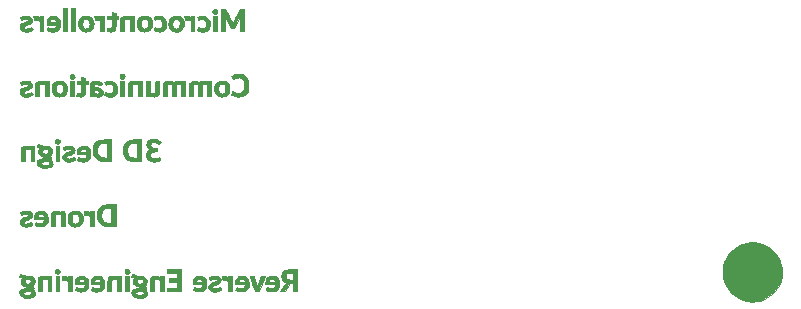
<source format=gbr>
%TF.GenerationSoftware,KiCad,Pcbnew,7.0.9*%
%TF.CreationDate,2023-12-13T15:21:18+08:00*%
%TF.ProjectId,drawing,64726177-696e-4672-9e6b-696361645f70,rev?*%
%TF.SameCoordinates,Original*%
%TF.FileFunction,Legend,Bot*%
%TF.FilePolarity,Positive*%
%FSLAX46Y46*%
G04 Gerber Fmt 4.6, Leading zero omitted, Abs format (unit mm)*
G04 Created by KiCad (PCBNEW 7.0.9) date 2023-12-13 15:21:18*
%MOMM*%
%LPD*%
G01*
G04 APERTURE LIST*
%ADD10C,0.010000*%
G04 APERTURE END LIST*
%TO.C,G\u002A\u002A\u002A*%
D10*
X135858781Y-87994974D02*
X135907128Y-88019791D01*
X135943351Y-88055590D01*
X135993113Y-88137424D01*
X136001115Y-88222273D01*
X135967290Y-88306268D01*
X135948168Y-88331685D01*
X135906785Y-88372974D01*
X135862587Y-88392022D01*
X135796495Y-88396802D01*
X135792304Y-88396810D01*
X135719363Y-88391048D01*
X135668200Y-88369129D01*
X135635436Y-88341006D01*
X135588150Y-88266960D01*
X135578927Y-88183344D01*
X135607650Y-88098878D01*
X135639247Y-88055590D01*
X135687706Y-88010819D01*
X135738969Y-87991928D01*
X135791299Y-87988870D01*
X135858781Y-87994974D01*
G36*
X135858781Y-87994974D02*
G01*
X135907128Y-88019791D01*
X135943351Y-88055590D01*
X135993113Y-88137424D01*
X136001115Y-88222273D01*
X135967290Y-88306268D01*
X135948168Y-88331685D01*
X135906785Y-88372974D01*
X135862587Y-88392022D01*
X135796495Y-88396802D01*
X135792304Y-88396810D01*
X135719363Y-88391048D01*
X135668200Y-88369129D01*
X135635436Y-88341006D01*
X135588150Y-88266960D01*
X135578927Y-88183344D01*
X135607650Y-88098878D01*
X135639247Y-88055590D01*
X135687706Y-88010819D01*
X135738969Y-87991928D01*
X135791299Y-87988870D01*
X135858781Y-87994974D01*
G37*
X136960127Y-88550268D02*
X137031790Y-88689781D01*
X137098214Y-88820827D01*
X137156509Y-88937565D01*
X137203783Y-89034154D01*
X137237144Y-89104752D01*
X137253498Y-89142935D01*
X137273751Y-89192895D01*
X137289972Y-89220198D01*
X137293093Y-89221948D01*
X137306758Y-89203890D01*
X137330799Y-89157198D01*
X137356413Y-89100240D01*
X137380696Y-89047157D01*
X137421060Y-88963402D01*
X137474084Y-88855879D01*
X137536346Y-88731488D01*
X137604424Y-88597132D01*
X137650065Y-88507935D01*
X137892021Y-88036976D01*
X138267799Y-88036976D01*
X138267799Y-89878476D01*
X137929133Y-89878476D01*
X137927997Y-89269935D01*
X137926862Y-88661393D01*
X137684490Y-89142935D01*
X137442118Y-89624476D01*
X137152672Y-89624476D01*
X136905902Y-89138857D01*
X136659133Y-88653237D01*
X136659133Y-89878476D01*
X136320466Y-89878476D01*
X136320466Y-88036976D01*
X136694728Y-88036976D01*
X136960127Y-88550268D01*
G36*
X136960127Y-88550268D02*
G01*
X137031790Y-88689781D01*
X137098214Y-88820827D01*
X137156509Y-88937565D01*
X137203783Y-89034154D01*
X137237144Y-89104752D01*
X137253498Y-89142935D01*
X137273751Y-89192895D01*
X137289972Y-89220198D01*
X137293093Y-89221948D01*
X137306758Y-89203890D01*
X137330799Y-89157198D01*
X137356413Y-89100240D01*
X137380696Y-89047157D01*
X137421060Y-88963402D01*
X137474084Y-88855879D01*
X137536346Y-88731488D01*
X137604424Y-88597132D01*
X137650065Y-88507935D01*
X137892021Y-88036976D01*
X138267799Y-88036976D01*
X138267799Y-89878476D01*
X137929133Y-89878476D01*
X137927997Y-89269935D01*
X137926862Y-88661393D01*
X137684490Y-89142935D01*
X137442118Y-89624476D01*
X137152672Y-89624476D01*
X136905902Y-89138857D01*
X136659133Y-88653237D01*
X136659133Y-89878476D01*
X136320466Y-89878476D01*
X136320466Y-88036976D01*
X136694728Y-88036976D01*
X136960127Y-88550268D01*
G37*
X135702694Y-88589447D02*
X135769910Y-88594984D01*
X135830528Y-88600908D01*
X135960633Y-88614507D01*
X135960633Y-89878476D01*
X135621966Y-89878476D01*
X135621966Y-89232893D01*
X135622079Y-89050594D01*
X135622598Y-88906220D01*
X135623789Y-88795366D01*
X135625921Y-88713622D01*
X135629262Y-88656583D01*
X135634079Y-88619840D01*
X135640640Y-88598987D01*
X135649214Y-88589616D01*
X135660067Y-88587320D01*
X135661194Y-88587310D01*
X135702694Y-88589447D01*
G36*
X135702694Y-88589447D02*
G01*
X135769910Y-88594984D01*
X135830528Y-88600908D01*
X135960633Y-88614507D01*
X135960633Y-89878476D01*
X135621966Y-89878476D01*
X135621966Y-89232893D01*
X135622079Y-89050594D01*
X135622598Y-88906220D01*
X135623789Y-88795366D01*
X135625921Y-88713622D01*
X135629262Y-88656583D01*
X135634079Y-88619840D01*
X135640640Y-88598987D01*
X135649214Y-88589616D01*
X135660067Y-88587320D01*
X135661194Y-88587310D01*
X135702694Y-88589447D01*
G37*
X133458460Y-88580267D02*
X133519398Y-88590072D01*
X133575596Y-88613463D01*
X133628838Y-88644644D01*
X133738133Y-88712561D01*
X133738133Y-88649935D01*
X133740567Y-88616518D01*
X133752990Y-88596529D01*
X133783084Y-88588149D01*
X133838528Y-88589558D01*
X133927003Y-88598935D01*
X133944508Y-88601025D01*
X134055633Y-88614373D01*
X134055633Y-89878476D01*
X133738133Y-89878476D01*
X133738133Y-89057902D01*
X133650492Y-88978724D01*
X133602594Y-88937170D01*
X133564865Y-88914321D01*
X133522307Y-88905756D01*
X133459921Y-88907049D01*
X133417358Y-88909957D01*
X133349049Y-88915233D01*
X133304649Y-88914511D01*
X133277433Y-88900674D01*
X133260678Y-88866604D01*
X133247657Y-88805186D01*
X133232502Y-88714310D01*
X133222974Y-88649261D01*
X133219154Y-88603561D01*
X133220662Y-88589832D01*
X133244228Y-88585465D01*
X133298515Y-88581683D01*
X133371911Y-88579287D01*
X133374079Y-88579249D01*
X133458460Y-88580267D01*
G36*
X133458460Y-88580267D02*
G01*
X133519398Y-88590072D01*
X133575596Y-88613463D01*
X133628838Y-88644644D01*
X133738133Y-88712561D01*
X133738133Y-88649935D01*
X133740567Y-88616518D01*
X133752990Y-88596529D01*
X133783084Y-88588149D01*
X133838528Y-88589558D01*
X133927003Y-88598935D01*
X133944508Y-88601025D01*
X134055633Y-88614373D01*
X134055633Y-89878476D01*
X133738133Y-89878476D01*
X133738133Y-89057902D01*
X133650492Y-88978724D01*
X133602594Y-88937170D01*
X133564865Y-88914321D01*
X133522307Y-88905756D01*
X133459921Y-88907049D01*
X133417358Y-88909957D01*
X133349049Y-88915233D01*
X133304649Y-88914511D01*
X133277433Y-88900674D01*
X133260678Y-88866604D01*
X133247657Y-88805186D01*
X133232502Y-88714310D01*
X133222974Y-88649261D01*
X133219154Y-88603561D01*
X133220662Y-88589832D01*
X133244228Y-88585465D01*
X133298515Y-88581683D01*
X133371911Y-88579287D01*
X133374079Y-88579249D01*
X133458460Y-88580267D01*
G37*
X128292217Y-88587246D02*
X128396946Y-88611411D01*
X128462341Y-88635633D01*
X128594633Y-88690177D01*
X128594633Y-88635795D01*
X128596868Y-88604532D01*
X128610591Y-88590039D01*
X128646324Y-88588431D01*
X128705758Y-88594761D01*
X128779259Y-88602551D01*
X128842068Y-88607454D01*
X128864508Y-88608292D01*
X128912133Y-88608476D01*
X128912133Y-89878476D01*
X128594633Y-89878476D01*
X128594633Y-88926544D01*
X128515258Y-88892650D01*
X128446273Y-88870596D01*
X128360958Y-88852967D01*
X128319466Y-88847600D01*
X128244644Y-88843803D01*
X128195029Y-88852208D01*
X128154502Y-88875831D01*
X128150133Y-88879305D01*
X128097216Y-88922165D01*
X128090799Y-89400321D01*
X128084381Y-89878476D01*
X127767128Y-89878476D01*
X127773422Y-89329645D01*
X127775506Y-89162334D01*
X127777754Y-89032010D01*
X127780613Y-88933325D01*
X127784529Y-88860933D01*
X127789949Y-88809487D01*
X127797319Y-88773642D01*
X127807087Y-88748049D01*
X127819698Y-88727364D01*
X127824262Y-88721103D01*
X127893474Y-88648461D01*
X127976471Y-88603367D01*
X128082541Y-88582022D01*
X128171299Y-88579117D01*
X128292217Y-88587246D01*
G36*
X128292217Y-88587246D02*
G01*
X128396946Y-88611411D01*
X128462341Y-88635633D01*
X128594633Y-88690177D01*
X128594633Y-88635795D01*
X128596868Y-88604532D01*
X128610591Y-88590039D01*
X128646324Y-88588431D01*
X128705758Y-88594761D01*
X128779259Y-88602551D01*
X128842068Y-88607454D01*
X128864508Y-88608292D01*
X128912133Y-88608476D01*
X128912133Y-89878476D01*
X128594633Y-89878476D01*
X128594633Y-88926544D01*
X128515258Y-88892650D01*
X128446273Y-88870596D01*
X128360958Y-88852967D01*
X128319466Y-88847600D01*
X128244644Y-88843803D01*
X128195029Y-88852208D01*
X128154502Y-88875831D01*
X128150133Y-88879305D01*
X128097216Y-88922165D01*
X128090799Y-89400321D01*
X128084381Y-89878476D01*
X127767128Y-89878476D01*
X127773422Y-89329645D01*
X127775506Y-89162334D01*
X127777754Y-89032010D01*
X127780613Y-88933325D01*
X127784529Y-88860933D01*
X127789949Y-88809487D01*
X127797319Y-88773642D01*
X127807087Y-88748049D01*
X127819698Y-88727364D01*
X127824262Y-88721103D01*
X127893474Y-88648461D01*
X127976471Y-88603367D01*
X128082541Y-88582022D01*
X128171299Y-88579117D01*
X128292217Y-88587246D01*
G37*
X125796338Y-88577047D02*
X125862354Y-88586637D01*
X125868277Y-88588136D01*
X125944379Y-88616588D01*
X126016285Y-88655977D01*
X126028174Y-88664421D01*
X126096966Y-88716464D01*
X126096966Y-88651887D01*
X126098314Y-88618877D01*
X126107507Y-88598684D01*
X126132266Y-88589419D01*
X126180313Y-88589195D01*
X126259371Y-88596125D01*
X126305528Y-88600908D01*
X126435633Y-88614507D01*
X126435633Y-89878476D01*
X126096966Y-89878476D01*
X126096966Y-89035573D01*
X126031834Y-88980768D01*
X125963306Y-88933621D01*
X125891014Y-88910126D01*
X125800354Y-88906675D01*
X125748635Y-88910807D01*
X125636903Y-88922339D01*
X125612934Y-88777205D01*
X125600922Y-88701758D01*
X125592322Y-88642577D01*
X125588967Y-88612286D01*
X125588966Y-88612094D01*
X125608002Y-88594406D01*
X125657010Y-88581974D01*
X125723839Y-88575840D01*
X125796338Y-88577047D01*
G36*
X125796338Y-88577047D02*
G01*
X125862354Y-88586637D01*
X125868277Y-88588136D01*
X125944379Y-88616588D01*
X126016285Y-88655977D01*
X126028174Y-88664421D01*
X126096966Y-88716464D01*
X126096966Y-88651887D01*
X126098314Y-88618877D01*
X126107507Y-88598684D01*
X126132266Y-88589419D01*
X126180313Y-88589195D01*
X126259371Y-88596125D01*
X126305528Y-88600908D01*
X126435633Y-88614507D01*
X126435633Y-89878476D01*
X126096966Y-89878476D01*
X126096966Y-89035573D01*
X126031834Y-88980768D01*
X125963306Y-88933621D01*
X125891014Y-88910126D01*
X125800354Y-88906675D01*
X125748635Y-88910807D01*
X125636903Y-88922339D01*
X125612934Y-88777205D01*
X125600922Y-88701758D01*
X125592322Y-88642577D01*
X125588967Y-88612286D01*
X125588966Y-88612094D01*
X125608002Y-88594406D01*
X125657010Y-88581974D01*
X125723839Y-88575840D01*
X125796338Y-88577047D01*
G37*
X123721008Y-87896390D02*
X123798987Y-87905480D01*
X123880340Y-87909706D01*
X123885049Y-87909738D01*
X123969716Y-87909965D01*
X123964012Y-88894220D01*
X123958308Y-89878476D01*
X123641633Y-89878476D01*
X123641633Y-87883271D01*
X123721008Y-87896390D01*
G36*
X123721008Y-87896390D02*
G01*
X123798987Y-87905480D01*
X123880340Y-87909706D01*
X123885049Y-87909738D01*
X123969716Y-87909965D01*
X123964012Y-88894220D01*
X123958308Y-89878476D01*
X123641633Y-89878476D01*
X123641633Y-87883271D01*
X123721008Y-87896390D01*
G37*
X123062503Y-87896516D02*
X123140400Y-87904999D01*
X123214357Y-87909664D01*
X123231837Y-87909976D01*
X123302966Y-87909976D01*
X123302966Y-89878476D01*
X122964299Y-89878476D01*
X122964299Y-87883055D01*
X123062503Y-87896516D01*
G36*
X123062503Y-87896516D02*
G01*
X123140400Y-87904999D01*
X123214357Y-87909664D01*
X123231837Y-87909976D01*
X123302966Y-87909976D01*
X123302966Y-89878476D01*
X122964299Y-89878476D01*
X122964299Y-87883055D01*
X123062503Y-87896516D01*
G37*
X120670200Y-88578756D02*
X120793862Y-88617262D01*
X120879660Y-88675060D01*
X120953466Y-88739862D01*
X120953466Y-88663586D01*
X120955204Y-88623871D01*
X120965569Y-88599693D01*
X120992286Y-88588710D01*
X121043081Y-88588579D01*
X121125679Y-88596959D01*
X121159841Y-88601025D01*
X121270966Y-88614373D01*
X121270966Y-89878476D01*
X120953466Y-89878476D01*
X120953466Y-89057902D01*
X120866467Y-88979304D01*
X120819308Y-88938500D01*
X120781463Y-88915592D01*
X120738329Y-88906205D01*
X120675298Y-88905961D01*
X120628684Y-88908050D01*
X120477900Y-88915393D01*
X120462973Y-88809560D01*
X120451856Y-88734983D01*
X120441034Y-88668981D01*
X120437219Y-88648106D01*
X120433820Y-88614767D01*
X120446815Y-88596167D01*
X120485836Y-88585193D01*
X120531395Y-88578557D01*
X120670200Y-88578756D01*
G36*
X120670200Y-88578756D02*
G01*
X120793862Y-88617262D01*
X120879660Y-88675060D01*
X120953466Y-88739862D01*
X120953466Y-88663586D01*
X120955204Y-88623871D01*
X120965569Y-88599693D01*
X120992286Y-88588710D01*
X121043081Y-88588579D01*
X121125679Y-88596959D01*
X121159841Y-88601025D01*
X121270966Y-88614373D01*
X121270966Y-89878476D01*
X120953466Y-89878476D01*
X120953466Y-89057902D01*
X120866467Y-88979304D01*
X120819308Y-88938500D01*
X120781463Y-88915592D01*
X120738329Y-88906205D01*
X120675298Y-88905961D01*
X120628684Y-88908050D01*
X120477900Y-88915393D01*
X120462973Y-88809560D01*
X120451856Y-88734983D01*
X120441034Y-88668981D01*
X120437219Y-88648106D01*
X120433820Y-88614767D01*
X120446815Y-88596167D01*
X120485836Y-88585193D01*
X120531395Y-88578557D01*
X120670200Y-88578756D01*
G37*
X134905718Y-88598949D02*
X135046819Y-88656548D01*
X135167014Y-88744103D01*
X135239573Y-88828702D01*
X135310734Y-88967125D01*
X135352950Y-89129777D01*
X135364254Y-89308263D01*
X135362191Y-89351896D01*
X135335659Y-89522485D01*
X135281156Y-89661372D01*
X135198091Y-89769147D01*
X135085868Y-89846400D01*
X134943894Y-89893721D01*
X134799053Y-89910863D01*
X134713090Y-89912773D01*
X134637546Y-89911401D01*
X134587637Y-89907057D01*
X134584871Y-89906520D01*
X134538953Y-89892473D01*
X134475502Y-89867848D01*
X134405586Y-89837664D01*
X134340275Y-89806938D01*
X134290637Y-89780689D01*
X134267743Y-89763935D01*
X134267299Y-89762544D01*
X134276578Y-89737368D01*
X134299508Y-89689737D01*
X134328730Y-89633944D01*
X134356886Y-89584284D01*
X134368703Y-89565569D01*
X134388021Y-89553755D01*
X134424622Y-89559700D01*
X134487305Y-89585141D01*
X134501814Y-89591820D01*
X134630077Y-89634583D01*
X134749843Y-89641796D01*
X134855730Y-89614395D01*
X134942356Y-89553316D01*
X134977670Y-89509065D01*
X135002886Y-89446030D01*
X135019142Y-89356400D01*
X135025286Y-89255184D01*
X135020161Y-89157394D01*
X135009219Y-89098900D01*
X134978152Y-89024333D01*
X134931001Y-88950473D01*
X134915587Y-88932134D01*
X134830709Y-88868825D01*
X134726986Y-88843212D01*
X134604980Y-88855368D01*
X134522561Y-88881078D01*
X134460288Y-88903826D01*
X134416875Y-88917814D01*
X134403399Y-88920182D01*
X134392537Y-88900266D01*
X134368504Y-88853576D01*
X134343819Y-88804754D01*
X134288246Y-88694116D01*
X134370090Y-88652361D01*
X134435916Y-88625913D01*
X134522318Y-88600311D01*
X134591019Y-88584980D01*
X134751267Y-88574147D01*
X134905718Y-88598949D01*
G36*
X134905718Y-88598949D02*
G01*
X135046819Y-88656548D01*
X135167014Y-88744103D01*
X135239573Y-88828702D01*
X135310734Y-88967125D01*
X135352950Y-89129777D01*
X135364254Y-89308263D01*
X135362191Y-89351896D01*
X135335659Y-89522485D01*
X135281156Y-89661372D01*
X135198091Y-89769147D01*
X135085868Y-89846400D01*
X134943894Y-89893721D01*
X134799053Y-89910863D01*
X134713090Y-89912773D01*
X134637546Y-89911401D01*
X134587637Y-89907057D01*
X134584871Y-89906520D01*
X134538953Y-89892473D01*
X134475502Y-89867848D01*
X134405586Y-89837664D01*
X134340275Y-89806938D01*
X134290637Y-89780689D01*
X134267743Y-89763935D01*
X134267299Y-89762544D01*
X134276578Y-89737368D01*
X134299508Y-89689737D01*
X134328730Y-89633944D01*
X134356886Y-89584284D01*
X134368703Y-89565569D01*
X134388021Y-89553755D01*
X134424622Y-89559700D01*
X134487305Y-89585141D01*
X134501814Y-89591820D01*
X134630077Y-89634583D01*
X134749843Y-89641796D01*
X134855730Y-89614395D01*
X134942356Y-89553316D01*
X134977670Y-89509065D01*
X135002886Y-89446030D01*
X135019142Y-89356400D01*
X135025286Y-89255184D01*
X135020161Y-89157394D01*
X135009219Y-89098900D01*
X134978152Y-89024333D01*
X134931001Y-88950473D01*
X134915587Y-88932134D01*
X134830709Y-88868825D01*
X134726986Y-88843212D01*
X134604980Y-88855368D01*
X134522561Y-88881078D01*
X134460288Y-88903826D01*
X134416875Y-88917814D01*
X134403399Y-88920182D01*
X134392537Y-88900266D01*
X134368504Y-88853576D01*
X134343819Y-88804754D01*
X134288246Y-88694116D01*
X134370090Y-88652361D01*
X134435916Y-88625913D01*
X134522318Y-88600311D01*
X134591019Y-88584980D01*
X134751267Y-88574147D01*
X134905718Y-88598949D01*
G37*
X132627392Y-88583768D02*
X132772881Y-88620182D01*
X132902633Y-88681874D01*
X133008606Y-88767122D01*
X133059657Y-88832334D01*
X133115712Y-88953766D01*
X133149768Y-89099175D01*
X133160749Y-89255739D01*
X133147579Y-89410635D01*
X133117984Y-89527466D01*
X133054034Y-89653843D01*
X132960331Y-89764221D01*
X132851709Y-89843534D01*
X132729730Y-89889994D01*
X132586071Y-89913372D01*
X132435274Y-89912495D01*
X132298799Y-89888168D01*
X132149373Y-89827895D01*
X132031252Y-89739228D01*
X131943943Y-89621625D01*
X131886957Y-89474545D01*
X131874970Y-89420764D01*
X131858019Y-89246091D01*
X131860087Y-89222945D01*
X132201196Y-89222945D01*
X132207765Y-89341053D01*
X132230996Y-89449227D01*
X132268856Y-89532943D01*
X132273506Y-89539598D01*
X132348694Y-89610075D01*
X132442300Y-89650246D01*
X132542995Y-89658172D01*
X132639448Y-89631916D01*
X132677967Y-89608785D01*
X132748258Y-89536049D01*
X132793197Y-89436975D01*
X132814273Y-89307522D01*
X132816346Y-89232893D01*
X132804747Y-89089671D01*
X132770856Y-88980660D01*
X132713069Y-88903136D01*
X132629785Y-88854377D01*
X132586097Y-88841659D01*
X132471252Y-88833895D01*
X132372668Y-88864167D01*
X132293376Y-88930296D01*
X132236410Y-89030102D01*
X132213321Y-89109432D01*
X132201196Y-89222945D01*
X131860087Y-89222945D01*
X131872757Y-89081153D01*
X131917001Y-88931572D01*
X131988567Y-88802969D01*
X132085271Y-88700966D01*
X132176915Y-88643406D01*
X132321367Y-88593659D01*
X132474207Y-88574354D01*
X132627392Y-88583768D01*
G36*
X132627392Y-88583768D02*
G01*
X132772881Y-88620182D01*
X132902633Y-88681874D01*
X133008606Y-88767122D01*
X133059657Y-88832334D01*
X133115712Y-88953766D01*
X133149768Y-89099175D01*
X133160749Y-89255739D01*
X133147579Y-89410635D01*
X133117984Y-89527466D01*
X133054034Y-89653843D01*
X132960331Y-89764221D01*
X132851709Y-89843534D01*
X132729730Y-89889994D01*
X132586071Y-89913372D01*
X132435274Y-89912495D01*
X132298799Y-89888168D01*
X132149373Y-89827895D01*
X132031252Y-89739228D01*
X131943943Y-89621625D01*
X131886957Y-89474545D01*
X131874970Y-89420764D01*
X131858019Y-89246091D01*
X131860087Y-89222945D01*
X132201196Y-89222945D01*
X132207765Y-89341053D01*
X132230996Y-89449227D01*
X132268856Y-89532943D01*
X132273506Y-89539598D01*
X132348694Y-89610075D01*
X132442300Y-89650246D01*
X132542995Y-89658172D01*
X132639448Y-89631916D01*
X132677967Y-89608785D01*
X132748258Y-89536049D01*
X132793197Y-89436975D01*
X132814273Y-89307522D01*
X132816346Y-89232893D01*
X132804747Y-89089671D01*
X132770856Y-88980660D01*
X132713069Y-88903136D01*
X132629785Y-88854377D01*
X132586097Y-88841659D01*
X132471252Y-88833895D01*
X132372668Y-88864167D01*
X132293376Y-88930296D01*
X132236410Y-89030102D01*
X132213321Y-89109432D01*
X132201196Y-89222945D01*
X131860087Y-89222945D01*
X131872757Y-89081153D01*
X131917001Y-88931572D01*
X131988567Y-88802969D01*
X132085271Y-88700966D01*
X132176915Y-88643406D01*
X132321367Y-88593659D01*
X132474207Y-88574354D01*
X132627392Y-88583768D01*
G37*
X131177375Y-88590803D02*
X131300360Y-88626309D01*
X131397826Y-88673257D01*
X131517096Y-88772854D01*
X131604516Y-88900207D01*
X131660126Y-89055403D01*
X131683965Y-89238527D01*
X131684966Y-89288912D01*
X131670411Y-89466723D01*
X131627190Y-89616857D01*
X131566549Y-89723375D01*
X131485658Y-89798864D01*
X131374892Y-89857392D01*
X131244030Y-89896824D01*
X131102851Y-89915023D01*
X130961132Y-89909851D01*
X130838299Y-89882490D01*
X130741122Y-89847151D01*
X130667241Y-89812143D01*
X130610186Y-89777041D01*
X130603150Y-89747103D01*
X130623747Y-89685784D01*
X130671778Y-89593597D01*
X130700105Y-89545762D01*
X130719425Y-89550739D01*
X130767169Y-89568278D01*
X130828819Y-89592884D01*
X130970283Y-89636005D01*
X131091913Y-89642291D01*
X131191833Y-89613047D01*
X131268168Y-89549576D01*
X131319043Y-89453182D01*
X131342582Y-89325168D01*
X131342897Y-89235500D01*
X131321783Y-89088552D01*
X131275845Y-88975593D01*
X131205919Y-88897211D01*
X131112838Y-88853997D01*
X130997437Y-88846542D01*
X130860551Y-88875436D01*
X130842488Y-88881454D01*
X130730261Y-88920217D01*
X130678447Y-88817967D01*
X130649430Y-88757192D01*
X130630627Y-88711065D01*
X130626633Y-88695367D01*
X130645425Y-88676548D01*
X130694716Y-88651698D01*
X130763881Y-88624822D01*
X130842291Y-88599924D01*
X130919321Y-88581011D01*
X130940340Y-88577140D01*
X131051217Y-88573121D01*
X131177375Y-88590803D01*
G36*
X131177375Y-88590803D02*
G01*
X131300360Y-88626309D01*
X131397826Y-88673257D01*
X131517096Y-88772854D01*
X131604516Y-88900207D01*
X131660126Y-89055403D01*
X131683965Y-89238527D01*
X131684966Y-89288912D01*
X131670411Y-89466723D01*
X131627190Y-89616857D01*
X131566549Y-89723375D01*
X131485658Y-89798864D01*
X131374892Y-89857392D01*
X131244030Y-89896824D01*
X131102851Y-89915023D01*
X130961132Y-89909851D01*
X130838299Y-89882490D01*
X130741122Y-89847151D01*
X130667241Y-89812143D01*
X130610186Y-89777041D01*
X130603150Y-89747103D01*
X130623747Y-89685784D01*
X130671778Y-89593597D01*
X130700105Y-89545762D01*
X130719425Y-89550739D01*
X130767169Y-89568278D01*
X130828819Y-89592884D01*
X130970283Y-89636005D01*
X131091913Y-89642291D01*
X131191833Y-89613047D01*
X131268168Y-89549576D01*
X131319043Y-89453182D01*
X131342582Y-89325168D01*
X131342897Y-89235500D01*
X131321783Y-89088552D01*
X131275845Y-88975593D01*
X131205919Y-88897211D01*
X131112838Y-88853997D01*
X130997437Y-88846542D01*
X130860551Y-88875436D01*
X130842488Y-88881454D01*
X130730261Y-88920217D01*
X130678447Y-88817967D01*
X130649430Y-88757192D01*
X130630627Y-88711065D01*
X130626633Y-88695367D01*
X130645425Y-88676548D01*
X130694716Y-88651698D01*
X130763881Y-88624822D01*
X130842291Y-88599924D01*
X130919321Y-88581011D01*
X130940340Y-88577140D01*
X131051217Y-88573121D01*
X131177375Y-88590803D01*
G37*
X129971130Y-88592198D02*
X130126117Y-88634218D01*
X130252565Y-88705878D01*
X130352068Y-88807982D01*
X130403117Y-88891186D01*
X130433353Y-88954730D01*
X130452166Y-89010042D01*
X130462268Y-89071024D01*
X130466368Y-89151576D01*
X130467093Y-89219269D01*
X130460032Y-89381790D01*
X130435632Y-89512994D01*
X130391163Y-89621295D01*
X130323899Y-89715108D01*
X130297170Y-89743386D01*
X130232322Y-89800237D01*
X130163524Y-89848499D01*
X130125369Y-89868801D01*
X130033380Y-89894948D01*
X129916858Y-89909675D01*
X129792213Y-89912313D01*
X129675858Y-89902193D01*
X129616253Y-89889551D01*
X129467799Y-89830791D01*
X129351536Y-89745824D01*
X129264716Y-89631813D01*
X129204597Y-89485917D01*
X129196176Y-89455180D01*
X129170212Y-89286179D01*
X129175153Y-89174045D01*
X129514257Y-89174045D01*
X129515257Y-89307281D01*
X129522950Y-89359682D01*
X129553340Y-89472977D01*
X129599525Y-89554588D01*
X129667613Y-89614037D01*
X129696804Y-89630876D01*
X129790913Y-89658299D01*
X129891733Y-89651999D01*
X129982274Y-89613308D01*
X129989800Y-89607939D01*
X130062559Y-89532020D01*
X130109441Y-89429701D01*
X130132202Y-89304032D01*
X130131651Y-89157867D01*
X130102973Y-89034739D01*
X130048940Y-88937938D01*
X129972328Y-88870756D01*
X129875910Y-88836482D01*
X129762460Y-88838408D01*
X129742924Y-88842293D01*
X129656377Y-88882070D01*
X129587577Y-88954949D01*
X129539284Y-89054437D01*
X129514257Y-89174045D01*
X129175153Y-89174045D01*
X129177444Y-89122078D01*
X129215596Y-88969177D01*
X129282396Y-88833775D01*
X129375567Y-88722170D01*
X129489676Y-88642259D01*
X129560534Y-88609349D01*
X129623481Y-88590267D01*
X129695624Y-88581360D01*
X129786009Y-88579009D01*
X129971130Y-88592198D01*
G36*
X129971130Y-88592198D02*
G01*
X130126117Y-88634218D01*
X130252565Y-88705878D01*
X130352068Y-88807982D01*
X130403117Y-88891186D01*
X130433353Y-88954730D01*
X130452166Y-89010042D01*
X130462268Y-89071024D01*
X130466368Y-89151576D01*
X130467093Y-89219269D01*
X130460032Y-89381790D01*
X130435632Y-89512994D01*
X130391163Y-89621295D01*
X130323899Y-89715108D01*
X130297170Y-89743386D01*
X130232322Y-89800237D01*
X130163524Y-89848499D01*
X130125369Y-89868801D01*
X130033380Y-89894948D01*
X129916858Y-89909675D01*
X129792213Y-89912313D01*
X129675858Y-89902193D01*
X129616253Y-89889551D01*
X129467799Y-89830791D01*
X129351536Y-89745824D01*
X129264716Y-89631813D01*
X129204597Y-89485917D01*
X129196176Y-89455180D01*
X129170212Y-89286179D01*
X129175153Y-89174045D01*
X129514257Y-89174045D01*
X129515257Y-89307281D01*
X129522950Y-89359682D01*
X129553340Y-89472977D01*
X129599525Y-89554588D01*
X129667613Y-89614037D01*
X129696804Y-89630876D01*
X129790913Y-89658299D01*
X129891733Y-89651999D01*
X129982274Y-89613308D01*
X129989800Y-89607939D01*
X130062559Y-89532020D01*
X130109441Y-89429701D01*
X130132202Y-89304032D01*
X130131651Y-89157867D01*
X130102973Y-89034739D01*
X130048940Y-88937938D01*
X129972328Y-88870756D01*
X129875910Y-88836482D01*
X129762460Y-88838408D01*
X129742924Y-88842293D01*
X129656377Y-88882070D01*
X129587577Y-88954949D01*
X129539284Y-89054437D01*
X129514257Y-89174045D01*
X129175153Y-89174045D01*
X129177444Y-89122078D01*
X129215596Y-88969177D01*
X129282396Y-88833775D01*
X129375567Y-88722170D01*
X129489676Y-88642259D01*
X129560534Y-88609349D01*
X129623481Y-88590267D01*
X129695624Y-88581360D01*
X129786009Y-88579009D01*
X129971130Y-88592198D01*
G37*
X127171174Y-88300690D02*
X127268332Y-88312622D01*
X127331100Y-88324373D01*
X127366972Y-88341903D01*
X127383445Y-88371170D01*
X127388013Y-88418135D01*
X127388133Y-88473187D01*
X127388133Y-88608476D01*
X127620966Y-88608476D01*
X127620966Y-88862476D01*
X127388133Y-88862476D01*
X127388010Y-89164101D01*
X127384607Y-89361222D01*
X127374349Y-89519112D01*
X127356890Y-89640372D01*
X127331890Y-89727602D01*
X127307785Y-89772529D01*
X127228896Y-89846655D01*
X127123344Y-89895018D01*
X126999222Y-89916022D01*
X126864622Y-89908072D01*
X126758008Y-89880897D01*
X126694874Y-89857958D01*
X126649915Y-89839518D01*
X126636093Y-89831992D01*
X126637875Y-89808464D01*
X126653299Y-89758516D01*
X126671504Y-89711444D01*
X126701914Y-89646758D01*
X126726681Y-89616749D01*
X126750974Y-89615166D01*
X126751086Y-89615212D01*
X126793133Y-89626638D01*
X126855362Y-89637614D01*
X126872367Y-89639872D01*
X126937670Y-89642050D01*
X126982030Y-89625209D01*
X127004659Y-89605783D01*
X127021284Y-89586626D01*
X127033205Y-89563071D01*
X127041198Y-89528285D01*
X127046041Y-89475437D01*
X127048511Y-89397693D01*
X127049385Y-89288222D01*
X127049466Y-89211726D01*
X127049466Y-88862476D01*
X126695171Y-88862476D01*
X126682052Y-88783101D01*
X126669366Y-88702753D01*
X126667980Y-88651801D01*
X126684665Y-88623562D01*
X126726192Y-88611353D01*
X126799333Y-88608489D01*
X126858966Y-88608476D01*
X127049466Y-88608476D01*
X127049466Y-88286098D01*
X127171174Y-88300690D01*
G36*
X127171174Y-88300690D02*
G01*
X127268332Y-88312622D01*
X127331100Y-88324373D01*
X127366972Y-88341903D01*
X127383445Y-88371170D01*
X127388013Y-88418135D01*
X127388133Y-88473187D01*
X127388133Y-88608476D01*
X127620966Y-88608476D01*
X127620966Y-88862476D01*
X127388133Y-88862476D01*
X127388010Y-89164101D01*
X127384607Y-89361222D01*
X127374349Y-89519112D01*
X127356890Y-89640372D01*
X127331890Y-89727602D01*
X127307785Y-89772529D01*
X127228896Y-89846655D01*
X127123344Y-89895018D01*
X126999222Y-89916022D01*
X126864622Y-89908072D01*
X126758008Y-89880897D01*
X126694874Y-89857958D01*
X126649915Y-89839518D01*
X126636093Y-89831992D01*
X126637875Y-89808464D01*
X126653299Y-89758516D01*
X126671504Y-89711444D01*
X126701914Y-89646758D01*
X126726681Y-89616749D01*
X126750974Y-89615166D01*
X126751086Y-89615212D01*
X126793133Y-89626638D01*
X126855362Y-89637614D01*
X126872367Y-89639872D01*
X126937670Y-89642050D01*
X126982030Y-89625209D01*
X127004659Y-89605783D01*
X127021284Y-89586626D01*
X127033205Y-89563071D01*
X127041198Y-89528285D01*
X127046041Y-89475437D01*
X127048511Y-89397693D01*
X127049385Y-89288222D01*
X127049466Y-89211726D01*
X127049466Y-88862476D01*
X126695171Y-88862476D01*
X126682052Y-88783101D01*
X126669366Y-88702753D01*
X126667980Y-88651801D01*
X126684665Y-88623562D01*
X126726192Y-88611353D01*
X126799333Y-88608489D01*
X126858966Y-88608476D01*
X127049466Y-88608476D01*
X127049466Y-88286098D01*
X127171174Y-88300690D01*
G37*
X125051810Y-88596087D02*
X125202187Y-88645512D01*
X125327462Y-88724072D01*
X125424085Y-88829449D01*
X125488506Y-88959325D01*
X125494860Y-88979696D01*
X125519053Y-89106670D01*
X125525322Y-89247886D01*
X125514553Y-89388968D01*
X125487630Y-89515542D01*
X125457149Y-89592726D01*
X125372254Y-89720222D01*
X125267491Y-89817966D01*
X125176590Y-89869159D01*
X125097659Y-89891248D01*
X124993181Y-89906188D01*
X124879500Y-89912964D01*
X124772955Y-89910559D01*
X124694345Y-89899130D01*
X124545837Y-89842108D01*
X124421403Y-89754285D01*
X124325846Y-89640099D01*
X124263970Y-89503992D01*
X124262876Y-89500278D01*
X124239766Y-89376265D01*
X124234430Y-89236514D01*
X124238386Y-89187891D01*
X124577856Y-89187891D01*
X124579918Y-89346024D01*
X124607576Y-89473085D01*
X124660014Y-89567959D01*
X124736415Y-89629532D01*
X124835960Y-89656690D01*
X124919988Y-89654500D01*
X124991393Y-89636461D01*
X125055395Y-89606282D01*
X125060455Y-89602842D01*
X125124724Y-89531420D01*
X125166568Y-89425626D01*
X125185317Y-89287402D01*
X125186334Y-89237756D01*
X125173533Y-89090463D01*
X125135855Y-88977152D01*
X125072888Y-88897258D01*
X124984219Y-88850214D01*
X124893505Y-88835811D01*
X124780682Y-88847669D01*
X124692751Y-88893413D01*
X124629477Y-88973307D01*
X124590625Y-89087613D01*
X124577856Y-89187891D01*
X124238386Y-89187891D01*
X124245876Y-89095839D01*
X124273112Y-88969057D01*
X124303660Y-88891308D01*
X124388894Y-88764110D01*
X124497253Y-88670674D01*
X124630604Y-88609986D01*
X124790818Y-88581029D01*
X124879883Y-88578117D01*
X125051810Y-88596087D01*
G36*
X125051810Y-88596087D02*
G01*
X125202187Y-88645512D01*
X125327462Y-88724072D01*
X125424085Y-88829449D01*
X125488506Y-88959325D01*
X125494860Y-88979696D01*
X125519053Y-89106670D01*
X125525322Y-89247886D01*
X125514553Y-89388968D01*
X125487630Y-89515542D01*
X125457149Y-89592726D01*
X125372254Y-89720222D01*
X125267491Y-89817966D01*
X125176590Y-89869159D01*
X125097659Y-89891248D01*
X124993181Y-89906188D01*
X124879500Y-89912964D01*
X124772955Y-89910559D01*
X124694345Y-89899130D01*
X124545837Y-89842108D01*
X124421403Y-89754285D01*
X124325846Y-89640099D01*
X124263970Y-89503992D01*
X124262876Y-89500278D01*
X124239766Y-89376265D01*
X124234430Y-89236514D01*
X124238386Y-89187891D01*
X124577856Y-89187891D01*
X124579918Y-89346024D01*
X124607576Y-89473085D01*
X124660014Y-89567959D01*
X124736415Y-89629532D01*
X124835960Y-89656690D01*
X124919988Y-89654500D01*
X124991393Y-89636461D01*
X125055395Y-89606282D01*
X125060455Y-89602842D01*
X125124724Y-89531420D01*
X125166568Y-89425626D01*
X125185317Y-89287402D01*
X125186334Y-89237756D01*
X125173533Y-89090463D01*
X125135855Y-88977152D01*
X125072888Y-88897258D01*
X124984219Y-88850214D01*
X124893505Y-88835811D01*
X124780682Y-88847669D01*
X124692751Y-88893413D01*
X124629477Y-88973307D01*
X124590625Y-89087613D01*
X124577856Y-89187891D01*
X124238386Y-89187891D01*
X124245876Y-89095839D01*
X124273112Y-88969057D01*
X124303660Y-88891308D01*
X124388894Y-88764110D01*
X124497253Y-88670674D01*
X124630604Y-88609986D01*
X124790818Y-88581029D01*
X124879883Y-88578117D01*
X125051810Y-88596087D01*
G37*
X122239457Y-88591451D02*
X122378185Y-88637158D01*
X122433264Y-88666514D01*
X122537237Y-88754709D01*
X122618614Y-88874059D01*
X122674952Y-89018494D01*
X122703806Y-89181940D01*
X122704274Y-89340078D01*
X122675975Y-89512156D01*
X122619117Y-89653022D01*
X122533245Y-89763123D01*
X122417904Y-89842906D01*
X122272639Y-89892818D01*
X122121769Y-89912281D01*
X121976715Y-89910767D01*
X121854491Y-89891306D01*
X121847772Y-89889471D01*
X121775579Y-89865914D01*
X121700806Y-89836425D01*
X121634082Y-89805877D01*
X121586038Y-89779140D01*
X121567303Y-89761087D01*
X121567299Y-89760926D01*
X121576111Y-89737546D01*
X121598806Y-89688816D01*
X121620024Y-89646022D01*
X121672748Y-89541976D01*
X121793673Y-89597337D01*
X121924215Y-89641050D01*
X122051314Y-89653816D01*
X122165599Y-89635436D01*
X122228881Y-89606504D01*
X122296076Y-89546969D01*
X122346765Y-89468473D01*
X122370883Y-89387510D01*
X122371633Y-89372569D01*
X122370304Y-89357320D01*
X122362632Y-89346031D01*
X122343083Y-89338109D01*
X122306126Y-89332956D01*
X122246229Y-89329979D01*
X122157861Y-89328581D01*
X122035489Y-89328167D01*
X121958883Y-89328143D01*
X121546133Y-89328143D01*
X121542540Y-89238185D01*
X121547015Y-89079435D01*
X121842584Y-89079435D01*
X121862362Y-89085464D01*
X121916439Y-89090440D01*
X121996781Y-89093880D01*
X122095357Y-89095298D01*
X122105572Y-89095310D01*
X122368677Y-89095310D01*
X122349389Y-89026518D01*
X122321609Y-88969364D01*
X122274972Y-88908200D01*
X122255927Y-88888935D01*
X122172288Y-88835107D01*
X122083468Y-88817015D01*
X121998351Y-88832476D01*
X121925818Y-88879305D01*
X121874751Y-88955321D01*
X121864480Y-88985147D01*
X121850340Y-89039766D01*
X121842908Y-89075691D01*
X121842584Y-89079435D01*
X121547015Y-89079435D01*
X121547807Y-89051362D01*
X121580232Y-88896526D01*
X121640420Y-88772695D01*
X121728975Y-88678885D01*
X121846503Y-88614114D01*
X121943626Y-88586083D01*
X122089243Y-88573545D01*
X122239457Y-88591451D01*
G36*
X122239457Y-88591451D02*
G01*
X122378185Y-88637158D01*
X122433264Y-88666514D01*
X122537237Y-88754709D01*
X122618614Y-88874059D01*
X122674952Y-89018494D01*
X122703806Y-89181940D01*
X122704274Y-89340078D01*
X122675975Y-89512156D01*
X122619117Y-89653022D01*
X122533245Y-89763123D01*
X122417904Y-89842906D01*
X122272639Y-89892818D01*
X122121769Y-89912281D01*
X121976715Y-89910767D01*
X121854491Y-89891306D01*
X121847772Y-89889471D01*
X121775579Y-89865914D01*
X121700806Y-89836425D01*
X121634082Y-89805877D01*
X121586038Y-89779140D01*
X121567303Y-89761087D01*
X121567299Y-89760926D01*
X121576111Y-89737546D01*
X121598806Y-89688816D01*
X121620024Y-89646022D01*
X121672748Y-89541976D01*
X121793673Y-89597337D01*
X121924215Y-89641050D01*
X122051314Y-89653816D01*
X122165599Y-89635436D01*
X122228881Y-89606504D01*
X122296076Y-89546969D01*
X122346765Y-89468473D01*
X122370883Y-89387510D01*
X122371633Y-89372569D01*
X122370304Y-89357320D01*
X122362632Y-89346031D01*
X122343083Y-89338109D01*
X122306126Y-89332956D01*
X122246229Y-89329979D01*
X122157861Y-89328581D01*
X122035489Y-89328167D01*
X121958883Y-89328143D01*
X121546133Y-89328143D01*
X121542540Y-89238185D01*
X121547015Y-89079435D01*
X121842584Y-89079435D01*
X121862362Y-89085464D01*
X121916439Y-89090440D01*
X121996781Y-89093880D01*
X122095357Y-89095298D01*
X122105572Y-89095310D01*
X122368677Y-89095310D01*
X122349389Y-89026518D01*
X122321609Y-88969364D01*
X122274972Y-88908200D01*
X122255927Y-88888935D01*
X122172288Y-88835107D01*
X122083468Y-88817015D01*
X121998351Y-88832476D01*
X121925818Y-88879305D01*
X121874751Y-88955321D01*
X121864480Y-88985147D01*
X121850340Y-89039766D01*
X121842908Y-89075691D01*
X121842584Y-89079435D01*
X121547015Y-89079435D01*
X121547807Y-89051362D01*
X121580232Y-88896526D01*
X121640420Y-88772695D01*
X121728975Y-88678885D01*
X121846503Y-88614114D01*
X121943626Y-88586083D01*
X122089243Y-88573545D01*
X122239457Y-88591451D01*
G37*
X119938771Y-88585204D02*
X120065031Y-88620245D01*
X120169994Y-88677413D01*
X120249352Y-88754785D01*
X120298797Y-88850435D01*
X120314020Y-88962442D01*
X120310471Y-89005118D01*
X120291079Y-89090068D01*
X120255173Y-89159440D01*
X120197437Y-89217514D01*
X120112558Y-89268570D01*
X119995220Y-89316886D01*
X119873966Y-89356577D01*
X119759129Y-89394199D01*
X119680020Y-89427625D01*
X119630813Y-89460749D01*
X119605683Y-89497462D01*
X119598799Y-89540466D01*
X119617061Y-89598241D01*
X119667366Y-89638410D01*
X119742995Y-89660383D01*
X119837230Y-89663573D01*
X119943350Y-89647388D01*
X120054637Y-89611241D01*
X120110415Y-89585344D01*
X120233855Y-89521681D01*
X120297327Y-89613934D01*
X120333428Y-89671647D01*
X120356420Y-89718477D01*
X120360799Y-89735523D01*
X120342242Y-89760154D01*
X120293171Y-89792597D01*
X120223493Y-89828068D01*
X120143110Y-89861787D01*
X120061928Y-89888970D01*
X120022133Y-89899055D01*
X119898534Y-89915379D01*
X119761327Y-89916869D01*
X119631901Y-89903868D01*
X119576337Y-89891918D01*
X119451824Y-89839944D01*
X119355224Y-89761162D01*
X119290526Y-89660339D01*
X119261720Y-89542239D01*
X119260597Y-89514729D01*
X119274944Y-89403558D01*
X119320952Y-89308369D01*
X119400928Y-89227064D01*
X119517182Y-89157547D01*
X119672021Y-89097721D01*
X119742750Y-89076734D01*
X119849904Y-89044713D01*
X119921094Y-89017046D01*
X119962040Y-88990712D01*
X119978463Y-88962688D01*
X119979475Y-88951690D01*
X119960966Y-88890022D01*
X119910517Y-88848605D01*
X119833830Y-88828324D01*
X119736608Y-88830058D01*
X119624551Y-88854691D01*
X119544206Y-88884361D01*
X119485488Y-88908407D01*
X119443760Y-88923426D01*
X119433003Y-88925955D01*
X119415782Y-88909024D01*
X119386131Y-88865354D01*
X119360835Y-88822580D01*
X119329840Y-88762663D01*
X119320651Y-88721515D01*
X119337884Y-88691456D01*
X119386153Y-88664805D01*
X119470073Y-88633880D01*
X119475279Y-88632087D01*
X119639587Y-88589201D01*
X119795520Y-88574215D01*
X119938771Y-88585204D01*
G36*
X119938771Y-88585204D02*
G01*
X120065031Y-88620245D01*
X120169994Y-88677413D01*
X120249352Y-88754785D01*
X120298797Y-88850435D01*
X120314020Y-88962442D01*
X120310471Y-89005118D01*
X120291079Y-89090068D01*
X120255173Y-89159440D01*
X120197437Y-89217514D01*
X120112558Y-89268570D01*
X119995220Y-89316886D01*
X119873966Y-89356577D01*
X119759129Y-89394199D01*
X119680020Y-89427625D01*
X119630813Y-89460749D01*
X119605683Y-89497462D01*
X119598799Y-89540466D01*
X119617061Y-89598241D01*
X119667366Y-89638410D01*
X119742995Y-89660383D01*
X119837230Y-89663573D01*
X119943350Y-89647388D01*
X120054637Y-89611241D01*
X120110415Y-89585344D01*
X120233855Y-89521681D01*
X120297327Y-89613934D01*
X120333428Y-89671647D01*
X120356420Y-89718477D01*
X120360799Y-89735523D01*
X120342242Y-89760154D01*
X120293171Y-89792597D01*
X120223493Y-89828068D01*
X120143110Y-89861787D01*
X120061928Y-89888970D01*
X120022133Y-89899055D01*
X119898534Y-89915379D01*
X119761327Y-89916869D01*
X119631901Y-89903868D01*
X119576337Y-89891918D01*
X119451824Y-89839944D01*
X119355224Y-89761162D01*
X119290526Y-89660339D01*
X119261720Y-89542239D01*
X119260597Y-89514729D01*
X119274944Y-89403558D01*
X119320952Y-89308369D01*
X119400928Y-89227064D01*
X119517182Y-89157547D01*
X119672021Y-89097721D01*
X119742750Y-89076734D01*
X119849904Y-89044713D01*
X119921094Y-89017046D01*
X119962040Y-88990712D01*
X119978463Y-88962688D01*
X119979475Y-88951690D01*
X119960966Y-88890022D01*
X119910517Y-88848605D01*
X119833830Y-88828324D01*
X119736608Y-88830058D01*
X119624551Y-88854691D01*
X119544206Y-88884361D01*
X119485488Y-88908407D01*
X119443760Y-88923426D01*
X119433003Y-88925955D01*
X119415782Y-88909024D01*
X119386131Y-88865354D01*
X119360835Y-88822580D01*
X119329840Y-88762663D01*
X119320651Y-88721515D01*
X119337884Y-88691456D01*
X119386153Y-88664805D01*
X119470073Y-88633880D01*
X119475279Y-88632087D01*
X119639587Y-88589201D01*
X119795520Y-88574215D01*
X119938771Y-88585204D01*
G37*
X128020693Y-93500298D02*
X128090663Y-93544698D01*
X128135279Y-93613118D01*
X128152056Y-93693956D01*
X128138511Y-93775609D01*
X128094329Y-93844340D01*
X128046802Y-93881433D01*
X127990958Y-93897580D01*
X127937461Y-93900143D01*
X127869785Y-93895864D01*
X127824950Y-93877712D01*
X127783878Y-93837715D01*
X127781597Y-93835019D01*
X127738085Y-93756442D01*
X127730533Y-93676104D01*
X127753593Y-93601493D01*
X127801916Y-93540098D01*
X127870153Y-93499408D01*
X127952955Y-93486910D01*
X128020693Y-93500298D01*
G36*
X128020693Y-93500298D02*
G01*
X128090663Y-93544698D01*
X128135279Y-93613118D01*
X128152056Y-93693956D01*
X128138511Y-93775609D01*
X128094329Y-93844340D01*
X128046802Y-93881433D01*
X127990958Y-93897580D01*
X127937461Y-93900143D01*
X127869785Y-93895864D01*
X127824950Y-93877712D01*
X127783878Y-93837715D01*
X127781597Y-93835019D01*
X127738085Y-93756442D01*
X127730533Y-93676104D01*
X127753593Y-93601493D01*
X127801916Y-93540098D01*
X127870153Y-93499408D01*
X127952955Y-93486910D01*
X128020693Y-93500298D01*
G37*
X123784870Y-93502647D02*
X123859326Y-93560024D01*
X123863310Y-93564656D01*
X123908847Y-93646964D01*
X123913058Y-93732889D01*
X123875971Y-93816982D01*
X123862001Y-93835019D01*
X123820618Y-93876307D01*
X123776420Y-93895356D01*
X123710328Y-93900135D01*
X123706137Y-93900143D01*
X123633196Y-93894381D01*
X123582034Y-93872463D01*
X123549269Y-93844340D01*
X123505548Y-93774524D01*
X123491420Y-93691857D01*
X123507508Y-93611585D01*
X123537832Y-93564171D01*
X123616764Y-93504709D01*
X123701563Y-93484205D01*
X123784870Y-93502647D01*
G36*
X123784870Y-93502647D02*
G01*
X123859326Y-93560024D01*
X123863310Y-93564656D01*
X123908847Y-93646964D01*
X123913058Y-93732889D01*
X123875971Y-93816982D01*
X123862001Y-93835019D01*
X123820618Y-93876307D01*
X123776420Y-93895356D01*
X123710328Y-93900135D01*
X123706137Y-93900143D01*
X123633196Y-93894381D01*
X123582034Y-93872463D01*
X123549269Y-93844340D01*
X123505548Y-93774524D01*
X123491420Y-93691857D01*
X123507508Y-93611585D01*
X123537832Y-93564171D01*
X123616764Y-93504709D01*
X123701563Y-93484205D01*
X123784870Y-93502647D01*
G37*
X134103097Y-94086240D02*
X134253629Y-94123541D01*
X134364038Y-94168437D01*
X134416292Y-94191512D01*
X134447213Y-94195195D01*
X134473590Y-94178497D01*
X134491608Y-94160906D01*
X134573019Y-94107794D01*
X134681098Y-94080593D01*
X134808768Y-94079652D01*
X134948950Y-94105318D01*
X135037190Y-94134039D01*
X135097838Y-94156758D01*
X135139525Y-94171744D01*
X135151008Y-94175299D01*
X135155315Y-94157488D01*
X135156299Y-94132976D01*
X135160776Y-94108896D01*
X135179159Y-94095381D01*
X135218876Y-94091402D01*
X135287354Y-94095928D01*
X135362674Y-94104358D01*
X135473799Y-94117706D01*
X135473799Y-95381810D01*
X135156299Y-95381810D01*
X135156299Y-94430397D01*
X135095021Y-94398709D01*
X135015573Y-94368855D01*
X134924455Y-94350739D01*
X134841610Y-94347635D01*
X134811677Y-94352173D01*
X134781063Y-94363901D01*
X134757330Y-94385114D01*
X134739629Y-94420711D01*
X134727109Y-94475589D01*
X134718921Y-94554646D01*
X134714215Y-94662782D01*
X134712141Y-94804894D01*
X134711799Y-94927722D01*
X134711799Y-95381810D01*
X134371701Y-95381810D01*
X134376653Y-94418726D01*
X134284934Y-94382836D01*
X134205262Y-94359572D01*
X134122015Y-94346637D01*
X134103745Y-94345794D01*
X134055345Y-94347314D01*
X134017472Y-94356356D01*
X133988744Y-94377557D01*
X133967781Y-94415551D01*
X133953199Y-94474975D01*
X133943618Y-94560464D01*
X133937654Y-94676653D01*
X133933927Y-94828179D01*
X133932444Y-94920433D01*
X133925673Y-95381810D01*
X133608531Y-95381810D01*
X133615123Y-94835774D01*
X133617436Y-94666791D01*
X133620067Y-94534851D01*
X133623407Y-94434664D01*
X133627849Y-94360939D01*
X133633784Y-94308388D01*
X133641605Y-94271719D01*
X133651704Y-94245643D01*
X133659908Y-94231514D01*
X133736311Y-94151969D01*
X133839161Y-94100927D01*
X133963182Y-94078859D01*
X134103097Y-94086240D01*
G36*
X134103097Y-94086240D02*
G01*
X134253629Y-94123541D01*
X134364038Y-94168437D01*
X134416292Y-94191512D01*
X134447213Y-94195195D01*
X134473590Y-94178497D01*
X134491608Y-94160906D01*
X134573019Y-94107794D01*
X134681098Y-94080593D01*
X134808768Y-94079652D01*
X134948950Y-94105318D01*
X135037190Y-94134039D01*
X135097838Y-94156758D01*
X135139525Y-94171744D01*
X135151008Y-94175299D01*
X135155315Y-94157488D01*
X135156299Y-94132976D01*
X135160776Y-94108896D01*
X135179159Y-94095381D01*
X135218876Y-94091402D01*
X135287354Y-94095928D01*
X135362674Y-94104358D01*
X135473799Y-94117706D01*
X135473799Y-95381810D01*
X135156299Y-95381810D01*
X135156299Y-94430397D01*
X135095021Y-94398709D01*
X135015573Y-94368855D01*
X134924455Y-94350739D01*
X134841610Y-94347635D01*
X134811677Y-94352173D01*
X134781063Y-94363901D01*
X134757330Y-94385114D01*
X134739629Y-94420711D01*
X134727109Y-94475589D01*
X134718921Y-94554646D01*
X134714215Y-94662782D01*
X134712141Y-94804894D01*
X134711799Y-94927722D01*
X134711799Y-95381810D01*
X134371701Y-95381810D01*
X134376653Y-94418726D01*
X134284934Y-94382836D01*
X134205262Y-94359572D01*
X134122015Y-94346637D01*
X134103745Y-94345794D01*
X134055345Y-94347314D01*
X134017472Y-94356356D01*
X133988744Y-94377557D01*
X133967781Y-94415551D01*
X133953199Y-94474975D01*
X133943618Y-94560464D01*
X133937654Y-94676653D01*
X133933927Y-94828179D01*
X133932444Y-94920433D01*
X133925673Y-95381810D01*
X133608531Y-95381810D01*
X133615123Y-94835774D01*
X133617436Y-94666791D01*
X133620067Y-94534851D01*
X133623407Y-94434664D01*
X133627849Y-94360939D01*
X133633784Y-94308388D01*
X133641605Y-94271719D01*
X133651704Y-94245643D01*
X133659908Y-94231514D01*
X133736311Y-94151969D01*
X133839161Y-94100927D01*
X133963182Y-94078859D01*
X134103097Y-94086240D01*
G37*
X132702105Y-94092420D02*
X132859978Y-94142309D01*
X132862599Y-94143400D01*
X132918546Y-94166185D01*
X132945619Y-94171803D01*
X132954276Y-94158737D01*
X132954966Y-94130028D01*
X132958341Y-94104129D01*
X132975395Y-94092693D01*
X133016520Y-94092731D01*
X133066091Y-94098094D01*
X133139593Y-94105885D01*
X133202402Y-94110787D01*
X133224841Y-94111626D01*
X133272466Y-94111810D01*
X133272466Y-95381810D01*
X132954966Y-95381810D01*
X132954966Y-94427149D01*
X132875591Y-94393382D01*
X132801968Y-94369464D01*
X132718075Y-94352156D01*
X132698131Y-94349671D01*
X132630127Y-94347257D01*
X132585659Y-94360173D01*
X132555256Y-94384519D01*
X132540770Y-94400816D01*
X132529795Y-94420668D01*
X132521846Y-94449733D01*
X132516437Y-94493666D01*
X132513080Y-94558123D01*
X132511291Y-94648762D01*
X132510582Y-94771239D01*
X132510466Y-94905560D01*
X132510466Y-95381810D01*
X132171799Y-95381810D01*
X132171799Y-94412122D01*
X132072779Y-94378383D01*
X131954921Y-94349135D01*
X131859986Y-94348578D01*
X131791709Y-94376577D01*
X131778205Y-94389151D01*
X131764999Y-94406895D01*
X131754860Y-94430980D01*
X131747278Y-94467043D01*
X131741746Y-94520727D01*
X131737755Y-94597671D01*
X131734796Y-94703516D01*
X131732362Y-94843901D01*
X131731465Y-94907734D01*
X131725048Y-95381810D01*
X131407795Y-95381810D01*
X131414089Y-94832978D01*
X131416251Y-94658000D01*
X131419030Y-94519948D01*
X131423584Y-94413417D01*
X131431070Y-94333002D01*
X131442646Y-94273299D01*
X131459467Y-94228904D01*
X131482692Y-94194411D01*
X131513477Y-94164417D01*
X131552980Y-94133517D01*
X131565924Y-94123845D01*
X131636767Y-94092844D01*
X131735316Y-94079406D01*
X131850923Y-94083183D01*
X131972936Y-94103830D01*
X132090486Y-94140911D01*
X132231423Y-94197831D01*
X132308783Y-94145333D01*
X132421274Y-94093950D01*
X132554126Y-94076306D01*
X132702105Y-94092420D01*
G36*
X132702105Y-94092420D02*
G01*
X132859978Y-94142309D01*
X132862599Y-94143400D01*
X132918546Y-94166185D01*
X132945619Y-94171803D01*
X132954276Y-94158737D01*
X132954966Y-94130028D01*
X132958341Y-94104129D01*
X132975395Y-94092693D01*
X133016520Y-94092731D01*
X133066091Y-94098094D01*
X133139593Y-94105885D01*
X133202402Y-94110787D01*
X133224841Y-94111626D01*
X133272466Y-94111810D01*
X133272466Y-95381810D01*
X132954966Y-95381810D01*
X132954966Y-94427149D01*
X132875591Y-94393382D01*
X132801968Y-94369464D01*
X132718075Y-94352156D01*
X132698131Y-94349671D01*
X132630127Y-94347257D01*
X132585659Y-94360173D01*
X132555256Y-94384519D01*
X132540770Y-94400816D01*
X132529795Y-94420668D01*
X132521846Y-94449733D01*
X132516437Y-94493666D01*
X132513080Y-94558123D01*
X132511291Y-94648762D01*
X132510582Y-94771239D01*
X132510466Y-94905560D01*
X132510466Y-95381810D01*
X132171799Y-95381810D01*
X132171799Y-94412122D01*
X132072779Y-94378383D01*
X131954921Y-94349135D01*
X131859986Y-94348578D01*
X131791709Y-94376577D01*
X131778205Y-94389151D01*
X131764999Y-94406895D01*
X131754860Y-94430980D01*
X131747278Y-94467043D01*
X131741746Y-94520727D01*
X131737755Y-94597671D01*
X131734796Y-94703516D01*
X131732362Y-94843901D01*
X131731465Y-94907734D01*
X131725048Y-95381810D01*
X131407795Y-95381810D01*
X131414089Y-94832978D01*
X131416251Y-94658000D01*
X131419030Y-94519948D01*
X131423584Y-94413417D01*
X131431070Y-94333002D01*
X131442646Y-94273299D01*
X131459467Y-94228904D01*
X131482692Y-94194411D01*
X131513477Y-94164417D01*
X131552980Y-94133517D01*
X131565924Y-94123845D01*
X131636767Y-94092844D01*
X131735316Y-94079406D01*
X131850923Y-94083183D01*
X131972936Y-94103830D01*
X132090486Y-94140911D01*
X132231423Y-94197831D01*
X132308783Y-94145333D01*
X132421274Y-94093950D01*
X132554126Y-94076306D01*
X132702105Y-94092420D01*
G37*
X128969551Y-94090579D02*
X129074280Y-94114745D01*
X129139674Y-94138966D01*
X129271966Y-94193510D01*
X129271966Y-94139128D01*
X129274202Y-94107865D01*
X129287925Y-94093372D01*
X129323658Y-94091765D01*
X129383091Y-94098094D01*
X129456593Y-94105885D01*
X129519402Y-94110787D01*
X129541841Y-94111626D01*
X129589466Y-94111810D01*
X129589466Y-95381810D01*
X129271966Y-95381810D01*
X129271966Y-94429878D01*
X129192591Y-94395983D01*
X129123606Y-94373929D01*
X129038292Y-94356301D01*
X128996799Y-94350933D01*
X128921978Y-94347137D01*
X128872363Y-94355541D01*
X128831835Y-94379164D01*
X128827466Y-94382639D01*
X128774549Y-94425499D01*
X128768132Y-94903654D01*
X128761715Y-95381810D01*
X128446466Y-95381810D01*
X128446466Y-94845190D01*
X128446594Y-94680406D01*
X128447266Y-94552436D01*
X128448917Y-94455760D01*
X128451980Y-94384858D01*
X128456887Y-94334212D01*
X128464073Y-94298302D01*
X128473971Y-94271607D01*
X128487015Y-94248609D01*
X128494163Y-94237792D01*
X128561220Y-94160156D01*
X128642586Y-94111061D01*
X128746917Y-94086715D01*
X128848633Y-94082450D01*
X128969551Y-94090579D01*
G36*
X128969551Y-94090579D02*
G01*
X129074280Y-94114745D01*
X129139674Y-94138966D01*
X129271966Y-94193510D01*
X129271966Y-94139128D01*
X129274202Y-94107865D01*
X129287925Y-94093372D01*
X129323658Y-94091765D01*
X129383091Y-94098094D01*
X129456593Y-94105885D01*
X129519402Y-94110787D01*
X129541841Y-94111626D01*
X129589466Y-94111810D01*
X129589466Y-95381810D01*
X129271966Y-95381810D01*
X129271966Y-94429878D01*
X129192591Y-94395983D01*
X129123606Y-94373929D01*
X129038292Y-94356301D01*
X128996799Y-94350933D01*
X128921978Y-94347137D01*
X128872363Y-94355541D01*
X128831835Y-94379164D01*
X128827466Y-94382639D01*
X128774549Y-94425499D01*
X128768132Y-94903654D01*
X128761715Y-95381810D01*
X128446466Y-95381810D01*
X128446466Y-94845190D01*
X128446594Y-94680406D01*
X128447266Y-94552436D01*
X128448917Y-94455760D01*
X128451980Y-94384858D01*
X128456887Y-94334212D01*
X128464073Y-94298302D01*
X128473971Y-94271607D01*
X128487015Y-94248609D01*
X128494163Y-94237792D01*
X128561220Y-94160156D01*
X128642586Y-94111061D01*
X128746917Y-94086715D01*
X128848633Y-94082450D01*
X128969551Y-94090579D01*
G37*
X127849860Y-94092780D02*
X127917076Y-94098318D01*
X127977694Y-94104241D01*
X128107799Y-94117840D01*
X128107799Y-95381810D01*
X127769133Y-95381810D01*
X127769133Y-94736226D01*
X127769246Y-94553927D01*
X127769764Y-94409554D01*
X127770956Y-94298699D01*
X127773088Y-94216956D01*
X127776429Y-94159916D01*
X127781246Y-94123173D01*
X127787807Y-94102320D01*
X127796380Y-94092949D01*
X127807233Y-94090653D01*
X127808361Y-94090643D01*
X127849860Y-94092780D01*
G36*
X127849860Y-94092780D02*
G01*
X127917076Y-94098318D01*
X127977694Y-94104241D01*
X128107799Y-94117840D01*
X128107799Y-95381810D01*
X127769133Y-95381810D01*
X127769133Y-94736226D01*
X127769246Y-94553927D01*
X127769764Y-94409554D01*
X127770956Y-94298699D01*
X127773088Y-94216956D01*
X127776429Y-94159916D01*
X127781246Y-94123173D01*
X127787807Y-94102320D01*
X127796380Y-94092949D01*
X127807233Y-94090653D01*
X127808361Y-94090643D01*
X127849860Y-94092780D01*
G37*
X123616527Y-94092780D02*
X123683743Y-94098318D01*
X123744361Y-94104241D01*
X123874466Y-94117840D01*
X123874466Y-95381810D01*
X123535799Y-95381810D01*
X123535799Y-94736226D01*
X123535912Y-94553927D01*
X123536431Y-94409554D01*
X123537622Y-94298699D01*
X123539755Y-94216956D01*
X123543095Y-94159916D01*
X123547912Y-94123173D01*
X123554474Y-94102320D01*
X123563047Y-94092949D01*
X123573900Y-94090653D01*
X123575028Y-94090643D01*
X123616527Y-94092780D01*
G36*
X123616527Y-94092780D02*
G01*
X123683743Y-94098318D01*
X123744361Y-94104241D01*
X123874466Y-94117840D01*
X123874466Y-95381810D01*
X123535799Y-95381810D01*
X123535799Y-94736226D01*
X123535912Y-94553927D01*
X123536431Y-94409554D01*
X123537622Y-94298699D01*
X123539755Y-94216956D01*
X123543095Y-94159916D01*
X123547912Y-94123173D01*
X123554474Y-94102320D01*
X123563047Y-94092949D01*
X123573900Y-94090653D01*
X123575028Y-94090643D01*
X123616527Y-94092780D01*
G37*
X121096928Y-94090241D02*
X121203238Y-94114753D01*
X121265674Y-94137685D01*
X121397966Y-94191555D01*
X121397966Y-94138151D01*
X121400297Y-94107465D01*
X121414301Y-94093293D01*
X121450493Y-94091846D01*
X121509091Y-94098094D01*
X121582593Y-94105885D01*
X121645402Y-94110787D01*
X121667841Y-94111626D01*
X121715466Y-94111810D01*
X121715466Y-95381810D01*
X121397966Y-95381810D01*
X121397966Y-94429878D01*
X121318591Y-94395983D01*
X121249606Y-94373929D01*
X121164292Y-94356301D01*
X121122799Y-94350933D01*
X121047979Y-94347136D01*
X120998365Y-94355540D01*
X120957838Y-94379163D01*
X120953466Y-94382640D01*
X120900549Y-94425502D01*
X120893803Y-94903656D01*
X120887056Y-95381810D01*
X120570461Y-95381810D01*
X120576755Y-94832978D01*
X120578840Y-94665668D01*
X120581088Y-94535343D01*
X120583946Y-94436658D01*
X120587862Y-94364266D01*
X120593282Y-94312821D01*
X120600653Y-94276975D01*
X120610420Y-94251382D01*
X120623032Y-94230697D01*
X120627595Y-94224436D01*
X120696861Y-94151790D01*
X120780042Y-94106634D01*
X120886401Y-94085170D01*
X120974633Y-94082146D01*
X121096928Y-94090241D01*
G36*
X121096928Y-94090241D02*
G01*
X121203238Y-94114753D01*
X121265674Y-94137685D01*
X121397966Y-94191555D01*
X121397966Y-94138151D01*
X121400297Y-94107465D01*
X121414301Y-94093293D01*
X121450493Y-94091846D01*
X121509091Y-94098094D01*
X121582593Y-94105885D01*
X121645402Y-94110787D01*
X121667841Y-94111626D01*
X121715466Y-94111810D01*
X121715466Y-95381810D01*
X121397966Y-95381810D01*
X121397966Y-94429878D01*
X121318591Y-94395983D01*
X121249606Y-94373929D01*
X121164292Y-94356301D01*
X121122799Y-94350933D01*
X121047979Y-94347136D01*
X120998365Y-94355540D01*
X120957838Y-94379163D01*
X120953466Y-94382640D01*
X120900549Y-94425502D01*
X120893803Y-94903656D01*
X120887056Y-95381810D01*
X120570461Y-95381810D01*
X120576755Y-94832978D01*
X120578840Y-94665668D01*
X120581088Y-94535343D01*
X120583946Y-94436658D01*
X120587862Y-94364266D01*
X120593282Y-94312821D01*
X120600653Y-94276975D01*
X120610420Y-94251382D01*
X120623032Y-94230697D01*
X120627595Y-94224436D01*
X120696861Y-94151790D01*
X120780042Y-94106634D01*
X120886401Y-94085170D01*
X120974633Y-94082146D01*
X121096928Y-94090241D01*
G37*
X137919878Y-93509989D02*
X138096639Y-93550576D01*
X138253847Y-93622261D01*
X138387379Y-93723455D01*
X138493111Y-93852572D01*
X138528511Y-93915295D01*
X138592775Y-94085194D01*
X138630812Y-94277744D01*
X138642279Y-94482096D01*
X138626835Y-94687403D01*
X138584136Y-94882817D01*
X138561205Y-94950858D01*
X138493354Y-95079138D01*
X138394014Y-95197552D01*
X138274020Y-95295314D01*
X138151226Y-95359058D01*
X138047458Y-95387472D01*
X137919192Y-95407268D01*
X137782897Y-95417198D01*
X137655042Y-95416013D01*
X137558716Y-95403966D01*
X137477190Y-95381613D01*
X137382069Y-95348756D01*
X137289401Y-95311563D01*
X137215232Y-95276200D01*
X137194203Y-95263861D01*
X137147189Y-95233469D01*
X137214566Y-95109918D01*
X137281942Y-94986368D01*
X137413860Y-95046182D01*
X137585641Y-95104790D01*
X137752095Y-95123022D01*
X137888656Y-95106197D01*
X138005830Y-95057401D01*
X138109344Y-94974439D01*
X138191469Y-94865061D01*
X138239532Y-94754356D01*
X138265657Y-94628671D01*
X138276563Y-94484182D01*
X138272519Y-94336322D01*
X138253793Y-94200527D01*
X138228335Y-94110720D01*
X138159699Y-93981379D01*
X138066909Y-93886226D01*
X137951131Y-93825523D01*
X137813530Y-93799533D01*
X137655275Y-93808519D01*
X137477531Y-93852744D01*
X137332433Y-93909063D01*
X137301653Y-93901386D01*
X137261597Y-93854636D01*
X137211761Y-93768106D01*
X137171138Y-93684254D01*
X137183519Y-93665029D01*
X137227203Y-93637598D01*
X137292978Y-93606025D01*
X137371632Y-93574377D01*
X137453952Y-93546718D01*
X137524192Y-93528461D01*
X137727688Y-93502088D01*
X137919878Y-93509989D01*
G36*
X137919878Y-93509989D02*
G01*
X138096639Y-93550576D01*
X138253847Y-93622261D01*
X138387379Y-93723455D01*
X138493111Y-93852572D01*
X138528511Y-93915295D01*
X138592775Y-94085194D01*
X138630812Y-94277744D01*
X138642279Y-94482096D01*
X138626835Y-94687403D01*
X138584136Y-94882817D01*
X138561205Y-94950858D01*
X138493354Y-95079138D01*
X138394014Y-95197552D01*
X138274020Y-95295314D01*
X138151226Y-95359058D01*
X138047458Y-95387472D01*
X137919192Y-95407268D01*
X137782897Y-95417198D01*
X137655042Y-95416013D01*
X137558716Y-95403966D01*
X137477190Y-95381613D01*
X137382069Y-95348756D01*
X137289401Y-95311563D01*
X137215232Y-95276200D01*
X137194203Y-95263861D01*
X137147189Y-95233469D01*
X137214566Y-95109918D01*
X137281942Y-94986368D01*
X137413860Y-95046182D01*
X137585641Y-95104790D01*
X137752095Y-95123022D01*
X137888656Y-95106197D01*
X138005830Y-95057401D01*
X138109344Y-94974439D01*
X138191469Y-94865061D01*
X138239532Y-94754356D01*
X138265657Y-94628671D01*
X138276563Y-94484182D01*
X138272519Y-94336322D01*
X138253793Y-94200527D01*
X138228335Y-94110720D01*
X138159699Y-93981379D01*
X138066909Y-93886226D01*
X137951131Y-93825523D01*
X137813530Y-93799533D01*
X137655275Y-93808519D01*
X137477531Y-93852744D01*
X137332433Y-93909063D01*
X137301653Y-93901386D01*
X137261597Y-93854636D01*
X137211761Y-93768106D01*
X137171138Y-93684254D01*
X137183519Y-93665029D01*
X137227203Y-93637598D01*
X137292978Y-93606025D01*
X137371632Y-93574377D01*
X137453952Y-93546718D01*
X137524192Y-93528461D01*
X137727688Y-93502088D01*
X137919878Y-93509989D01*
G37*
X136452148Y-94085336D02*
X136568821Y-94098731D01*
X136650863Y-94118682D01*
X136781700Y-94183520D01*
X136893159Y-94278569D01*
X136974909Y-94394888D01*
X136978606Y-94402272D01*
X137001370Y-94454541D01*
X137016059Y-94507159D01*
X137024393Y-94571565D01*
X137028093Y-94659198D01*
X137028834Y-94736226D01*
X137027743Y-94848344D01*
X137022663Y-94929446D01*
X137012096Y-94990777D01*
X136994545Y-95043583D01*
X136984979Y-95065385D01*
X136905451Y-95197097D01*
X136803684Y-95301925D01*
X136710846Y-95361225D01*
X136624380Y-95390023D01*
X136512660Y-95409292D01*
X136391964Y-95417697D01*
X136278571Y-95413903D01*
X136208653Y-95402389D01*
X136059207Y-95345379D01*
X135933673Y-95258104D01*
X135836765Y-95145196D01*
X135773197Y-95011288D01*
X135759929Y-94961393D01*
X135746018Y-94849268D01*
X135745709Y-94757700D01*
X136087062Y-94757700D01*
X136095753Y-94875686D01*
X136122228Y-94982549D01*
X136166819Y-95068234D01*
X136199341Y-95102820D01*
X136289972Y-95151739D01*
X136393738Y-95162928D01*
X136503582Y-95135862D01*
X136523482Y-95126874D01*
X136594344Y-95082019D01*
X136643337Y-95022826D01*
X136673554Y-94942065D01*
X136688088Y-94832505D01*
X136690590Y-94736226D01*
X136684739Y-94606277D01*
X136665743Y-94510145D01*
X136630749Y-94440583D01*
X136576905Y-94390345D01*
X136547649Y-94373090D01*
X136466861Y-94347035D01*
X136372485Y-94339810D01*
X136282663Y-94351273D01*
X136223460Y-94375597D01*
X136164353Y-94437539D01*
X136121695Y-94528572D01*
X136095821Y-94638644D01*
X136087062Y-94757700D01*
X135745709Y-94757700D01*
X135745578Y-94719206D01*
X135757545Y-94588952D01*
X135780854Y-94476256D01*
X135790838Y-94445984D01*
X135846835Y-94340317D01*
X135928542Y-94241211D01*
X136024435Y-94160396D01*
X136120561Y-94110419D01*
X136211870Y-94090929D01*
X136327781Y-94082652D01*
X136452148Y-94085336D01*
G36*
X136452148Y-94085336D02*
G01*
X136568821Y-94098731D01*
X136650863Y-94118682D01*
X136781700Y-94183520D01*
X136893159Y-94278569D01*
X136974909Y-94394888D01*
X136978606Y-94402272D01*
X137001370Y-94454541D01*
X137016059Y-94507159D01*
X137024393Y-94571565D01*
X137028093Y-94659198D01*
X137028834Y-94736226D01*
X137027743Y-94848344D01*
X137022663Y-94929446D01*
X137012096Y-94990777D01*
X136994545Y-95043583D01*
X136984979Y-95065385D01*
X136905451Y-95197097D01*
X136803684Y-95301925D01*
X136710846Y-95361225D01*
X136624380Y-95390023D01*
X136512660Y-95409292D01*
X136391964Y-95417697D01*
X136278571Y-95413903D01*
X136208653Y-95402389D01*
X136059207Y-95345379D01*
X135933673Y-95258104D01*
X135836765Y-95145196D01*
X135773197Y-95011288D01*
X135759929Y-94961393D01*
X135746018Y-94849268D01*
X135745709Y-94757700D01*
X136087062Y-94757700D01*
X136095753Y-94875686D01*
X136122228Y-94982549D01*
X136166819Y-95068234D01*
X136199341Y-95102820D01*
X136289972Y-95151739D01*
X136393738Y-95162928D01*
X136503582Y-95135862D01*
X136523482Y-95126874D01*
X136594344Y-95082019D01*
X136643337Y-95022826D01*
X136673554Y-94942065D01*
X136688088Y-94832505D01*
X136690590Y-94736226D01*
X136684739Y-94606277D01*
X136665743Y-94510145D01*
X136630749Y-94440583D01*
X136576905Y-94390345D01*
X136547649Y-94373090D01*
X136466861Y-94347035D01*
X136372485Y-94339810D01*
X136282663Y-94351273D01*
X136223460Y-94375597D01*
X136164353Y-94437539D01*
X136121695Y-94528572D01*
X136095821Y-94638644D01*
X136087062Y-94757700D01*
X135745709Y-94757700D01*
X135745578Y-94719206D01*
X135757545Y-94588952D01*
X135780854Y-94476256D01*
X135790838Y-94445984D01*
X135846835Y-94340317D01*
X135928542Y-94241211D01*
X136024435Y-94160396D01*
X136120561Y-94110419D01*
X136211870Y-94090929D01*
X136327781Y-94082652D01*
X136452148Y-94085336D01*
G37*
X130060424Y-94098094D02*
X130133926Y-94105885D01*
X130196735Y-94110787D01*
X130219174Y-94111626D01*
X130266799Y-94111810D01*
X130266799Y-95059096D01*
X130371265Y-95104036D01*
X130484824Y-95139790D01*
X130586769Y-95146575D01*
X130669089Y-95124279D01*
X130693079Y-95108547D01*
X130709032Y-95094617D01*
X130721246Y-95078308D01*
X130730308Y-95054109D01*
X130736806Y-95016506D01*
X130741325Y-94959989D01*
X130744454Y-94879046D01*
X130746780Y-94768165D01*
X130748889Y-94621833D01*
X130749447Y-94579381D01*
X130751053Y-94420376D01*
X130752581Y-94298908D01*
X130756144Y-94210239D01*
X130763852Y-94149629D01*
X130777816Y-94112339D01*
X130800148Y-94093630D01*
X130832958Y-94088762D01*
X130878357Y-94092996D01*
X130938457Y-94101594D01*
X130960992Y-94104475D01*
X131073102Y-94117939D01*
X131066826Y-94663706D01*
X131064740Y-94830507D01*
X131062485Y-94960341D01*
X131059611Y-95058572D01*
X131055668Y-95130564D01*
X131050205Y-95181683D01*
X131042772Y-95217294D01*
X131032918Y-95242760D01*
X131020193Y-95263447D01*
X131016003Y-95269183D01*
X130965011Y-95322697D01*
X130904478Y-95368115D01*
X130903908Y-95368450D01*
X130832376Y-95395168D01*
X130735431Y-95411790D01*
X130629075Y-95416992D01*
X130529309Y-95409450D01*
X130494012Y-95402364D01*
X130421158Y-95378743D01*
X130344037Y-95346272D01*
X130331316Y-95339995D01*
X130279642Y-95314681D01*
X130253611Y-95308619D01*
X130241179Y-95321777D01*
X130234968Y-95339732D01*
X130221912Y-95362927D01*
X130194502Y-95375718D01*
X130142417Y-95381011D01*
X130085456Y-95381810D01*
X129949299Y-95381810D01*
X129949299Y-94084746D01*
X130060424Y-94098094D01*
G36*
X130060424Y-94098094D02*
G01*
X130133926Y-94105885D01*
X130196735Y-94110787D01*
X130219174Y-94111626D01*
X130266799Y-94111810D01*
X130266799Y-95059096D01*
X130371265Y-95104036D01*
X130484824Y-95139790D01*
X130586769Y-95146575D01*
X130669089Y-95124279D01*
X130693079Y-95108547D01*
X130709032Y-95094617D01*
X130721246Y-95078308D01*
X130730308Y-95054109D01*
X130736806Y-95016506D01*
X130741325Y-94959989D01*
X130744454Y-94879046D01*
X130746780Y-94768165D01*
X130748889Y-94621833D01*
X130749447Y-94579381D01*
X130751053Y-94420376D01*
X130752581Y-94298908D01*
X130756144Y-94210239D01*
X130763852Y-94149629D01*
X130777816Y-94112339D01*
X130800148Y-94093630D01*
X130832958Y-94088762D01*
X130878357Y-94092996D01*
X130938457Y-94101594D01*
X130960992Y-94104475D01*
X131073102Y-94117939D01*
X131066826Y-94663706D01*
X131064740Y-94830507D01*
X131062485Y-94960341D01*
X131059611Y-95058572D01*
X131055668Y-95130564D01*
X131050205Y-95181683D01*
X131042772Y-95217294D01*
X131032918Y-95242760D01*
X131020193Y-95263447D01*
X131016003Y-95269183D01*
X130965011Y-95322697D01*
X130904478Y-95368115D01*
X130903908Y-95368450D01*
X130832376Y-95395168D01*
X130735431Y-95411790D01*
X130629075Y-95416992D01*
X130529309Y-95409450D01*
X130494012Y-95402364D01*
X130421158Y-95378743D01*
X130344037Y-95346272D01*
X130331316Y-95339995D01*
X130279642Y-95314681D01*
X130253611Y-95308619D01*
X130241179Y-95321777D01*
X130234968Y-95339732D01*
X130221912Y-95362927D01*
X130194502Y-95375718D01*
X130142417Y-95381011D01*
X130085456Y-95381810D01*
X129949299Y-95381810D01*
X129949299Y-94084746D01*
X130060424Y-94098094D01*
G37*
X127058334Y-94104122D02*
X127201799Y-94165144D01*
X127324927Y-94257919D01*
X127402551Y-94350815D01*
X127464981Y-94473762D01*
X127502507Y-94613539D01*
X127516004Y-94761754D01*
X127506345Y-94910017D01*
X127474407Y-95049936D01*
X127421063Y-95173122D01*
X127347189Y-95271183D01*
X127302729Y-95308236D01*
X127169936Y-95376077D01*
X127017085Y-95413524D01*
X126854855Y-95419295D01*
X126693925Y-95392107D01*
X126668466Y-95384438D01*
X126596303Y-95359421D01*
X126535432Y-95335184D01*
X126509716Y-95322785D01*
X126452077Y-95288324D01*
X126426280Y-95261358D01*
X126428847Y-95228242D01*
X126456295Y-95175329D01*
X126467264Y-95156323D01*
X126500156Y-95099525D01*
X126523061Y-95060306D01*
X126529792Y-95049095D01*
X126549370Y-95054077D01*
X126597316Y-95071628D01*
X126658986Y-95096218D01*
X126796570Y-95138569D01*
X126914231Y-95144090D01*
X127012870Y-95112808D01*
X127021857Y-95107574D01*
X127094355Y-95049454D01*
X127140486Y-94975086D01*
X127165514Y-94874516D01*
X127170681Y-94826179D01*
X127168121Y-94671979D01*
X127133335Y-94543605D01*
X127065664Y-94438677D01*
X127062754Y-94435467D01*
X126977876Y-94372158D01*
X126874152Y-94346545D01*
X126752147Y-94358702D01*
X126669727Y-94384411D01*
X126607455Y-94407160D01*
X126564042Y-94421147D01*
X126550565Y-94423516D01*
X126539704Y-94403599D01*
X126515670Y-94356910D01*
X126490985Y-94308088D01*
X126435412Y-94197449D01*
X126517257Y-94155695D01*
X126583083Y-94129246D01*
X126669484Y-94103645D01*
X126738185Y-94088314D01*
X126901479Y-94077596D01*
X127058334Y-94104122D01*
G36*
X127058334Y-94104122D02*
G01*
X127201799Y-94165144D01*
X127324927Y-94257919D01*
X127402551Y-94350815D01*
X127464981Y-94473762D01*
X127502507Y-94613539D01*
X127516004Y-94761754D01*
X127506345Y-94910017D01*
X127474407Y-95049936D01*
X127421063Y-95173122D01*
X127347189Y-95271183D01*
X127302729Y-95308236D01*
X127169936Y-95376077D01*
X127017085Y-95413524D01*
X126854855Y-95419295D01*
X126693925Y-95392107D01*
X126668466Y-95384438D01*
X126596303Y-95359421D01*
X126535432Y-95335184D01*
X126509716Y-95322785D01*
X126452077Y-95288324D01*
X126426280Y-95261358D01*
X126428847Y-95228242D01*
X126456295Y-95175329D01*
X126467264Y-95156323D01*
X126500156Y-95099525D01*
X126523061Y-95060306D01*
X126529792Y-95049095D01*
X126549370Y-95054077D01*
X126597316Y-95071628D01*
X126658986Y-95096218D01*
X126796570Y-95138569D01*
X126914231Y-95144090D01*
X127012870Y-95112808D01*
X127021857Y-95107574D01*
X127094355Y-95049454D01*
X127140486Y-94975086D01*
X127165514Y-94874516D01*
X127170681Y-94826179D01*
X127168121Y-94671979D01*
X127133335Y-94543605D01*
X127065664Y-94438677D01*
X127062754Y-94435467D01*
X126977876Y-94372158D01*
X126874152Y-94346545D01*
X126752147Y-94358702D01*
X126669727Y-94384411D01*
X126607455Y-94407160D01*
X126564042Y-94421147D01*
X126550565Y-94423516D01*
X126539704Y-94403599D01*
X126515670Y-94356910D01*
X126490985Y-94308088D01*
X126435412Y-94197449D01*
X126517257Y-94155695D01*
X126583083Y-94129246D01*
X126669484Y-94103645D01*
X126738185Y-94088314D01*
X126901479Y-94077596D01*
X127058334Y-94104122D01*
G37*
X125807455Y-94086996D02*
X125893957Y-94104750D01*
X125989963Y-94132902D01*
X126085019Y-94167350D01*
X126168674Y-94203992D01*
X126230472Y-94238726D01*
X126258094Y-94263824D01*
X126254147Y-94290631D01*
X126231771Y-94339647D01*
X126209683Y-94377739D01*
X126179756Y-94424287D01*
X126154551Y-94451084D01*
X126124390Y-94458979D01*
X126079599Y-94448823D01*
X126010498Y-94421465D01*
X125959383Y-94399716D01*
X125833074Y-94358844D01*
X125722794Y-94345145D01*
X125653020Y-94348231D01*
X125609298Y-94362131D01*
X125575653Y-94392600D01*
X125569335Y-94400414D01*
X125537780Y-94461466D01*
X125525466Y-94524374D01*
X125525466Y-94592564D01*
X125673640Y-94606335D01*
X125855475Y-94635652D01*
X126012468Y-94686296D01*
X126140953Y-94756130D01*
X126237263Y-94843017D01*
X126297734Y-94944819D01*
X126307856Y-94976122D01*
X126320182Y-95094116D01*
X126296200Y-95205522D01*
X126239339Y-95301264D01*
X126159497Y-95368567D01*
X126078310Y-95398932D01*
X125971911Y-95414527D01*
X125855054Y-95414543D01*
X125742495Y-95398168D01*
X125721122Y-95392666D01*
X125646567Y-95367976D01*
X125580799Y-95339925D01*
X125555932Y-95326105D01*
X125517659Y-95303670D01*
X125500055Y-95307643D01*
X125490099Y-95336289D01*
X125479685Y-95360360D01*
X125457607Y-95374074D01*
X125413924Y-95380275D01*
X125338692Y-95381804D01*
X125330844Y-95381810D01*
X125183492Y-95381810D01*
X125187548Y-95081975D01*
X125525466Y-95081975D01*
X125615424Y-95114532D01*
X125726692Y-95150518D01*
X125809344Y-95166062D01*
X125871469Y-95161814D01*
X125920285Y-95139040D01*
X125970231Y-95086856D01*
X125981790Y-95031139D01*
X125958299Y-94975520D01*
X125903093Y-94923635D01*
X125819507Y-94879117D01*
X125710878Y-94845598D01*
X125639159Y-94832824D01*
X125525466Y-94817395D01*
X125525466Y-95081975D01*
X125187548Y-95081975D01*
X125190437Y-94868518D01*
X125192966Y-94704505D01*
X125195876Y-94577040D01*
X125199629Y-94480335D01*
X125204689Y-94408604D01*
X125211517Y-94356061D01*
X125220576Y-94316920D01*
X125232330Y-94285393D01*
X125238022Y-94273352D01*
X125304550Y-94185542D01*
X125402724Y-94122655D01*
X125529203Y-94085786D01*
X125680644Y-94076028D01*
X125807455Y-94086996D01*
G36*
X125807455Y-94086996D02*
G01*
X125893957Y-94104750D01*
X125989963Y-94132902D01*
X126085019Y-94167350D01*
X126168674Y-94203992D01*
X126230472Y-94238726D01*
X126258094Y-94263824D01*
X126254147Y-94290631D01*
X126231771Y-94339647D01*
X126209683Y-94377739D01*
X126179756Y-94424287D01*
X126154551Y-94451084D01*
X126124390Y-94458979D01*
X126079599Y-94448823D01*
X126010498Y-94421465D01*
X125959383Y-94399716D01*
X125833074Y-94358844D01*
X125722794Y-94345145D01*
X125653020Y-94348231D01*
X125609298Y-94362131D01*
X125575653Y-94392600D01*
X125569335Y-94400414D01*
X125537780Y-94461466D01*
X125525466Y-94524374D01*
X125525466Y-94592564D01*
X125673640Y-94606335D01*
X125855475Y-94635652D01*
X126012468Y-94686296D01*
X126140953Y-94756130D01*
X126237263Y-94843017D01*
X126297734Y-94944819D01*
X126307856Y-94976122D01*
X126320182Y-95094116D01*
X126296200Y-95205522D01*
X126239339Y-95301264D01*
X126159497Y-95368567D01*
X126078310Y-95398932D01*
X125971911Y-95414527D01*
X125855054Y-95414543D01*
X125742495Y-95398168D01*
X125721122Y-95392666D01*
X125646567Y-95367976D01*
X125580799Y-95339925D01*
X125555932Y-95326105D01*
X125517659Y-95303670D01*
X125500055Y-95307643D01*
X125490099Y-95336289D01*
X125479685Y-95360360D01*
X125457607Y-95374074D01*
X125413924Y-95380275D01*
X125338692Y-95381804D01*
X125330844Y-95381810D01*
X125183492Y-95381810D01*
X125187548Y-95081975D01*
X125525466Y-95081975D01*
X125615424Y-95114532D01*
X125726692Y-95150518D01*
X125809344Y-95166062D01*
X125871469Y-95161814D01*
X125920285Y-95139040D01*
X125970231Y-95086856D01*
X125981790Y-95031139D01*
X125958299Y-94975520D01*
X125903093Y-94923635D01*
X125819507Y-94879117D01*
X125710878Y-94845598D01*
X125639159Y-94832824D01*
X125525466Y-94817395D01*
X125525466Y-95081975D01*
X125187548Y-95081975D01*
X125190437Y-94868518D01*
X125192966Y-94704505D01*
X125195876Y-94577040D01*
X125199629Y-94480335D01*
X125204689Y-94408604D01*
X125211517Y-94356061D01*
X125220576Y-94316920D01*
X125232330Y-94285393D01*
X125238022Y-94273352D01*
X125304550Y-94185542D01*
X125402724Y-94122655D01*
X125529203Y-94085786D01*
X125680644Y-94076028D01*
X125807455Y-94086996D01*
G37*
X124610008Y-93803711D02*
X124701379Y-93814974D01*
X124758733Y-93827342D01*
X124789980Y-93847763D01*
X124803033Y-93883184D01*
X124805801Y-93940553D01*
X124805799Y-93975653D01*
X124805799Y-94111810D01*
X125059799Y-94111810D01*
X125059799Y-94365810D01*
X124805799Y-94365810D01*
X124805334Y-94752101D01*
X124803713Y-94917085D01*
X124798268Y-95045749D01*
X124787461Y-95144043D01*
X124769755Y-95217920D01*
X124743611Y-95273329D01*
X124707491Y-95316223D01*
X124659856Y-95352552D01*
X124648226Y-95359915D01*
X124554322Y-95398092D01*
X124437518Y-95416155D01*
X124312695Y-95413088D01*
X124202549Y-95390409D01*
X124139263Y-95368538D01*
X124093225Y-95349089D01*
X124079901Y-95340982D01*
X124077699Y-95314391D01*
X124089404Y-95265017D01*
X124109702Y-95207097D01*
X124133278Y-95154868D01*
X124154817Y-95122568D01*
X124163021Y-95118329D01*
X124194206Y-95123197D01*
X124247875Y-95133819D01*
X124260618Y-95136533D01*
X124353682Y-95145932D01*
X124418520Y-95126337D01*
X124459047Y-95076308D01*
X124465017Y-95061279D01*
X124473423Y-95016166D01*
X124480459Y-94938186D01*
X124485546Y-94836798D01*
X124488107Y-94721461D01*
X124488299Y-94680151D01*
X124488299Y-94365810D01*
X124308786Y-94365810D01*
X124219999Y-94365792D01*
X124164382Y-94360685D01*
X124132845Y-94342908D01*
X124116298Y-94304877D01*
X124105649Y-94239013D01*
X124099418Y-94191185D01*
X124088794Y-94111810D01*
X124488299Y-94111810D01*
X124488299Y-93789432D01*
X124610008Y-93803711D01*
G36*
X124610008Y-93803711D02*
G01*
X124701379Y-93814974D01*
X124758733Y-93827342D01*
X124789980Y-93847763D01*
X124803033Y-93883184D01*
X124805801Y-93940553D01*
X124805799Y-93975653D01*
X124805799Y-94111810D01*
X125059799Y-94111810D01*
X125059799Y-94365810D01*
X124805799Y-94365810D01*
X124805334Y-94752101D01*
X124803713Y-94917085D01*
X124798268Y-95045749D01*
X124787461Y-95144043D01*
X124769755Y-95217920D01*
X124743611Y-95273329D01*
X124707491Y-95316223D01*
X124659856Y-95352552D01*
X124648226Y-95359915D01*
X124554322Y-95398092D01*
X124437518Y-95416155D01*
X124312695Y-95413088D01*
X124202549Y-95390409D01*
X124139263Y-95368538D01*
X124093225Y-95349089D01*
X124079901Y-95340982D01*
X124077699Y-95314391D01*
X124089404Y-95265017D01*
X124109702Y-95207097D01*
X124133278Y-95154868D01*
X124154817Y-95122568D01*
X124163021Y-95118329D01*
X124194206Y-95123197D01*
X124247875Y-95133819D01*
X124260618Y-95136533D01*
X124353682Y-95145932D01*
X124418520Y-95126337D01*
X124459047Y-95076308D01*
X124465017Y-95061279D01*
X124473423Y-95016166D01*
X124480459Y-94938186D01*
X124485546Y-94836798D01*
X124488107Y-94721461D01*
X124488299Y-94680151D01*
X124488299Y-94365810D01*
X124308786Y-94365810D01*
X124219999Y-94365792D01*
X124164382Y-94360685D01*
X124132845Y-94342908D01*
X124116298Y-94304877D01*
X124105649Y-94239013D01*
X124099418Y-94191185D01*
X124088794Y-94111810D01*
X124488299Y-94111810D01*
X124488299Y-93789432D01*
X124610008Y-93803711D01*
G37*
X122712562Y-94082278D02*
X122782338Y-94088241D01*
X122840232Y-94102202D01*
X122901457Y-94127449D01*
X122956795Y-94154796D01*
X123049794Y-94207982D01*
X123115887Y-94262222D01*
X123169174Y-94329086D01*
X123169217Y-94329150D01*
X123233010Y-94459338D01*
X123269295Y-94612346D01*
X123277277Y-94778148D01*
X123256158Y-94946721D01*
X123226703Y-95052297D01*
X123174538Y-95153368D01*
X123094675Y-95251231D01*
X123000167Y-95331875D01*
X122928702Y-95372134D01*
X122836714Y-95398282D01*
X122720192Y-95413009D01*
X122595547Y-95415647D01*
X122479191Y-95405526D01*
X122419586Y-95392884D01*
X122269073Y-95332723D01*
X122150665Y-95245703D01*
X122063898Y-95131152D01*
X122008308Y-94988395D01*
X121983432Y-94816758D01*
X121981884Y-94757393D01*
X121983278Y-94739037D01*
X122318282Y-94739037D01*
X122326211Y-94854802D01*
X122349717Y-94959909D01*
X122386646Y-95039683D01*
X122389095Y-95043143D01*
X122463571Y-95113275D01*
X122556557Y-95153388D01*
X122656653Y-95161560D01*
X122752458Y-95135869D01*
X122793133Y-95111272D01*
X122859195Y-95048984D01*
X122902122Y-94973511D01*
X122925377Y-94875792D01*
X122932425Y-94746810D01*
X122924787Y-94607035D01*
X122899568Y-94501838D01*
X122853634Y-94426005D01*
X122783855Y-94374325D01*
X122689287Y-94342080D01*
X122580343Y-94335810D01*
X122485776Y-94367751D01*
X122408965Y-94435236D01*
X122353290Y-94535596D01*
X122328082Y-94627289D01*
X122318282Y-94739037D01*
X121983278Y-94739037D01*
X121995907Y-94572775D01*
X122039067Y-94418099D01*
X122112110Y-94291906D01*
X122215782Y-94192737D01*
X122295112Y-94144517D01*
X122360286Y-94113557D01*
X122416669Y-94094629D01*
X122478820Y-94084849D01*
X122561300Y-94081332D01*
X122615691Y-94081022D01*
X122712562Y-94082278D01*
G36*
X122712562Y-94082278D02*
G01*
X122782338Y-94088241D01*
X122840232Y-94102202D01*
X122901457Y-94127449D01*
X122956795Y-94154796D01*
X123049794Y-94207982D01*
X123115887Y-94262222D01*
X123169174Y-94329086D01*
X123169217Y-94329150D01*
X123233010Y-94459338D01*
X123269295Y-94612346D01*
X123277277Y-94778148D01*
X123256158Y-94946721D01*
X123226703Y-95052297D01*
X123174538Y-95153368D01*
X123094675Y-95251231D01*
X123000167Y-95331875D01*
X122928702Y-95372134D01*
X122836714Y-95398282D01*
X122720192Y-95413009D01*
X122595547Y-95415647D01*
X122479191Y-95405526D01*
X122419586Y-95392884D01*
X122269073Y-95332723D01*
X122150665Y-95245703D01*
X122063898Y-95131152D01*
X122008308Y-94988395D01*
X121983432Y-94816758D01*
X121981884Y-94757393D01*
X121983278Y-94739037D01*
X122318282Y-94739037D01*
X122326211Y-94854802D01*
X122349717Y-94959909D01*
X122386646Y-95039683D01*
X122389095Y-95043143D01*
X122463571Y-95113275D01*
X122556557Y-95153388D01*
X122656653Y-95161560D01*
X122752458Y-95135869D01*
X122793133Y-95111272D01*
X122859195Y-95048984D01*
X122902122Y-94973511D01*
X122925377Y-94875792D01*
X122932425Y-94746810D01*
X122924787Y-94607035D01*
X122899568Y-94501838D01*
X122853634Y-94426005D01*
X122783855Y-94374325D01*
X122689287Y-94342080D01*
X122580343Y-94335810D01*
X122485776Y-94367751D01*
X122408965Y-94435236D01*
X122353290Y-94535596D01*
X122328082Y-94627289D01*
X122318282Y-94739037D01*
X121983278Y-94739037D01*
X121995907Y-94572775D01*
X122039067Y-94418099D01*
X122112110Y-94291906D01*
X122215782Y-94192737D01*
X122295112Y-94144517D01*
X122360286Y-94113557D01*
X122416669Y-94094629D01*
X122478820Y-94084849D01*
X122561300Y-94081332D01*
X122615691Y-94081022D01*
X122712562Y-94082278D01*
G37*
X119968656Y-94092442D02*
X120102878Y-94136654D01*
X120155394Y-94166358D01*
X120238261Y-94244911D01*
X120292826Y-94346480D01*
X120313516Y-94458844D01*
X120310696Y-94506809D01*
X120289152Y-94595098D01*
X120247879Y-94667960D01*
X120181889Y-94729433D01*
X120086192Y-94783558D01*
X119955798Y-94834376D01*
X119873966Y-94860430D01*
X119759043Y-94897775D01*
X119679886Y-94931075D01*
X119630674Y-94964209D01*
X119605588Y-95001055D01*
X119598799Y-95043800D01*
X119617061Y-95101574D01*
X119667366Y-95141743D01*
X119742995Y-95163717D01*
X119837230Y-95166906D01*
X119943350Y-95150722D01*
X120054637Y-95114574D01*
X120110415Y-95088677D01*
X120233855Y-95025014D01*
X120297327Y-95117267D01*
X120333428Y-95174980D01*
X120356420Y-95221811D01*
X120360799Y-95238856D01*
X120343005Y-95262442D01*
X120296612Y-95294845D01*
X120239091Y-95325377D01*
X120066092Y-95387476D01*
X119883369Y-95418802D01*
X119703393Y-95418040D01*
X119576337Y-95395251D01*
X119451396Y-95343110D01*
X119354778Y-95264064D01*
X119290277Y-95162672D01*
X119261687Y-95043491D01*
X119260597Y-95016005D01*
X119276330Y-94901764D01*
X119326195Y-94804663D01*
X119412044Y-94722815D01*
X119535730Y-94654332D01*
X119659964Y-94608885D01*
X119781781Y-94570324D01*
X119868527Y-94539958D01*
X119925952Y-94514766D01*
X119959806Y-94491725D01*
X119975838Y-94467814D01*
X119979799Y-94440779D01*
X119961524Y-94386500D01*
X119911069Y-94350095D01*
X119834994Y-94332363D01*
X119739857Y-94334103D01*
X119632216Y-94356115D01*
X119544206Y-94387695D01*
X119485488Y-94411740D01*
X119443760Y-94426760D01*
X119433003Y-94429288D01*
X119415782Y-94412357D01*
X119386131Y-94368687D01*
X119360835Y-94325913D01*
X119329957Y-94266308D01*
X119320628Y-94225276D01*
X119337473Y-94195243D01*
X119385118Y-94168631D01*
X119468189Y-94137866D01*
X119477647Y-94134606D01*
X119648168Y-94091048D01*
X119814462Y-94077117D01*
X119968656Y-94092442D01*
G36*
X119968656Y-94092442D02*
G01*
X120102878Y-94136654D01*
X120155394Y-94166358D01*
X120238261Y-94244911D01*
X120292826Y-94346480D01*
X120313516Y-94458844D01*
X120310696Y-94506809D01*
X120289152Y-94595098D01*
X120247879Y-94667960D01*
X120181889Y-94729433D01*
X120086192Y-94783558D01*
X119955798Y-94834376D01*
X119873966Y-94860430D01*
X119759043Y-94897775D01*
X119679886Y-94931075D01*
X119630674Y-94964209D01*
X119605588Y-95001055D01*
X119598799Y-95043800D01*
X119617061Y-95101574D01*
X119667366Y-95141743D01*
X119742995Y-95163717D01*
X119837230Y-95166906D01*
X119943350Y-95150722D01*
X120054637Y-95114574D01*
X120110415Y-95088677D01*
X120233855Y-95025014D01*
X120297327Y-95117267D01*
X120333428Y-95174980D01*
X120356420Y-95221811D01*
X120360799Y-95238856D01*
X120343005Y-95262442D01*
X120296612Y-95294845D01*
X120239091Y-95325377D01*
X120066092Y-95387476D01*
X119883369Y-95418802D01*
X119703393Y-95418040D01*
X119576337Y-95395251D01*
X119451396Y-95343110D01*
X119354778Y-95264064D01*
X119290277Y-95162672D01*
X119261687Y-95043491D01*
X119260597Y-95016005D01*
X119276330Y-94901764D01*
X119326195Y-94804663D01*
X119412044Y-94722815D01*
X119535730Y-94654332D01*
X119659964Y-94608885D01*
X119781781Y-94570324D01*
X119868527Y-94539958D01*
X119925952Y-94514766D01*
X119959806Y-94491725D01*
X119975838Y-94467814D01*
X119979799Y-94440779D01*
X119961524Y-94386500D01*
X119911069Y-94350095D01*
X119834994Y-94332363D01*
X119739857Y-94334103D01*
X119632216Y-94356115D01*
X119544206Y-94387695D01*
X119485488Y-94411740D01*
X119443760Y-94426760D01*
X119433003Y-94429288D01*
X119415782Y-94412357D01*
X119386131Y-94368687D01*
X119360835Y-94325913D01*
X119329957Y-94266308D01*
X119320628Y-94225276D01*
X119337473Y-94195243D01*
X119385118Y-94168631D01*
X119468189Y-94137866D01*
X119477647Y-94134606D01*
X119648168Y-94091048D01*
X119814462Y-94077117D01*
X119968656Y-94092442D01*
G37*
X122550496Y-99010089D02*
X122619702Y-99058766D01*
X122662534Y-99128875D01*
X122677512Y-99209191D01*
X122663157Y-99288492D01*
X122617991Y-99355554D01*
X122598136Y-99371661D01*
X122525374Y-99399900D01*
X122438543Y-99401792D01*
X122355695Y-99378563D01*
X122314604Y-99352392D01*
X122275023Y-99309267D01*
X122258010Y-99258827D01*
X122255216Y-99206448D01*
X122273065Y-99112828D01*
X122321529Y-99042440D01*
X122392984Y-99000354D01*
X122479805Y-98991641D01*
X122550496Y-99010089D01*
G36*
X122550496Y-99010089D02*
G01*
X122619702Y-99058766D01*
X122662534Y-99128875D01*
X122677512Y-99209191D01*
X122663157Y-99288492D01*
X122617991Y-99355554D01*
X122598136Y-99371661D01*
X122525374Y-99399900D01*
X122438543Y-99401792D01*
X122355695Y-99378563D01*
X122314604Y-99352392D01*
X122275023Y-99309267D01*
X122258010Y-99258827D01*
X122255216Y-99206448D01*
X122273065Y-99112828D01*
X122321529Y-99042440D01*
X122392984Y-99000354D01*
X122479805Y-98991641D01*
X122550496Y-99010089D01*
G37*
X129568299Y-100885143D02*
X129192591Y-100883977D01*
X129040593Y-100882518D01*
X128922049Y-100878739D01*
X128828109Y-100871938D01*
X128749924Y-100861414D01*
X128678647Y-100846466D01*
X128660247Y-100841793D01*
X128471005Y-100773777D01*
X128313067Y-100677401D01*
X128186922Y-100553329D01*
X128093058Y-100402228D01*
X128031965Y-100224765D01*
X128004131Y-100021604D01*
X128002333Y-99945629D01*
X128004246Y-99920842D01*
X128369893Y-99920842D01*
X128375401Y-100078571D01*
X128405748Y-100226063D01*
X128460484Y-100351122D01*
X128462093Y-100353746D01*
X128536272Y-100445045D01*
X128633195Y-100512334D01*
X128757089Y-100557309D01*
X128912184Y-100581666D01*
X129044424Y-100587381D01*
X129229633Y-100588810D01*
X129229633Y-99339976D01*
X129031913Y-99339976D01*
X128851907Y-99350038D01*
X128705929Y-99381336D01*
X128590470Y-99435538D01*
X128502018Y-99514311D01*
X128437064Y-99619324D01*
X128435187Y-99623462D01*
X128389672Y-99765074D01*
X128369893Y-99920842D01*
X128004246Y-99920842D01*
X128018585Y-99735100D01*
X128065646Y-99551024D01*
X128142879Y-99394644D01*
X128249646Y-99267209D01*
X128385309Y-99169962D01*
X128404435Y-99159906D01*
X128490254Y-99120933D01*
X128578872Y-99091329D01*
X128677708Y-99069972D01*
X128794181Y-99055743D01*
X128935710Y-99047518D01*
X129109715Y-99044176D01*
X129171424Y-99043956D01*
X129568299Y-99043643D01*
X129568299Y-100885143D01*
G36*
X129568299Y-100885143D02*
G01*
X129192591Y-100883977D01*
X129040593Y-100882518D01*
X128922049Y-100878739D01*
X128828109Y-100871938D01*
X128749924Y-100861414D01*
X128678647Y-100846466D01*
X128660247Y-100841793D01*
X128471005Y-100773777D01*
X128313067Y-100677401D01*
X128186922Y-100553329D01*
X128093058Y-100402228D01*
X128031965Y-100224765D01*
X128004131Y-100021604D01*
X128002333Y-99945629D01*
X128004246Y-99920842D01*
X128369893Y-99920842D01*
X128375401Y-100078571D01*
X128405748Y-100226063D01*
X128460484Y-100351122D01*
X128462093Y-100353746D01*
X128536272Y-100445045D01*
X128633195Y-100512334D01*
X128757089Y-100557309D01*
X128912184Y-100581666D01*
X129044424Y-100587381D01*
X129229633Y-100588810D01*
X129229633Y-99339976D01*
X129031913Y-99339976D01*
X128851907Y-99350038D01*
X128705929Y-99381336D01*
X128590470Y-99435538D01*
X128502018Y-99514311D01*
X128437064Y-99619324D01*
X128435187Y-99623462D01*
X128389672Y-99765074D01*
X128369893Y-99920842D01*
X128004246Y-99920842D01*
X128018585Y-99735100D01*
X128065646Y-99551024D01*
X128142879Y-99394644D01*
X128249646Y-99267209D01*
X128385309Y-99169962D01*
X128404435Y-99159906D01*
X128490254Y-99120933D01*
X128578872Y-99091329D01*
X128677708Y-99069972D01*
X128794181Y-99055743D01*
X128935710Y-99047518D01*
X129109715Y-99044176D01*
X129171424Y-99043956D01*
X129568299Y-99043643D01*
X129568299Y-100885143D01*
G37*
X127028299Y-100885143D02*
X126652591Y-100882824D01*
X126524071Y-100881107D01*
X126404313Y-100877808D01*
X126302221Y-100873302D01*
X126226695Y-100867962D01*
X126192216Y-100863510D01*
X125996494Y-100807428D01*
X125831749Y-100723321D01*
X125696085Y-100609836D01*
X125587603Y-100465620D01*
X125557216Y-100410604D01*
X125472549Y-100244818D01*
X125472549Y-99988026D01*
X125833361Y-99988026D01*
X125835234Y-100092647D01*
X125841110Y-100167351D01*
X125853069Y-100224511D01*
X125873192Y-100276498D01*
X125886372Y-100303269D01*
X125957203Y-100408773D01*
X126049682Y-100488073D01*
X126167856Y-100543028D01*
X126315775Y-100575501D01*
X126497487Y-100587353D01*
X126504424Y-100587416D01*
X126689633Y-100588810D01*
X126689633Y-99335517D01*
X126440924Y-99343896D01*
X126298852Y-99352391D01*
X126189654Y-99369174D01*
X126104169Y-99397520D01*
X126033233Y-99440706D01*
X125967687Y-99502009D01*
X125952977Y-99518368D01*
X125900079Y-99592332D01*
X125864037Y-99678553D01*
X125842687Y-99785537D01*
X125833862Y-99921790D01*
X125833361Y-99988026D01*
X125472549Y-99988026D01*
X125472549Y-99967022D01*
X125474268Y-99832863D01*
X125480077Y-99731020D01*
X125490953Y-99651590D01*
X125507873Y-99584672D01*
X125511332Y-99574093D01*
X125580324Y-99419550D01*
X125675083Y-99294521D01*
X125799726Y-99194990D01*
X125958368Y-99116940D01*
X125992888Y-99104139D01*
X126042898Y-99087720D01*
X126092727Y-99075236D01*
X126149537Y-99065999D01*
X126220493Y-99059322D01*
X126312756Y-99054519D01*
X126433490Y-99050903D01*
X126578508Y-99047987D01*
X127028299Y-99040005D01*
X127028299Y-100885143D01*
G36*
X127028299Y-100885143D02*
G01*
X126652591Y-100882824D01*
X126524071Y-100881107D01*
X126404313Y-100877808D01*
X126302221Y-100873302D01*
X126226695Y-100867962D01*
X126192216Y-100863510D01*
X125996494Y-100807428D01*
X125831749Y-100723321D01*
X125696085Y-100609836D01*
X125587603Y-100465620D01*
X125557216Y-100410604D01*
X125472549Y-100244818D01*
X125472549Y-99988026D01*
X125833361Y-99988026D01*
X125835234Y-100092647D01*
X125841110Y-100167351D01*
X125853069Y-100224511D01*
X125873192Y-100276498D01*
X125886372Y-100303269D01*
X125957203Y-100408773D01*
X126049682Y-100488073D01*
X126167856Y-100543028D01*
X126315775Y-100575501D01*
X126497487Y-100587353D01*
X126504424Y-100587416D01*
X126689633Y-100588810D01*
X126689633Y-99335517D01*
X126440924Y-99343896D01*
X126298852Y-99352391D01*
X126189654Y-99369174D01*
X126104169Y-99397520D01*
X126033233Y-99440706D01*
X125967687Y-99502009D01*
X125952977Y-99518368D01*
X125900079Y-99592332D01*
X125864037Y-99678553D01*
X125842687Y-99785537D01*
X125833862Y-99921790D01*
X125833361Y-99988026D01*
X125472549Y-99988026D01*
X125472549Y-99967022D01*
X125474268Y-99832863D01*
X125480077Y-99731020D01*
X125490953Y-99651590D01*
X125507873Y-99584672D01*
X125511332Y-99574093D01*
X125580324Y-99419550D01*
X125675083Y-99294521D01*
X125799726Y-99194990D01*
X125958368Y-99116940D01*
X125992888Y-99104139D01*
X126042898Y-99087720D01*
X126092727Y-99075236D01*
X126149537Y-99065999D01*
X126220493Y-99059322D01*
X126312756Y-99054519D01*
X126433490Y-99050903D01*
X126578508Y-99047987D01*
X127028299Y-99040005D01*
X127028299Y-100885143D01*
G37*
X122419258Y-99601427D02*
X122492759Y-99609218D01*
X122555568Y-99614120D01*
X122578008Y-99614959D01*
X122625633Y-99615143D01*
X122625633Y-100885143D01*
X122308133Y-100885143D01*
X122308133Y-99588080D01*
X122419258Y-99601427D01*
G36*
X122419258Y-99601427D02*
G01*
X122492759Y-99609218D01*
X122555568Y-99614120D01*
X122578008Y-99614959D01*
X122625633Y-99615143D01*
X122625633Y-100885143D01*
X122308133Y-100885143D01*
X122308133Y-99588080D01*
X122419258Y-99601427D01*
G37*
X119892985Y-99594182D02*
X120002195Y-99620094D01*
X120059174Y-99641157D01*
X120191466Y-99694889D01*
X120191466Y-99641484D01*
X120193797Y-99610798D01*
X120207801Y-99596626D01*
X120243993Y-99595179D01*
X120302591Y-99601427D01*
X120376093Y-99609218D01*
X120438902Y-99614120D01*
X120461341Y-99614959D01*
X120508966Y-99615143D01*
X120508966Y-100885143D01*
X120191466Y-100885143D01*
X120191466Y-99933211D01*
X120112091Y-99899316D01*
X120043106Y-99877263D01*
X119957792Y-99859634D01*
X119916299Y-99854267D01*
X119841478Y-99850470D01*
X119791863Y-99858874D01*
X119751335Y-99882498D01*
X119746966Y-99885972D01*
X119694049Y-99928832D01*
X119687632Y-100406987D01*
X119681215Y-100885143D01*
X119363961Y-100885143D01*
X119370255Y-100336311D01*
X119372340Y-100169001D01*
X119374588Y-100038677D01*
X119377446Y-99939992D01*
X119381362Y-99867600D01*
X119386782Y-99816154D01*
X119394153Y-99780308D01*
X119403920Y-99754716D01*
X119416532Y-99734030D01*
X119421095Y-99727770D01*
X119490396Y-99654917D01*
X119573295Y-99609712D01*
X119679140Y-99588321D01*
X119768133Y-99585409D01*
X119892985Y-99594182D01*
G36*
X119892985Y-99594182D02*
G01*
X120002195Y-99620094D01*
X120059174Y-99641157D01*
X120191466Y-99694889D01*
X120191466Y-99641484D01*
X120193797Y-99610798D01*
X120207801Y-99596626D01*
X120243993Y-99595179D01*
X120302591Y-99601427D01*
X120376093Y-99609218D01*
X120438902Y-99614120D01*
X120461341Y-99614959D01*
X120508966Y-99615143D01*
X120508966Y-100885143D01*
X120191466Y-100885143D01*
X120191466Y-99933211D01*
X120112091Y-99899316D01*
X120043106Y-99877263D01*
X119957792Y-99859634D01*
X119916299Y-99854267D01*
X119841478Y-99850470D01*
X119791863Y-99858874D01*
X119751335Y-99882498D01*
X119746966Y-99885972D01*
X119694049Y-99928832D01*
X119687632Y-100406987D01*
X119681215Y-100885143D01*
X119363961Y-100885143D01*
X119370255Y-100336311D01*
X119372340Y-100169001D01*
X119374588Y-100038677D01*
X119377446Y-99939992D01*
X119381362Y-99867600D01*
X119386782Y-99816154D01*
X119394153Y-99780308D01*
X119403920Y-99754716D01*
X119416532Y-99734030D01*
X119421095Y-99727770D01*
X119490396Y-99654917D01*
X119573295Y-99609712D01*
X119679140Y-99588321D01*
X119768133Y-99585409D01*
X119892985Y-99594182D01*
G37*
X130584299Y-99014311D02*
X130731093Y-99020639D01*
X130841271Y-99038741D01*
X130880633Y-99051096D01*
X130938287Y-99077295D01*
X131007026Y-99114772D01*
X131077069Y-99157302D01*
X131138635Y-99198662D01*
X131181945Y-99232628D01*
X131197264Y-99252595D01*
X131183679Y-99274289D01*
X131149447Y-99316613D01*
X131114460Y-99356474D01*
X131032524Y-99447056D01*
X130895270Y-99371612D01*
X130751501Y-99307871D01*
X130621165Y-99281536D01*
X130506362Y-99292946D01*
X130474497Y-99304098D01*
X130394025Y-99354134D01*
X130348341Y-99418077D01*
X130334538Y-99490571D01*
X130349707Y-99566258D01*
X130390943Y-99639781D01*
X130455336Y-99705783D01*
X130539980Y-99758907D01*
X130641967Y-99793795D01*
X130746461Y-99805178D01*
X130855706Y-99805643D01*
X130862877Y-99930311D01*
X130870049Y-100054979D01*
X130700716Y-100064078D01*
X130594846Y-100074643D01*
X130504115Y-100092791D01*
X130453643Y-100110379D01*
X130377889Y-100167367D01*
X130330791Y-100245564D01*
X130312071Y-100335275D01*
X130321452Y-100426806D01*
X130358657Y-100510463D01*
X130423408Y-100576549D01*
X130467666Y-100600667D01*
X130550119Y-100621410D01*
X130657887Y-100629704D01*
X130775915Y-100625845D01*
X130889149Y-100610127D01*
X130961110Y-100590998D01*
X131073338Y-100552235D01*
X131125152Y-100654485D01*
X131154386Y-100717471D01*
X131173175Y-100768119D01*
X131176966Y-100786891D01*
X131157081Y-100818674D01*
X131102553Y-100848647D01*
X131021069Y-100875423D01*
X130920315Y-100897616D01*
X130807979Y-100913840D01*
X130691749Y-100922709D01*
X130579313Y-100922836D01*
X130478466Y-100912853D01*
X130332113Y-100873691D01*
X130202389Y-100810588D01*
X130126704Y-100753568D01*
X130037623Y-100646935D01*
X129983167Y-100521245D01*
X129961542Y-100371940D01*
X129961028Y-100333161D01*
X129979131Y-100190828D01*
X130031339Y-100073248D01*
X130118330Y-99979201D01*
X130180247Y-99937632D01*
X130282267Y-99879366D01*
X130198329Y-99826629D01*
X130106867Y-99754156D01*
X130045540Y-99665820D01*
X130009146Y-99565285D01*
X129995903Y-99439282D01*
X130021715Y-99318713D01*
X130083315Y-99209934D01*
X130177437Y-99119304D01*
X130264535Y-99068381D01*
X130329392Y-99041322D01*
X130389810Y-99024905D01*
X130460137Y-99016703D01*
X130554719Y-99014292D01*
X130584299Y-99014311D01*
G36*
X130584299Y-99014311D02*
G01*
X130731093Y-99020639D01*
X130841271Y-99038741D01*
X130880633Y-99051096D01*
X130938287Y-99077295D01*
X131007026Y-99114772D01*
X131077069Y-99157302D01*
X131138635Y-99198662D01*
X131181945Y-99232628D01*
X131197264Y-99252595D01*
X131183679Y-99274289D01*
X131149447Y-99316613D01*
X131114460Y-99356474D01*
X131032524Y-99447056D01*
X130895270Y-99371612D01*
X130751501Y-99307871D01*
X130621165Y-99281536D01*
X130506362Y-99292946D01*
X130474497Y-99304098D01*
X130394025Y-99354134D01*
X130348341Y-99418077D01*
X130334538Y-99490571D01*
X130349707Y-99566258D01*
X130390943Y-99639781D01*
X130455336Y-99705783D01*
X130539980Y-99758907D01*
X130641967Y-99793795D01*
X130746461Y-99805178D01*
X130855706Y-99805643D01*
X130862877Y-99930311D01*
X130870049Y-100054979D01*
X130700716Y-100064078D01*
X130594846Y-100074643D01*
X130504115Y-100092791D01*
X130453643Y-100110379D01*
X130377889Y-100167367D01*
X130330791Y-100245564D01*
X130312071Y-100335275D01*
X130321452Y-100426806D01*
X130358657Y-100510463D01*
X130423408Y-100576549D01*
X130467666Y-100600667D01*
X130550119Y-100621410D01*
X130657887Y-100629704D01*
X130775915Y-100625845D01*
X130889149Y-100610127D01*
X130961110Y-100590998D01*
X131073338Y-100552235D01*
X131125152Y-100654485D01*
X131154386Y-100717471D01*
X131173175Y-100768119D01*
X131176966Y-100786891D01*
X131157081Y-100818674D01*
X131102553Y-100848647D01*
X131021069Y-100875423D01*
X130920315Y-100897616D01*
X130807979Y-100913840D01*
X130691749Y-100922709D01*
X130579313Y-100922836D01*
X130478466Y-100912853D01*
X130332113Y-100873691D01*
X130202389Y-100810588D01*
X130126704Y-100753568D01*
X130037623Y-100646935D01*
X129983167Y-100521245D01*
X129961542Y-100371940D01*
X129961028Y-100333161D01*
X129979131Y-100190828D01*
X130031339Y-100073248D01*
X130118330Y-99979201D01*
X130180247Y-99937632D01*
X130282267Y-99879366D01*
X130198329Y-99826629D01*
X130106867Y-99754156D01*
X130045540Y-99665820D01*
X130009146Y-99565285D01*
X129995903Y-99439282D01*
X130021715Y-99318713D01*
X130083315Y-99209934D01*
X130177437Y-99119304D01*
X130264535Y-99068381D01*
X130329392Y-99041322D01*
X130389810Y-99024905D01*
X130460137Y-99016703D01*
X130554719Y-99014292D01*
X130584299Y-99014311D01*
G37*
X124753109Y-99584859D02*
X124898931Y-99624598D01*
X124922216Y-99634426D01*
X125017058Y-99694858D01*
X125107046Y-99784421D01*
X125181072Y-99890381D01*
X125220730Y-99976643D01*
X125248269Y-100094727D01*
X125260346Y-100233888D01*
X125256904Y-100376842D01*
X125237884Y-100506307D01*
X125222689Y-100560078D01*
X125159394Y-100682178D01*
X125064536Y-100787117D01*
X124948461Y-100863714D01*
X124936865Y-100869040D01*
X124834615Y-100899967D01*
X124708790Y-100917078D01*
X124576117Y-100919513D01*
X124453321Y-100906415D01*
X124408938Y-100896137D01*
X124320171Y-100867058D01*
X124238853Y-100833245D01*
X124174208Y-100799300D01*
X124135454Y-100769822D01*
X124128466Y-100756190D01*
X124138480Y-100726224D01*
X124164003Y-100674635D01*
X124182427Y-100641853D01*
X124236389Y-100549775D01*
X124352995Y-100603159D01*
X124461264Y-100640202D01*
X124572974Y-100657179D01*
X124676168Y-100653729D01*
X124758890Y-100629492D01*
X124780733Y-100616077D01*
X124869488Y-100527453D01*
X124918892Y-100423662D01*
X124925538Y-100392521D01*
X124938338Y-100313643D01*
X124108106Y-100313643D01*
X124094316Y-100258699D01*
X124086926Y-100180484D01*
X124094004Y-100080292D01*
X124098089Y-100057656D01*
X124403598Y-100057656D01*
X124414239Y-100081400D01*
X124448904Y-100094657D01*
X124512900Y-100100484D01*
X124611537Y-100101936D01*
X124668500Y-100101976D01*
X124933367Y-100101976D01*
X124901040Y-100022601D01*
X124843073Y-99923048D01*
X124765937Y-99856971D01*
X124674123Y-99827893D01*
X124651425Y-99826810D01*
X124552367Y-99843030D01*
X124478932Y-99892589D01*
X124433147Y-99966479D01*
X124411670Y-100020368D01*
X124403598Y-100057656D01*
X124098089Y-100057656D01*
X124113023Y-99974914D01*
X124141452Y-99881144D01*
X124156146Y-99848172D01*
X124233869Y-99740619D01*
X124339642Y-99658498D01*
X124466250Y-99603822D01*
X124606478Y-99578605D01*
X124753109Y-99584859D01*
G36*
X124753109Y-99584859D02*
G01*
X124898931Y-99624598D01*
X124922216Y-99634426D01*
X125017058Y-99694858D01*
X125107046Y-99784421D01*
X125181072Y-99890381D01*
X125220730Y-99976643D01*
X125248269Y-100094727D01*
X125260346Y-100233888D01*
X125256904Y-100376842D01*
X125237884Y-100506307D01*
X125222689Y-100560078D01*
X125159394Y-100682178D01*
X125064536Y-100787117D01*
X124948461Y-100863714D01*
X124936865Y-100869040D01*
X124834615Y-100899967D01*
X124708790Y-100917078D01*
X124576117Y-100919513D01*
X124453321Y-100906415D01*
X124408938Y-100896137D01*
X124320171Y-100867058D01*
X124238853Y-100833245D01*
X124174208Y-100799300D01*
X124135454Y-100769822D01*
X124128466Y-100756190D01*
X124138480Y-100726224D01*
X124164003Y-100674635D01*
X124182427Y-100641853D01*
X124236389Y-100549775D01*
X124352995Y-100603159D01*
X124461264Y-100640202D01*
X124572974Y-100657179D01*
X124676168Y-100653729D01*
X124758890Y-100629492D01*
X124780733Y-100616077D01*
X124869488Y-100527453D01*
X124918892Y-100423662D01*
X124925538Y-100392521D01*
X124938338Y-100313643D01*
X124108106Y-100313643D01*
X124094316Y-100258699D01*
X124086926Y-100180484D01*
X124094004Y-100080292D01*
X124098089Y-100057656D01*
X124403598Y-100057656D01*
X124414239Y-100081400D01*
X124448904Y-100094657D01*
X124512900Y-100100484D01*
X124611537Y-100101936D01*
X124668500Y-100101976D01*
X124933367Y-100101976D01*
X124901040Y-100022601D01*
X124843073Y-99923048D01*
X124765937Y-99856971D01*
X124674123Y-99827893D01*
X124651425Y-99826810D01*
X124552367Y-99843030D01*
X124478932Y-99892589D01*
X124433147Y-99966479D01*
X124411670Y-100020368D01*
X124403598Y-100057656D01*
X124098089Y-100057656D01*
X124113023Y-99974914D01*
X124141452Y-99881144D01*
X124156146Y-99848172D01*
X124233869Y-99740619D01*
X124339642Y-99658498D01*
X124466250Y-99603822D01*
X124606478Y-99578605D01*
X124753109Y-99584859D01*
G37*
X123489735Y-99582963D02*
X123630142Y-99612242D01*
X123751206Y-99668190D01*
X123846078Y-99749956D01*
X123860122Y-99767723D01*
X123895979Y-99845184D01*
X123911719Y-99942696D01*
X123906301Y-100042519D01*
X123880930Y-100122721D01*
X123839209Y-100183740D01*
X123778996Y-100235806D01*
X123693757Y-100282832D01*
X123576958Y-100328728D01*
X123488865Y-100357396D01*
X123363371Y-100400352D01*
X123275906Y-100440911D01*
X123222458Y-100481629D01*
X123199011Y-100525062D01*
X123197133Y-100543196D01*
X123215657Y-100598799D01*
X123266487Y-100638233D01*
X123342510Y-100660762D01*
X123436614Y-100665653D01*
X123541685Y-100652170D01*
X123650609Y-100619580D01*
X123704820Y-100595629D01*
X123776099Y-100560961D01*
X123822808Y-100546055D01*
X123856065Y-100554791D01*
X123886991Y-100591049D01*
X123926702Y-100658712D01*
X123936816Y-100676598D01*
X123980568Y-100753802D01*
X123906851Y-100797297D01*
X123784565Y-100852804D01*
X123637750Y-100893867D01*
X123481738Y-100917999D01*
X123331862Y-100922710D01*
X123218299Y-100909053D01*
X123094240Y-100864516D01*
X122992305Y-100794023D01*
X122916893Y-100703801D01*
X122872403Y-100600075D01*
X122863234Y-100489071D01*
X122875724Y-100424175D01*
X122917375Y-100328812D01*
X122982790Y-100249798D01*
X123076775Y-100183613D01*
X123204137Y-100126738D01*
X123341083Y-100083401D01*
X123445769Y-100052346D01*
X123515338Y-100025619D01*
X123556225Y-99999463D01*
X123574869Y-99970123D01*
X123578133Y-99945073D01*
X123560493Y-99885536D01*
X123510291Y-99847940D01*
X123431602Y-99833019D01*
X123328503Y-99841509D01*
X123205068Y-99874142D01*
X123197908Y-99876604D01*
X123122225Y-99901075D01*
X123062227Y-99917042D01*
X123028737Y-99921713D01*
X123026008Y-99920952D01*
X123007312Y-99898134D01*
X122976910Y-99850520D01*
X122956079Y-99814551D01*
X122902130Y-99718025D01*
X123020941Y-99663632D01*
X123178286Y-99607808D01*
X123336834Y-99581202D01*
X123489735Y-99582963D01*
G36*
X123489735Y-99582963D02*
G01*
X123630142Y-99612242D01*
X123751206Y-99668190D01*
X123846078Y-99749956D01*
X123860122Y-99767723D01*
X123895979Y-99845184D01*
X123911719Y-99942696D01*
X123906301Y-100042519D01*
X123880930Y-100122721D01*
X123839209Y-100183740D01*
X123778996Y-100235806D01*
X123693757Y-100282832D01*
X123576958Y-100328728D01*
X123488865Y-100357396D01*
X123363371Y-100400352D01*
X123275906Y-100440911D01*
X123222458Y-100481629D01*
X123199011Y-100525062D01*
X123197133Y-100543196D01*
X123215657Y-100598799D01*
X123266487Y-100638233D01*
X123342510Y-100660762D01*
X123436614Y-100665653D01*
X123541685Y-100652170D01*
X123650609Y-100619580D01*
X123704820Y-100595629D01*
X123776099Y-100560961D01*
X123822808Y-100546055D01*
X123856065Y-100554791D01*
X123886991Y-100591049D01*
X123926702Y-100658712D01*
X123936816Y-100676598D01*
X123980568Y-100753802D01*
X123906851Y-100797297D01*
X123784565Y-100852804D01*
X123637750Y-100893867D01*
X123481738Y-100917999D01*
X123331862Y-100922710D01*
X123218299Y-100909053D01*
X123094240Y-100864516D01*
X122992305Y-100794023D01*
X122916893Y-100703801D01*
X122872403Y-100600075D01*
X122863234Y-100489071D01*
X122875724Y-100424175D01*
X122917375Y-100328812D01*
X122982790Y-100249798D01*
X123076775Y-100183613D01*
X123204137Y-100126738D01*
X123341083Y-100083401D01*
X123445769Y-100052346D01*
X123515338Y-100025619D01*
X123556225Y-99999463D01*
X123574869Y-99970123D01*
X123578133Y-99945073D01*
X123560493Y-99885536D01*
X123510291Y-99847940D01*
X123431602Y-99833019D01*
X123328503Y-99841509D01*
X123205068Y-99874142D01*
X123197908Y-99876604D01*
X123122225Y-99901075D01*
X123062227Y-99917042D01*
X123028737Y-99921713D01*
X123026008Y-99920952D01*
X123007312Y-99898134D01*
X122976910Y-99850520D01*
X122956079Y-99814551D01*
X122902130Y-99718025D01*
X123020941Y-99663632D01*
X123178286Y-99607808D01*
X123336834Y-99581202D01*
X123489735Y-99582963D01*
G37*
X120866894Y-99434789D02*
X120942495Y-99462015D01*
X121016966Y-99492877D01*
X121114466Y-99533150D01*
X121189549Y-99558772D01*
X121258026Y-99573275D01*
X121335711Y-99580192D01*
X121419133Y-99582714D01*
X121599498Y-99599557D01*
X121748410Y-99642235D01*
X121864947Y-99710033D01*
X121948192Y-99802237D01*
X121997222Y-99918130D01*
X122011334Y-100043088D01*
X121996469Y-100162076D01*
X121956363Y-100269956D01*
X121896251Y-100354000D01*
X121876157Y-100371834D01*
X121819863Y-100416115D01*
X121872637Y-100468890D01*
X121928140Y-100547089D01*
X121941772Y-100629879D01*
X121918875Y-100709288D01*
X121897672Y-100758346D01*
X121898047Y-100787192D01*
X121922868Y-100813590D01*
X121937609Y-100825341D01*
X122008434Y-100905103D01*
X122046376Y-101008579D01*
X122054133Y-101098249D01*
X122050704Y-101167233D01*
X122034893Y-101215509D01*
X121998410Y-101262654D01*
X121973810Y-101287945D01*
X121869171Y-101365165D01*
X121778019Y-101400861D01*
X121668486Y-101423931D01*
X121538858Y-101439416D01*
X121405827Y-101446260D01*
X121286083Y-101443407D01*
X121223624Y-101435915D01*
X121056816Y-101395510D01*
X120926393Y-101340146D01*
X120828560Y-101268193D01*
X120825035Y-101264712D01*
X120750396Y-101165846D01*
X120711393Y-101058615D01*
X120711070Y-101045132D01*
X121062392Y-101045132D01*
X121072598Y-101096571D01*
X121089778Y-101116922D01*
X121161452Y-101156057D01*
X121260925Y-101184073D01*
X121374805Y-101199614D01*
X121489699Y-101201323D01*
X121592215Y-101187843D01*
X121640359Y-101172685D01*
X121712757Y-101127897D01*
X121745731Y-101069077D01*
X121740647Y-100993507D01*
X121736849Y-100981049D01*
X121714048Y-100927182D01*
X121690002Y-100891418D01*
X121687925Y-100889609D01*
X121656170Y-100883251D01*
X121592936Y-100883409D01*
X121508375Y-100888934D01*
X121412642Y-100898680D01*
X121315890Y-100911499D01*
X121228275Y-100926245D01*
X121159949Y-100941771D01*
X121128322Y-100952825D01*
X121082128Y-100992272D01*
X121062392Y-101045132D01*
X120711070Y-101045132D01*
X120708798Y-100950464D01*
X120743383Y-100848841D01*
X120776925Y-100800325D01*
X120820465Y-100757262D01*
X120874713Y-100722264D01*
X120945329Y-100693749D01*
X121037975Y-100670135D01*
X121158309Y-100649838D01*
X121311992Y-100631277D01*
X121419810Y-100620572D01*
X121514703Y-100608903D01*
X121573461Y-100593585D01*
X121602277Y-100571762D01*
X121607340Y-100540580D01*
X121606363Y-100534548D01*
X121595936Y-100512648D01*
X121568763Y-100502079D01*
X121514571Y-100500214D01*
X121477414Y-100501571D01*
X121336344Y-100497175D01*
X121199901Y-100473040D01*
X121077173Y-100432252D01*
X120977245Y-100377896D01*
X120909205Y-100313056D01*
X120905277Y-100307305D01*
X120854253Y-100195192D01*
X120834540Y-100070738D01*
X120836219Y-100052960D01*
X121165806Y-100052960D01*
X121180466Y-100140630D01*
X121224379Y-100201315D01*
X121299993Y-100236946D01*
X121409752Y-100249453D01*
X121414892Y-100249499D01*
X121492243Y-100243918D01*
X121561867Y-100229013D01*
X121587222Y-100219036D01*
X121647624Y-100166605D01*
X121678943Y-100094136D01*
X121680578Y-100012904D01*
X121651931Y-99934190D01*
X121605280Y-99879312D01*
X121532776Y-99841035D01*
X121443801Y-99826271D01*
X121350920Y-99833452D01*
X121266699Y-99861012D01*
X121203703Y-99907384D01*
X121186927Y-99931470D01*
X121172513Y-99979618D01*
X121165860Y-100044010D01*
X121165806Y-100052960D01*
X120836219Y-100052960D01*
X120846262Y-99946653D01*
X120889538Y-99835647D01*
X120900599Y-99818167D01*
X120928421Y-99770877D01*
X120938655Y-99739964D01*
X120936544Y-99734953D01*
X120909001Y-99725727D01*
X120854375Y-99711132D01*
X120811633Y-99700740D01*
X120701551Y-99674921D01*
X120744302Y-99566459D01*
X120770789Y-99501166D01*
X120792715Y-99450427D01*
X120801468Y-99432411D01*
X120821321Y-99425324D01*
X120866894Y-99434789D01*
G36*
X120866894Y-99434789D02*
G01*
X120942495Y-99462015D01*
X121016966Y-99492877D01*
X121114466Y-99533150D01*
X121189549Y-99558772D01*
X121258026Y-99573275D01*
X121335711Y-99580192D01*
X121419133Y-99582714D01*
X121599498Y-99599557D01*
X121748410Y-99642235D01*
X121864947Y-99710033D01*
X121948192Y-99802237D01*
X121997222Y-99918130D01*
X122011334Y-100043088D01*
X121996469Y-100162076D01*
X121956363Y-100269956D01*
X121896251Y-100354000D01*
X121876157Y-100371834D01*
X121819863Y-100416115D01*
X121872637Y-100468890D01*
X121928140Y-100547089D01*
X121941772Y-100629879D01*
X121918875Y-100709288D01*
X121897672Y-100758346D01*
X121898047Y-100787192D01*
X121922868Y-100813590D01*
X121937609Y-100825341D01*
X122008434Y-100905103D01*
X122046376Y-101008579D01*
X122054133Y-101098249D01*
X122050704Y-101167233D01*
X122034893Y-101215509D01*
X121998410Y-101262654D01*
X121973810Y-101287945D01*
X121869171Y-101365165D01*
X121778019Y-101400861D01*
X121668486Y-101423931D01*
X121538858Y-101439416D01*
X121405827Y-101446260D01*
X121286083Y-101443407D01*
X121223624Y-101435915D01*
X121056816Y-101395510D01*
X120926393Y-101340146D01*
X120828560Y-101268193D01*
X120825035Y-101264712D01*
X120750396Y-101165846D01*
X120711393Y-101058615D01*
X120711070Y-101045132D01*
X121062392Y-101045132D01*
X121072598Y-101096571D01*
X121089778Y-101116922D01*
X121161452Y-101156057D01*
X121260925Y-101184073D01*
X121374805Y-101199614D01*
X121489699Y-101201323D01*
X121592215Y-101187843D01*
X121640359Y-101172685D01*
X121712757Y-101127897D01*
X121745731Y-101069077D01*
X121740647Y-100993507D01*
X121736849Y-100981049D01*
X121714048Y-100927182D01*
X121690002Y-100891418D01*
X121687925Y-100889609D01*
X121656170Y-100883251D01*
X121592936Y-100883409D01*
X121508375Y-100888934D01*
X121412642Y-100898680D01*
X121315890Y-100911499D01*
X121228275Y-100926245D01*
X121159949Y-100941771D01*
X121128322Y-100952825D01*
X121082128Y-100992272D01*
X121062392Y-101045132D01*
X120711070Y-101045132D01*
X120708798Y-100950464D01*
X120743383Y-100848841D01*
X120776925Y-100800325D01*
X120820465Y-100757262D01*
X120874713Y-100722264D01*
X120945329Y-100693749D01*
X121037975Y-100670135D01*
X121158309Y-100649838D01*
X121311992Y-100631277D01*
X121419810Y-100620572D01*
X121514703Y-100608903D01*
X121573461Y-100593585D01*
X121602277Y-100571762D01*
X121607340Y-100540580D01*
X121606363Y-100534548D01*
X121595936Y-100512648D01*
X121568763Y-100502079D01*
X121514571Y-100500214D01*
X121477414Y-100501571D01*
X121336344Y-100497175D01*
X121199901Y-100473040D01*
X121077173Y-100432252D01*
X120977245Y-100377896D01*
X120909205Y-100313056D01*
X120905277Y-100307305D01*
X120854253Y-100195192D01*
X120834540Y-100070738D01*
X120836219Y-100052960D01*
X121165806Y-100052960D01*
X121180466Y-100140630D01*
X121224379Y-100201315D01*
X121299993Y-100236946D01*
X121409752Y-100249453D01*
X121414892Y-100249499D01*
X121492243Y-100243918D01*
X121561867Y-100229013D01*
X121587222Y-100219036D01*
X121647624Y-100166605D01*
X121678943Y-100094136D01*
X121680578Y-100012904D01*
X121651931Y-99934190D01*
X121605280Y-99879312D01*
X121532776Y-99841035D01*
X121443801Y-99826271D01*
X121350920Y-99833452D01*
X121266699Y-99861012D01*
X121203703Y-99907384D01*
X121186927Y-99931470D01*
X121172513Y-99979618D01*
X121165860Y-100044010D01*
X121165806Y-100052960D01*
X120836219Y-100052960D01*
X120846262Y-99946653D01*
X120889538Y-99835647D01*
X120900599Y-99818167D01*
X120928421Y-99770877D01*
X120938655Y-99739964D01*
X120936544Y-99734953D01*
X120909001Y-99725727D01*
X120854375Y-99711132D01*
X120811633Y-99700740D01*
X120701551Y-99674921D01*
X120744302Y-99566459D01*
X120770789Y-99501166D01*
X120792715Y-99450427D01*
X120801468Y-99432411D01*
X120821321Y-99425324D01*
X120866894Y-99434789D01*
G37*
X127388133Y-106388476D02*
X127012424Y-106386793D01*
X126853281Y-106384236D01*
X126712069Y-106378353D01*
X126596571Y-106369606D01*
X126514571Y-106358455D01*
X126506794Y-106356856D01*
X126336658Y-106302885D01*
X126180962Y-106220669D01*
X126046922Y-106115614D01*
X125941753Y-105993126D01*
X125885446Y-105891401D01*
X125832134Y-105725069D01*
X125806315Y-105546349D01*
X125806583Y-105474339D01*
X126176641Y-105474339D01*
X126187277Y-105620990D01*
X126216642Y-105754890D01*
X126244734Y-105826736D01*
X126313045Y-105927031D01*
X126410025Y-106002615D01*
X126537799Y-106054425D01*
X126698491Y-106083398D01*
X126843091Y-106090714D01*
X127028299Y-106092143D01*
X127028299Y-104843310D01*
X126830580Y-104843310D01*
X126656701Y-104852057D01*
X126516615Y-104879725D01*
X126405252Y-104928447D01*
X126317540Y-105000358D01*
X126255286Y-105085550D01*
X126210828Y-105193853D01*
X126184552Y-105327705D01*
X126176641Y-105474339D01*
X125806583Y-105474339D01*
X125806995Y-105364028D01*
X125833183Y-105186891D01*
X125883887Y-105023723D01*
X125958114Y-104883311D01*
X126006260Y-104821559D01*
X126086753Y-104741795D01*
X126173041Y-104678230D01*
X126270762Y-104629278D01*
X126385552Y-104593354D01*
X126523048Y-104568870D01*
X126688886Y-104554239D01*
X126888703Y-104547876D01*
X126980674Y-104547289D01*
X127388133Y-104546976D01*
X127388133Y-106388476D01*
G36*
X127388133Y-106388476D02*
G01*
X127012424Y-106386793D01*
X126853281Y-106384236D01*
X126712069Y-106378353D01*
X126596571Y-106369606D01*
X126514571Y-106358455D01*
X126506794Y-106356856D01*
X126336658Y-106302885D01*
X126180962Y-106220669D01*
X126046922Y-106115614D01*
X125941753Y-105993126D01*
X125885446Y-105891401D01*
X125832134Y-105725069D01*
X125806315Y-105546349D01*
X125806583Y-105474339D01*
X126176641Y-105474339D01*
X126187277Y-105620990D01*
X126216642Y-105754890D01*
X126244734Y-105826736D01*
X126313045Y-105927031D01*
X126410025Y-106002615D01*
X126537799Y-106054425D01*
X126698491Y-106083398D01*
X126843091Y-106090714D01*
X127028299Y-106092143D01*
X127028299Y-104843310D01*
X126830580Y-104843310D01*
X126656701Y-104852057D01*
X126516615Y-104879725D01*
X126405252Y-104928447D01*
X126317540Y-105000358D01*
X126255286Y-105085550D01*
X126210828Y-105193853D01*
X126184552Y-105327705D01*
X126176641Y-105474339D01*
X125806583Y-105474339D01*
X125806995Y-105364028D01*
X125833183Y-105186891D01*
X125883887Y-105023723D01*
X125958114Y-104883311D01*
X126006260Y-104821559D01*
X126086753Y-104741795D01*
X126173041Y-104678230D01*
X126270762Y-104629278D01*
X126385552Y-104593354D01*
X126523048Y-104568870D01*
X126688886Y-104554239D01*
X126888703Y-104547876D01*
X126980674Y-104547289D01*
X127388133Y-104546976D01*
X127388133Y-106388476D01*
G37*
X124916946Y-105086182D02*
X125040415Y-105124007D01*
X125134160Y-105185060D01*
X125207966Y-105249862D01*
X125207966Y-105173586D01*
X125209704Y-105133871D01*
X125220069Y-105109693D01*
X125246786Y-105098710D01*
X125297581Y-105098579D01*
X125380179Y-105106959D01*
X125414341Y-105111025D01*
X125525466Y-105124373D01*
X125525466Y-106388476D01*
X125207966Y-106388476D01*
X125207966Y-105579910D01*
X125138181Y-105510125D01*
X125041056Y-105439598D01*
X124932073Y-105409529D01*
X124825258Y-105417550D01*
X124770220Y-105428438D01*
X124736485Y-105432301D01*
X124732148Y-105431419D01*
X124725471Y-105407012D01*
X124715855Y-105354341D01*
X124705116Y-105286004D01*
X124695072Y-105214602D01*
X124687539Y-105152734D01*
X124684335Y-105112999D01*
X124685091Y-105105128D01*
X124708818Y-105097901D01*
X124759771Y-105088571D01*
X124786524Y-105084635D01*
X124916946Y-105086182D01*
G36*
X124916946Y-105086182D02*
G01*
X125040415Y-105124007D01*
X125134160Y-105185060D01*
X125207966Y-105249862D01*
X125207966Y-105173586D01*
X125209704Y-105133871D01*
X125220069Y-105109693D01*
X125246786Y-105098710D01*
X125297581Y-105098579D01*
X125380179Y-105106959D01*
X125414341Y-105111025D01*
X125525466Y-105124373D01*
X125525466Y-106388476D01*
X125207966Y-106388476D01*
X125207966Y-105579910D01*
X125138181Y-105510125D01*
X125041056Y-105439598D01*
X124932073Y-105409529D01*
X124825258Y-105417550D01*
X124770220Y-105428438D01*
X124736485Y-105432301D01*
X124732148Y-105431419D01*
X124725471Y-105407012D01*
X124715855Y-105354341D01*
X124705116Y-105286004D01*
X124695072Y-105214602D01*
X124687539Y-105152734D01*
X124684335Y-105112999D01*
X124685091Y-105105128D01*
X124708818Y-105097901D01*
X124759771Y-105088571D01*
X124786524Y-105084635D01*
X124916946Y-105086182D01*
G37*
X122428367Y-105093520D02*
X122565688Y-105127227D01*
X122652091Y-105163690D01*
X122731466Y-105204003D01*
X122731466Y-105091279D01*
X122861571Y-105104878D01*
X122937545Y-105112174D01*
X123000741Y-105117110D01*
X123030904Y-105118476D01*
X123042064Y-105120356D01*
X123050882Y-105128959D01*
X123057635Y-105148729D01*
X123062596Y-105184108D01*
X123066039Y-105239540D01*
X123068240Y-105319469D01*
X123069473Y-105428339D01*
X123070012Y-105570593D01*
X123070132Y-105750674D01*
X123070133Y-105753476D01*
X123070133Y-106388476D01*
X122731466Y-106388476D01*
X122731466Y-105433816D01*
X122652091Y-105399666D01*
X122583717Y-105378074D01*
X122498271Y-105361242D01*
X122453380Y-105356040D01*
X122379957Y-105352998D01*
X122333489Y-105360558D01*
X122299258Y-105381881D01*
X122289338Y-105391270D01*
X122274878Y-105407556D01*
X122263924Y-105427433D01*
X122255990Y-105456559D01*
X122250590Y-105500587D01*
X122247240Y-105565174D01*
X122245454Y-105655975D01*
X122244748Y-105778645D01*
X122244633Y-105912226D01*
X122244633Y-106388476D01*
X121903324Y-106388476D01*
X121909937Y-105854018D01*
X121912590Y-105674280D01*
X121916320Y-105531712D01*
X121922211Y-105421149D01*
X121931345Y-105337428D01*
X121944804Y-105275384D01*
X121963673Y-105229854D01*
X121989033Y-105195673D01*
X122021968Y-105167677D01*
X122058911Y-105143544D01*
X122163724Y-105101296D01*
X122290628Y-105084749D01*
X122428367Y-105093520D01*
G36*
X122428367Y-105093520D02*
G01*
X122565688Y-105127227D01*
X122652091Y-105163690D01*
X122731466Y-105204003D01*
X122731466Y-105091279D01*
X122861571Y-105104878D01*
X122937545Y-105112174D01*
X123000741Y-105117110D01*
X123030904Y-105118476D01*
X123042064Y-105120356D01*
X123050882Y-105128959D01*
X123057635Y-105148729D01*
X123062596Y-105184108D01*
X123066039Y-105239540D01*
X123068240Y-105319469D01*
X123069473Y-105428339D01*
X123070012Y-105570593D01*
X123070132Y-105750674D01*
X123070133Y-105753476D01*
X123070133Y-106388476D01*
X122731466Y-106388476D01*
X122731466Y-105433816D01*
X122652091Y-105399666D01*
X122583717Y-105378074D01*
X122498271Y-105361242D01*
X122453380Y-105356040D01*
X122379957Y-105352998D01*
X122333489Y-105360558D01*
X122299258Y-105381881D01*
X122289338Y-105391270D01*
X122274878Y-105407556D01*
X122263924Y-105427433D01*
X122255990Y-105456559D01*
X122250590Y-105500587D01*
X122247240Y-105565174D01*
X122245454Y-105655975D01*
X122244748Y-105778645D01*
X122244633Y-105912226D01*
X122244633Y-106388476D01*
X121903324Y-106388476D01*
X121909937Y-105854018D01*
X121912590Y-105674280D01*
X121916320Y-105531712D01*
X121922211Y-105421149D01*
X121931345Y-105337428D01*
X121944804Y-105275384D01*
X121963673Y-105229854D01*
X121989033Y-105195673D01*
X122021968Y-105167677D01*
X122058911Y-105143544D01*
X122163724Y-105101296D01*
X122290628Y-105084749D01*
X122428367Y-105093520D01*
G37*
X124121739Y-105102257D02*
X124278666Y-105146951D01*
X124407391Y-105221400D01*
X124506556Y-105324830D01*
X124572184Y-105449329D01*
X124601659Y-105566255D01*
X124614993Y-105705370D01*
X124611964Y-105849634D01*
X124592352Y-105982012D01*
X124579685Y-106028221D01*
X124530330Y-106133363D01*
X124456056Y-106234507D01*
X124367713Y-106319354D01*
X124276152Y-106375608D01*
X124271505Y-106377521D01*
X124170987Y-106404878D01*
X124047706Y-106419715D01*
X123919609Y-106421125D01*
X123804641Y-106408200D01*
X123779216Y-106402406D01*
X123658213Y-106362876D01*
X123564580Y-106311010D01*
X123483507Y-106238024D01*
X123463058Y-106214975D01*
X123390678Y-106106906D01*
X123346073Y-105981199D01*
X123327446Y-105831149D01*
X123328628Y-105713223D01*
X123330226Y-105700451D01*
X123667427Y-105700451D01*
X123668900Y-105827545D01*
X123688163Y-105943997D01*
X123722648Y-106039490D01*
X123767232Y-106101459D01*
X123847470Y-106147887D01*
X123945855Y-106166721D01*
X124048071Y-106157535D01*
X124139799Y-106119904D01*
X124150288Y-106112842D01*
X124214557Y-106041420D01*
X124256401Y-105935626D01*
X124275151Y-105797402D01*
X124276168Y-105747756D01*
X124263464Y-105598703D01*
X124226272Y-105484079D01*
X124164455Y-105403687D01*
X124077874Y-105357326D01*
X123997501Y-105344802D01*
X123880632Y-105355386D01*
X123790130Y-105397552D01*
X123724926Y-105472452D01*
X123683953Y-105581237D01*
X123667427Y-105700451D01*
X123330226Y-105700451D01*
X123350204Y-105540832D01*
X123396635Y-105399413D01*
X123469726Y-105284433D01*
X123519501Y-105233013D01*
X123605027Y-105165165D01*
X123690043Y-105121478D01*
X123787635Y-105097420D01*
X123910889Y-105088458D01*
X123937966Y-105088090D01*
X124121739Y-105102257D01*
G36*
X124121739Y-105102257D02*
G01*
X124278666Y-105146951D01*
X124407391Y-105221400D01*
X124506556Y-105324830D01*
X124572184Y-105449329D01*
X124601659Y-105566255D01*
X124614993Y-105705370D01*
X124611964Y-105849634D01*
X124592352Y-105982012D01*
X124579685Y-106028221D01*
X124530330Y-106133363D01*
X124456056Y-106234507D01*
X124367713Y-106319354D01*
X124276152Y-106375608D01*
X124271505Y-106377521D01*
X124170987Y-106404878D01*
X124047706Y-106419715D01*
X123919609Y-106421125D01*
X123804641Y-106408200D01*
X123779216Y-106402406D01*
X123658213Y-106362876D01*
X123564580Y-106311010D01*
X123483507Y-106238024D01*
X123463058Y-106214975D01*
X123390678Y-106106906D01*
X123346073Y-105981199D01*
X123327446Y-105831149D01*
X123328628Y-105713223D01*
X123330226Y-105700451D01*
X123667427Y-105700451D01*
X123668900Y-105827545D01*
X123688163Y-105943997D01*
X123722648Y-106039490D01*
X123767232Y-106101459D01*
X123847470Y-106147887D01*
X123945855Y-106166721D01*
X124048071Y-106157535D01*
X124139799Y-106119904D01*
X124150288Y-106112842D01*
X124214557Y-106041420D01*
X124256401Y-105935626D01*
X124275151Y-105797402D01*
X124276168Y-105747756D01*
X124263464Y-105598703D01*
X124226272Y-105484079D01*
X124164455Y-105403687D01*
X124077874Y-105357326D01*
X123997501Y-105344802D01*
X123880632Y-105355386D01*
X123790130Y-105397552D01*
X123724926Y-105472452D01*
X123683953Y-105581237D01*
X123667427Y-105700451D01*
X123330226Y-105700451D01*
X123350204Y-105540832D01*
X123396635Y-105399413D01*
X123469726Y-105284433D01*
X123519501Y-105233013D01*
X123605027Y-105165165D01*
X123690043Y-105121478D01*
X123787635Y-105097420D01*
X123910889Y-105088458D01*
X123937966Y-105088090D01*
X124121739Y-105102257D01*
G37*
X121173932Y-105090948D02*
X121315434Y-105138278D01*
X121439421Y-105218902D01*
X121539953Y-105330400D01*
X121580206Y-105398227D01*
X121624524Y-105519710D01*
X121649746Y-105662858D01*
X121655691Y-105814258D01*
X121642176Y-105960501D01*
X121609021Y-106088175D01*
X121590136Y-106131203D01*
X121527915Y-106220605D01*
X121441594Y-106303058D01*
X121346227Y-106365451D01*
X121297953Y-106385651D01*
X121195100Y-106408218D01*
X121071702Y-106419799D01*
X120946471Y-106419745D01*
X120838116Y-106407409D01*
X120815883Y-106402336D01*
X120735089Y-106376890D01*
X120656146Y-106344716D01*
X120589068Y-106310796D01*
X120543869Y-106280110D01*
X120530133Y-106260203D01*
X120538646Y-106233173D01*
X120559505Y-106183749D01*
X120585684Y-106127177D01*
X120610159Y-106078705D01*
X120624761Y-106054797D01*
X120644814Y-106059939D01*
X120692366Y-106078898D01*
X120749575Y-106104163D01*
X120883689Y-106149231D01*
X121009275Y-106160540D01*
X121121188Y-106139947D01*
X121214283Y-106089311D01*
X121283414Y-106010489D01*
X121323437Y-105905339D01*
X121325138Y-105896351D01*
X121339177Y-105816976D01*
X120482621Y-105816976D01*
X120492002Y-105631768D01*
X120495541Y-105605310D01*
X120799760Y-105605310D01*
X121056530Y-105605310D01*
X121173849Y-105603558D01*
X121257491Y-105598485D01*
X121304231Y-105590366D01*
X121313299Y-105583463D01*
X121299570Y-105526679D01*
X121265153Y-105458949D01*
X121220202Y-105398322D01*
X121196593Y-105376030D01*
X121116273Y-105336363D01*
X121025919Y-105327852D01*
X120939908Y-105349843D01*
X120882548Y-105390339D01*
X120840122Y-105451738D01*
X120813580Y-105521192D01*
X120812318Y-105527922D01*
X120799760Y-105605310D01*
X120495541Y-105605310D01*
X120514173Y-105466059D01*
X120563230Y-105332087D01*
X120640684Y-105227703D01*
X120748050Y-105150755D01*
X120862139Y-105105842D01*
X121020854Y-105079330D01*
X121173932Y-105090948D01*
G36*
X121173932Y-105090948D02*
G01*
X121315434Y-105138278D01*
X121439421Y-105218902D01*
X121539953Y-105330400D01*
X121580206Y-105398227D01*
X121624524Y-105519710D01*
X121649746Y-105662858D01*
X121655691Y-105814258D01*
X121642176Y-105960501D01*
X121609021Y-106088175D01*
X121590136Y-106131203D01*
X121527915Y-106220605D01*
X121441594Y-106303058D01*
X121346227Y-106365451D01*
X121297953Y-106385651D01*
X121195100Y-106408218D01*
X121071702Y-106419799D01*
X120946471Y-106419745D01*
X120838116Y-106407409D01*
X120815883Y-106402336D01*
X120735089Y-106376890D01*
X120656146Y-106344716D01*
X120589068Y-106310796D01*
X120543869Y-106280110D01*
X120530133Y-106260203D01*
X120538646Y-106233173D01*
X120559505Y-106183749D01*
X120585684Y-106127177D01*
X120610159Y-106078705D01*
X120624761Y-106054797D01*
X120644814Y-106059939D01*
X120692366Y-106078898D01*
X120749575Y-106104163D01*
X120883689Y-106149231D01*
X121009275Y-106160540D01*
X121121188Y-106139947D01*
X121214283Y-106089311D01*
X121283414Y-106010489D01*
X121323437Y-105905339D01*
X121325138Y-105896351D01*
X121339177Y-105816976D01*
X120482621Y-105816976D01*
X120492002Y-105631768D01*
X120495541Y-105605310D01*
X120799760Y-105605310D01*
X121056530Y-105605310D01*
X121173849Y-105603558D01*
X121257491Y-105598485D01*
X121304231Y-105590366D01*
X121313299Y-105583463D01*
X121299570Y-105526679D01*
X121265153Y-105458949D01*
X121220202Y-105398322D01*
X121196593Y-105376030D01*
X121116273Y-105336363D01*
X121025919Y-105327852D01*
X120939908Y-105349843D01*
X120882548Y-105390339D01*
X120840122Y-105451738D01*
X120813580Y-105521192D01*
X120812318Y-105527922D01*
X120799760Y-105605310D01*
X120495541Y-105605310D01*
X120514173Y-105466059D01*
X120563230Y-105332087D01*
X120640684Y-105227703D01*
X120748050Y-105150755D01*
X120862139Y-105105842D01*
X121020854Y-105079330D01*
X121173932Y-105090948D01*
G37*
X119980555Y-105100068D02*
X120105649Y-105144768D01*
X120204934Y-105214303D01*
X120273091Y-105306709D01*
X120277329Y-105315668D01*
X120311718Y-105422418D01*
X120310140Y-105522094D01*
X120277612Y-105619153D01*
X120236074Y-105684885D01*
X120172599Y-105741363D01*
X120081458Y-105792106D01*
X119956921Y-105840633D01*
X119873966Y-105867097D01*
X119759043Y-105904441D01*
X119679886Y-105937742D01*
X119630674Y-105970876D01*
X119605588Y-106007722D01*
X119598799Y-106050466D01*
X119617022Y-106108509D01*
X119667279Y-106148732D01*
X119742950Y-106170580D01*
X119837416Y-106173498D01*
X119944058Y-106156931D01*
X120056256Y-106120325D01*
X120113726Y-106093636D01*
X120177656Y-106061606D01*
X120224148Y-106040100D01*
X120243281Y-106033700D01*
X120243310Y-106033746D01*
X120255339Y-106053110D01*
X120283060Y-106096739D01*
X120305015Y-106131063D01*
X120336585Y-106189287D01*
X120352382Y-106236857D01*
X120352020Y-106253823D01*
X120327394Y-106278927D01*
X120276074Y-106311679D01*
X120227220Y-106336449D01*
X120034472Y-106401787D01*
X119831730Y-106427335D01*
X119625292Y-106412376D01*
X119600611Y-106407833D01*
X119479996Y-106365630D01*
X119381864Y-106294816D01*
X119310201Y-106202236D01*
X119268989Y-106094735D01*
X119262213Y-105979158D01*
X119289253Y-105872922D01*
X119350446Y-105780998D01*
X119451467Y-105702209D01*
X119591783Y-105636927D01*
X119662299Y-105613627D01*
X119784378Y-105576213D01*
X119871097Y-105546481D01*
X119928039Y-105521364D01*
X119960790Y-105497796D01*
X119974936Y-105472709D01*
X119976061Y-105443038D01*
X119975883Y-105441445D01*
X119950352Y-105381856D01*
X119890806Y-105346971D01*
X119797782Y-105337030D01*
X119749784Y-105340251D01*
X119658843Y-105356906D01*
X119564012Y-105384646D01*
X119532182Y-105397002D01*
X119473212Y-105420482D01*
X119432462Y-105433156D01*
X119421336Y-105433568D01*
X119399951Y-105401780D01*
X119371006Y-105351608D01*
X119341173Y-105295711D01*
X119317126Y-105246746D01*
X119305541Y-105217370D01*
X119305620Y-105214100D01*
X119343668Y-105191192D01*
X119411146Y-105163747D01*
X119496007Y-105135719D01*
X119586208Y-105111065D01*
X119669706Y-105093742D01*
X119674216Y-105093026D01*
X119834971Y-105082166D01*
X119980555Y-105100068D01*
G36*
X119980555Y-105100068D02*
G01*
X120105649Y-105144768D01*
X120204934Y-105214303D01*
X120273091Y-105306709D01*
X120277329Y-105315668D01*
X120311718Y-105422418D01*
X120310140Y-105522094D01*
X120277612Y-105619153D01*
X120236074Y-105684885D01*
X120172599Y-105741363D01*
X120081458Y-105792106D01*
X119956921Y-105840633D01*
X119873966Y-105867097D01*
X119759043Y-105904441D01*
X119679886Y-105937742D01*
X119630674Y-105970876D01*
X119605588Y-106007722D01*
X119598799Y-106050466D01*
X119617022Y-106108509D01*
X119667279Y-106148732D01*
X119742950Y-106170580D01*
X119837416Y-106173498D01*
X119944058Y-106156931D01*
X120056256Y-106120325D01*
X120113726Y-106093636D01*
X120177656Y-106061606D01*
X120224148Y-106040100D01*
X120243281Y-106033700D01*
X120243310Y-106033746D01*
X120255339Y-106053110D01*
X120283060Y-106096739D01*
X120305015Y-106131063D01*
X120336585Y-106189287D01*
X120352382Y-106236857D01*
X120352020Y-106253823D01*
X120327394Y-106278927D01*
X120276074Y-106311679D01*
X120227220Y-106336449D01*
X120034472Y-106401787D01*
X119831730Y-106427335D01*
X119625292Y-106412376D01*
X119600611Y-106407833D01*
X119479996Y-106365630D01*
X119381864Y-106294816D01*
X119310201Y-106202236D01*
X119268989Y-106094735D01*
X119262213Y-105979158D01*
X119289253Y-105872922D01*
X119350446Y-105780998D01*
X119451467Y-105702209D01*
X119591783Y-105636927D01*
X119662299Y-105613627D01*
X119784378Y-105576213D01*
X119871097Y-105546481D01*
X119928039Y-105521364D01*
X119960790Y-105497796D01*
X119974936Y-105472709D01*
X119976061Y-105443038D01*
X119975883Y-105441445D01*
X119950352Y-105381856D01*
X119890806Y-105346971D01*
X119797782Y-105337030D01*
X119749784Y-105340251D01*
X119658843Y-105356906D01*
X119564012Y-105384646D01*
X119532182Y-105397002D01*
X119473212Y-105420482D01*
X119432462Y-105433156D01*
X119421336Y-105433568D01*
X119399951Y-105401780D01*
X119371006Y-105351608D01*
X119341173Y-105295711D01*
X119317126Y-105246746D01*
X119305541Y-105217370D01*
X119305620Y-105214100D01*
X119343668Y-105191192D01*
X119411146Y-105163747D01*
X119496007Y-105135719D01*
X119586208Y-105111065D01*
X119669706Y-105093742D01*
X119674216Y-105093026D01*
X119834971Y-105082166D01*
X119980555Y-105100068D01*
G37*
X128462087Y-110022949D02*
X128520612Y-110075410D01*
X128565690Y-110157355D01*
X128569607Y-110243243D01*
X128532405Y-110327299D01*
X128518668Y-110345019D01*
X128476923Y-110386547D01*
X128432218Y-110405547D01*
X128365245Y-110410142D01*
X128363878Y-110410143D01*
X128292985Y-110404726D01*
X128243604Y-110383431D01*
X128207009Y-110350776D01*
X128160560Y-110275842D01*
X128148689Y-110193060D01*
X128168867Y-110113236D01*
X128218560Y-110047170D01*
X128287318Y-110008107D01*
X128380612Y-109995266D01*
X128462087Y-110022949D01*
G36*
X128462087Y-110022949D02*
G01*
X128520612Y-110075410D01*
X128565690Y-110157355D01*
X128569607Y-110243243D01*
X128532405Y-110327299D01*
X128518668Y-110345019D01*
X128476923Y-110386547D01*
X128432218Y-110405547D01*
X128365245Y-110410142D01*
X128363878Y-110410143D01*
X128292985Y-110404726D01*
X128243604Y-110383431D01*
X128207009Y-110350776D01*
X128160560Y-110275842D01*
X128148689Y-110193060D01*
X128168867Y-110113236D01*
X128218560Y-110047170D01*
X128287318Y-110008107D01*
X128380612Y-109995266D01*
X128462087Y-110022949D01*
G37*
X122552826Y-110014906D02*
X122629543Y-110071445D01*
X122671805Y-110147730D01*
X122676241Y-110236551D01*
X122669666Y-110264647D01*
X122629566Y-110345517D01*
X122565612Y-110393033D01*
X122473808Y-110410015D01*
X122463353Y-110410143D01*
X122378045Y-110397289D01*
X122314604Y-110359059D01*
X122275990Y-110317592D01*
X122258720Y-110269645D01*
X122255216Y-110209060D01*
X122260180Y-110140450D01*
X122280059Y-110094587D01*
X122314429Y-110059211D01*
X122397122Y-110005954D01*
X122477607Y-109993077D01*
X122552826Y-110014906D01*
G36*
X122552826Y-110014906D02*
G01*
X122629543Y-110071445D01*
X122671805Y-110147730D01*
X122676241Y-110236551D01*
X122669666Y-110264647D01*
X122629566Y-110345517D01*
X122565612Y-110393033D01*
X122473808Y-110410015D01*
X122463353Y-110410143D01*
X122378045Y-110397289D01*
X122314604Y-110359059D01*
X122275990Y-110317592D01*
X122258720Y-110269645D01*
X122255216Y-110209060D01*
X122260180Y-110140450D01*
X122280059Y-110094587D01*
X122314429Y-110059211D01*
X122397122Y-110005954D01*
X122477607Y-109993077D01*
X122552826Y-110014906D01*
G37*
X142733966Y-111891810D02*
X142395299Y-111891810D01*
X142395299Y-111193310D01*
X142193427Y-111193310D01*
X141695275Y-111891810D01*
X141505537Y-111891810D01*
X141407834Y-111889945D01*
X141347511Y-111883904D01*
X141319759Y-111873012D01*
X141316598Y-111865351D01*
X141328915Y-111840868D01*
X141362782Y-111788144D01*
X141414340Y-111712801D01*
X141479731Y-111620459D01*
X141555099Y-111516739D01*
X141566422Y-111501366D01*
X141815447Y-111163839D01*
X141714287Y-111113428D01*
X141590909Y-111030422D01*
X141500722Y-110921492D01*
X141444444Y-110787880D01*
X141422799Y-110630827D01*
X141422701Y-110622707D01*
X141778215Y-110622707D01*
X141790163Y-110728085D01*
X141829554Y-110808389D01*
X141898957Y-110865418D01*
X142000939Y-110900974D01*
X142138070Y-110916858D01*
X142199508Y-110918110D01*
X142395299Y-110918143D01*
X142395299Y-110320552D01*
X142188924Y-110329493D01*
X142041963Y-110342463D01*
X141931919Y-110368867D01*
X141854704Y-110411624D01*
X141806228Y-110473655D01*
X141782402Y-110557877D01*
X141778215Y-110622707D01*
X141422701Y-110622707D01*
X141422562Y-110611226D01*
X141438936Y-110457965D01*
X141489079Y-110329268D01*
X141574521Y-110222789D01*
X141696791Y-110136183D01*
X141749716Y-110109602D01*
X141788422Y-110093065D01*
X141827421Y-110080573D01*
X141873513Y-110071434D01*
X141933501Y-110064954D01*
X142014188Y-110060441D01*
X142122375Y-110057201D01*
X142264866Y-110054540D01*
X142294758Y-110054069D01*
X142733966Y-110047244D01*
X142733966Y-111891810D01*
G36*
X142733966Y-111891810D02*
G01*
X142395299Y-111891810D01*
X142395299Y-111193310D01*
X142193427Y-111193310D01*
X141695275Y-111891810D01*
X141505537Y-111891810D01*
X141407834Y-111889945D01*
X141347511Y-111883904D01*
X141319759Y-111873012D01*
X141316598Y-111865351D01*
X141328915Y-111840868D01*
X141362782Y-111788144D01*
X141414340Y-111712801D01*
X141479731Y-111620459D01*
X141555099Y-111516739D01*
X141566422Y-111501366D01*
X141815447Y-111163839D01*
X141714287Y-111113428D01*
X141590909Y-111030422D01*
X141500722Y-110921492D01*
X141444444Y-110787880D01*
X141422799Y-110630827D01*
X141422701Y-110622707D01*
X141778215Y-110622707D01*
X141790163Y-110728085D01*
X141829554Y-110808389D01*
X141898957Y-110865418D01*
X142000939Y-110900974D01*
X142138070Y-110916858D01*
X142199508Y-110918110D01*
X142395299Y-110918143D01*
X142395299Y-110320552D01*
X142188924Y-110329493D01*
X142041963Y-110342463D01*
X141931919Y-110368867D01*
X141854704Y-110411624D01*
X141806228Y-110473655D01*
X141782402Y-110557877D01*
X141778215Y-110622707D01*
X141422701Y-110622707D01*
X141422562Y-110611226D01*
X141438936Y-110457965D01*
X141489079Y-110329268D01*
X141574521Y-110222789D01*
X141696791Y-110136183D01*
X141749716Y-110109602D01*
X141788422Y-110093065D01*
X141827421Y-110080573D01*
X141873513Y-110071434D01*
X141933501Y-110064954D01*
X142014188Y-110060441D01*
X142122375Y-110057201D01*
X142264866Y-110054540D01*
X142294758Y-110054069D01*
X142733966Y-110047244D01*
X142733966Y-111891810D01*
G37*
X139928792Y-110623569D02*
X139990029Y-110628256D01*
X140022242Y-110634987D01*
X140024841Y-110637685D01*
X140017275Y-110660526D01*
X139995733Y-110717775D01*
X139962111Y-110804594D01*
X139918302Y-110916143D01*
X139866203Y-111047586D01*
X139807707Y-111194082D01*
X139776162Y-111272685D01*
X139527273Y-111891810D01*
X139368494Y-111891714D01*
X139209716Y-111891618D01*
X138971591Y-111282922D01*
X138912517Y-111131069D01*
X138858782Y-110991309D01*
X138812268Y-110868667D01*
X138774857Y-110768168D01*
X138748431Y-110694836D01*
X138734872Y-110653696D01*
X138733466Y-110647162D01*
X138745046Y-110633380D01*
X138783751Y-110626190D01*
X138855525Y-110624875D01*
X138907056Y-110626245D01*
X139080646Y-110632393D01*
X139212996Y-111045143D01*
X139253295Y-111172459D01*
X139288894Y-111288061D01*
X139317784Y-111385159D01*
X139337953Y-111456967D01*
X139347390Y-111496696D01*
X139347815Y-111500226D01*
X139354604Y-111511736D01*
X139370100Y-111484548D01*
X139380300Y-111457893D01*
X139396870Y-111410808D01*
X139424501Y-111331914D01*
X139460335Y-111229379D01*
X139501518Y-111111376D01*
X139541208Y-110997518D01*
X139672098Y-110621810D01*
X139848365Y-110621810D01*
X139928792Y-110623569D01*
G36*
X139928792Y-110623569D02*
G01*
X139990029Y-110628256D01*
X140022242Y-110634987D01*
X140024841Y-110637685D01*
X140017275Y-110660526D01*
X139995733Y-110717775D01*
X139962111Y-110804594D01*
X139918302Y-110916143D01*
X139866203Y-111047586D01*
X139807707Y-111194082D01*
X139776162Y-111272685D01*
X139527273Y-111891810D01*
X139368494Y-111891714D01*
X139209716Y-111891618D01*
X138971591Y-111282922D01*
X138912517Y-111131069D01*
X138858782Y-110991309D01*
X138812268Y-110868667D01*
X138774857Y-110768168D01*
X138748431Y-110694836D01*
X138734872Y-110653696D01*
X138733466Y-110647162D01*
X138745046Y-110633380D01*
X138783751Y-110626190D01*
X138855525Y-110624875D01*
X138907056Y-110626245D01*
X139080646Y-110632393D01*
X139212996Y-111045143D01*
X139253295Y-111172459D01*
X139288894Y-111288061D01*
X139317784Y-111385159D01*
X139337953Y-111456967D01*
X139347390Y-111496696D01*
X139347815Y-111500226D01*
X139354604Y-111511736D01*
X139370100Y-111484548D01*
X139380300Y-111457893D01*
X139396870Y-111410808D01*
X139424501Y-111331914D01*
X139460335Y-111229379D01*
X139501518Y-111111376D01*
X139541208Y-110997518D01*
X139672098Y-110621810D01*
X139848365Y-110621810D01*
X139928792Y-110623569D01*
G37*
X136657611Y-110592420D02*
X136716033Y-110602809D01*
X136767306Y-110626186D01*
X136816156Y-110658415D01*
X136913133Y-110726770D01*
X136913133Y-110663707D01*
X136916261Y-110630306D01*
X136930474Y-110609902D01*
X136963014Y-110600925D01*
X137021123Y-110601803D01*
X137112042Y-110610966D01*
X137140674Y-110614358D01*
X137251799Y-110627706D01*
X137251799Y-111891810D01*
X136913133Y-111891810D01*
X136913133Y-111063053D01*
X136853256Y-111003177D01*
X136760770Y-110939120D01*
X136652137Y-110912540D01*
X136551591Y-110920883D01*
X136495938Y-110931604D01*
X136460986Y-110934975D01*
X136456131Y-110933863D01*
X136447221Y-110907728D01*
X136436929Y-110853299D01*
X136426841Y-110783472D01*
X136418543Y-110711140D01*
X136413622Y-110649198D01*
X136413662Y-110610540D01*
X136415595Y-110604292D01*
X136442521Y-110597133D01*
X136499468Y-110592021D01*
X136574134Y-110590060D01*
X136574503Y-110590060D01*
X136657611Y-110592420D01*
G36*
X136657611Y-110592420D02*
G01*
X136716033Y-110602809D01*
X136767306Y-110626186D01*
X136816156Y-110658415D01*
X136913133Y-110726770D01*
X136913133Y-110663707D01*
X136916261Y-110630306D01*
X136930474Y-110609902D01*
X136963014Y-110600925D01*
X137021123Y-110601803D01*
X137112042Y-110610966D01*
X137140674Y-110614358D01*
X137251799Y-110627706D01*
X137251799Y-111891810D01*
X136913133Y-111891810D01*
X136913133Y-111063053D01*
X136853256Y-111003177D01*
X136760770Y-110939120D01*
X136652137Y-110912540D01*
X136551591Y-110920883D01*
X136495938Y-110931604D01*
X136460986Y-110934975D01*
X136456131Y-110933863D01*
X136447221Y-110907728D01*
X136436929Y-110853299D01*
X136426841Y-110783472D01*
X136418543Y-110711140D01*
X136413622Y-110649198D01*
X136413662Y-110610540D01*
X136415595Y-110604292D01*
X136442521Y-110597133D01*
X136499468Y-110592021D01*
X136574134Y-110590060D01*
X136574503Y-110590060D01*
X136657611Y-110592420D01*
G37*
X132954966Y-111891810D02*
X131748466Y-111891810D01*
X131748466Y-111595476D01*
X132616299Y-111595476D01*
X132616299Y-111087476D01*
X132256466Y-111087476D01*
X132125137Y-111087198D01*
X132030258Y-111085935D01*
X131965948Y-111083044D01*
X131926326Y-111077880D01*
X131905509Y-111069800D01*
X131897618Y-111058160D01*
X131896633Y-111048097D01*
X131893823Y-111003590D01*
X131886754Y-110938069D01*
X131883172Y-110910514D01*
X131869712Y-110812310D01*
X132616299Y-110812310D01*
X132616299Y-110325476D01*
X131748466Y-110325476D01*
X131748466Y-110050310D01*
X132954966Y-110050310D01*
X132954966Y-111891810D01*
G36*
X132954966Y-111891810D02*
G01*
X131748466Y-111891810D01*
X131748466Y-111595476D01*
X132616299Y-111595476D01*
X132616299Y-111087476D01*
X132256466Y-111087476D01*
X132125137Y-111087198D01*
X132030258Y-111085935D01*
X131965948Y-111083044D01*
X131926326Y-111077880D01*
X131905509Y-111069800D01*
X131897618Y-111058160D01*
X131896633Y-111048097D01*
X131893823Y-111003590D01*
X131886754Y-110938069D01*
X131883172Y-110910514D01*
X131869712Y-110812310D01*
X132616299Y-110812310D01*
X132616299Y-110325476D01*
X131748466Y-110325476D01*
X131748466Y-110050310D01*
X132954966Y-110050310D01*
X132954966Y-111891810D01*
G37*
X130891242Y-110611415D02*
X130992133Y-110643195D01*
X131053453Y-110666174D01*
X131095909Y-110681468D01*
X131108174Y-110685299D01*
X131112482Y-110667488D01*
X131113466Y-110642976D01*
X131119323Y-110618681D01*
X131141424Y-110604919D01*
X131186560Y-110600835D01*
X131261526Y-110605575D01*
X131341008Y-110614358D01*
X131452133Y-110627706D01*
X131452133Y-111891810D01*
X131113466Y-111891810D01*
X131113466Y-110924574D01*
X131005202Y-110889608D01*
X130877686Y-110859838D01*
X130773321Y-110859595D01*
X130695527Y-110888821D01*
X130687186Y-110895071D01*
X130671077Y-110909165D01*
X130658784Y-110925690D01*
X130649698Y-110950230D01*
X130643212Y-110988367D01*
X130638721Y-111045685D01*
X130635615Y-111127765D01*
X130633290Y-111240191D01*
X130631136Y-111388545D01*
X130630799Y-111413654D01*
X130624381Y-111891810D01*
X130309133Y-111891810D01*
X130309133Y-111361592D01*
X130309453Y-111187416D01*
X130310990Y-111050106D01*
X130314608Y-110944196D01*
X130321170Y-110864220D01*
X130331542Y-110804711D01*
X130346586Y-110760203D01*
X130367167Y-110725232D01*
X130394149Y-110694330D01*
X130418246Y-110671327D01*
X130504918Y-110618473D01*
X130618003Y-110590607D01*
X130749459Y-110588123D01*
X130891242Y-110611415D01*
G36*
X130891242Y-110611415D02*
G01*
X130992133Y-110643195D01*
X131053453Y-110666174D01*
X131095909Y-110681468D01*
X131108174Y-110685299D01*
X131112482Y-110667488D01*
X131113466Y-110642976D01*
X131119323Y-110618681D01*
X131141424Y-110604919D01*
X131186560Y-110600835D01*
X131261526Y-110605575D01*
X131341008Y-110614358D01*
X131452133Y-110627706D01*
X131452133Y-111891810D01*
X131113466Y-111891810D01*
X131113466Y-110924574D01*
X131005202Y-110889608D01*
X130877686Y-110859838D01*
X130773321Y-110859595D01*
X130695527Y-110888821D01*
X130687186Y-110895071D01*
X130671077Y-110909165D01*
X130658784Y-110925690D01*
X130649698Y-110950230D01*
X130643212Y-110988367D01*
X130638721Y-111045685D01*
X130635615Y-111127765D01*
X130633290Y-111240191D01*
X130631136Y-111388545D01*
X130630799Y-111413654D01*
X130624381Y-111891810D01*
X130309133Y-111891810D01*
X130309133Y-111361592D01*
X130309453Y-111187416D01*
X130310990Y-111050106D01*
X130314608Y-110944196D01*
X130321170Y-110864220D01*
X130331542Y-110804711D01*
X130346586Y-110760203D01*
X130367167Y-110725232D01*
X130394149Y-110694330D01*
X130418246Y-110671327D01*
X130504918Y-110618473D01*
X130618003Y-110590607D01*
X130749459Y-110588123D01*
X130891242Y-110611415D01*
G37*
X128273194Y-110602780D02*
X128340410Y-110608318D01*
X128401028Y-110614241D01*
X128531133Y-110627840D01*
X128531133Y-111891810D01*
X128192466Y-111891810D01*
X128192466Y-111246226D01*
X128192579Y-111063927D01*
X128193098Y-110919554D01*
X128194289Y-110808699D01*
X128196421Y-110726956D01*
X128199762Y-110669916D01*
X128204579Y-110633173D01*
X128211140Y-110612320D01*
X128219714Y-110602949D01*
X128230567Y-110600653D01*
X128231694Y-110600643D01*
X128273194Y-110602780D01*
G36*
X128273194Y-110602780D02*
G01*
X128340410Y-110608318D01*
X128401028Y-110614241D01*
X128531133Y-110627840D01*
X128531133Y-111891810D01*
X128192466Y-111891810D01*
X128192466Y-111246226D01*
X128192579Y-111063927D01*
X128193098Y-110919554D01*
X128194289Y-110808699D01*
X128196421Y-110726956D01*
X128199762Y-110669916D01*
X128204579Y-110633173D01*
X128211140Y-110612320D01*
X128219714Y-110602949D01*
X128230567Y-110600653D01*
X128231694Y-110600643D01*
X128273194Y-110602780D01*
G37*
X127185496Y-110592322D02*
X127309920Y-110617050D01*
X127393424Y-110647839D01*
X127515133Y-110704134D01*
X127515133Y-110652388D01*
X127519421Y-110623971D01*
X127537010Y-110607117D01*
X127574989Y-110600643D01*
X127640446Y-110603363D01*
X127740467Y-110614094D01*
X127742674Y-110614358D01*
X127853799Y-110627706D01*
X127853799Y-111891810D01*
X127515133Y-111891810D01*
X127515133Y-110940397D01*
X127447297Y-110905318D01*
X127388236Y-110884233D01*
X127307836Y-110867016D01*
X127249803Y-110859831D01*
X127176850Y-110855464D01*
X127132321Y-110859571D01*
X127102577Y-110875880D01*
X127074222Y-110907804D01*
X127059169Y-110928823D01*
X127047821Y-110952404D01*
X127039655Y-110984466D01*
X127034149Y-111030930D01*
X127030783Y-111097715D01*
X127029035Y-111190741D01*
X127028383Y-111315927D01*
X127028299Y-111428997D01*
X127028299Y-111891810D01*
X126686949Y-111891810D01*
X126693583Y-111367935D01*
X126696479Y-111185840D01*
X126700814Y-111040889D01*
X126707739Y-110927893D01*
X126718411Y-110841662D01*
X126733982Y-110777009D01*
X126755607Y-110728743D01*
X126784440Y-110691677D01*
X126821636Y-110660621D01*
X126855928Y-110638018D01*
X126945753Y-110602573D01*
X127059858Y-110587419D01*
X127185496Y-110592322D01*
G36*
X127185496Y-110592322D02*
G01*
X127309920Y-110617050D01*
X127393424Y-110647839D01*
X127515133Y-110704134D01*
X127515133Y-110652388D01*
X127519421Y-110623971D01*
X127537010Y-110607117D01*
X127574989Y-110600643D01*
X127640446Y-110603363D01*
X127740467Y-110614094D01*
X127742674Y-110614358D01*
X127853799Y-110627706D01*
X127853799Y-111891810D01*
X127515133Y-111891810D01*
X127515133Y-110940397D01*
X127447297Y-110905318D01*
X127388236Y-110884233D01*
X127307836Y-110867016D01*
X127249803Y-110859831D01*
X127176850Y-110855464D01*
X127132321Y-110859571D01*
X127102577Y-110875880D01*
X127074222Y-110907804D01*
X127059169Y-110928823D01*
X127047821Y-110952404D01*
X127039655Y-110984466D01*
X127034149Y-111030930D01*
X127030783Y-111097715D01*
X127029035Y-111190741D01*
X127028383Y-111315927D01*
X127028299Y-111428997D01*
X127028299Y-111891810D01*
X126686949Y-111891810D01*
X126693583Y-111367935D01*
X126696479Y-111185840D01*
X126700814Y-111040889D01*
X126707739Y-110927893D01*
X126718411Y-110841662D01*
X126733982Y-110777009D01*
X126755607Y-110728743D01*
X126784440Y-110691677D01*
X126821636Y-110660621D01*
X126855928Y-110638018D01*
X126945753Y-110602573D01*
X127059858Y-110587419D01*
X127185496Y-110592322D01*
G37*
X123057167Y-110590743D02*
X123144364Y-110611806D01*
X123226943Y-110646389D01*
X123276508Y-110677754D01*
X123345299Y-110729797D01*
X123345299Y-110665220D01*
X123349503Y-110629407D01*
X123366903Y-110608138D01*
X123404678Y-110599739D01*
X123470008Y-110602536D01*
X123564595Y-110614103D01*
X123662799Y-110627564D01*
X123662799Y-111891810D01*
X123345299Y-111891810D01*
X123345299Y-111069566D01*
X123280687Y-111004954D01*
X123186007Y-110938573D01*
X123076380Y-110910101D01*
X122975477Y-110917798D01*
X122921689Y-110928510D01*
X122889194Y-110932036D01*
X122885668Y-110931234D01*
X122877583Y-110906851D01*
X122866370Y-110854419D01*
X122854441Y-110787856D01*
X122844206Y-110721082D01*
X122838077Y-110668017D01*
X122837299Y-110651967D01*
X122855418Y-110613812D01*
X122903939Y-110591232D01*
X122974107Y-110583713D01*
X123057167Y-110590743D01*
G36*
X123057167Y-110590743D02*
G01*
X123144364Y-110611806D01*
X123226943Y-110646389D01*
X123276508Y-110677754D01*
X123345299Y-110729797D01*
X123345299Y-110665220D01*
X123349503Y-110629407D01*
X123366903Y-110608138D01*
X123404678Y-110599739D01*
X123470008Y-110602536D01*
X123564595Y-110614103D01*
X123662799Y-110627564D01*
X123662799Y-111891810D01*
X123345299Y-111891810D01*
X123345299Y-111069566D01*
X123280687Y-111004954D01*
X123186007Y-110938573D01*
X123076380Y-110910101D01*
X122975477Y-110917798D01*
X122921689Y-110928510D01*
X122889194Y-110932036D01*
X122885668Y-110931234D01*
X122877583Y-110906851D01*
X122866370Y-110854419D01*
X122854441Y-110787856D01*
X122844206Y-110721082D01*
X122838077Y-110668017D01*
X122837299Y-110651967D01*
X122855418Y-110613812D01*
X122903939Y-110591232D01*
X122974107Y-110583713D01*
X123057167Y-110590743D01*
G37*
X122355758Y-110600827D02*
X122404261Y-110603436D01*
X122474467Y-110609871D01*
X122514508Y-110614358D01*
X122625633Y-110627706D01*
X122625633Y-111891810D01*
X122308133Y-111891810D01*
X122308133Y-110600643D01*
X122355758Y-110600827D01*
G36*
X122355758Y-110600827D02*
G01*
X122404261Y-110603436D01*
X122474467Y-110609871D01*
X122514508Y-110614358D01*
X122625633Y-110627706D01*
X122625633Y-111891810D01*
X122308133Y-111891810D01*
X122308133Y-110600643D01*
X122355758Y-110600827D01*
G37*
X121326038Y-110598697D02*
X121428071Y-110621372D01*
X121498508Y-110647160D01*
X121630799Y-110701555D01*
X121630799Y-110651099D01*
X121634226Y-110623286D01*
X121649560Y-110607122D01*
X121684381Y-110601259D01*
X121746272Y-110604347D01*
X121837174Y-110614358D01*
X121948299Y-110627706D01*
X121948299Y-111891810D01*
X121630799Y-111891810D01*
X121630799Y-110937149D01*
X121551424Y-110902999D01*
X121482474Y-110881175D01*
X121397126Y-110864372D01*
X121355378Y-110859566D01*
X121279084Y-110857194D01*
X121228066Y-110867187D01*
X121186281Y-110892701D01*
X121186044Y-110892893D01*
X121133383Y-110935502D01*
X121119889Y-111891810D01*
X120803295Y-111891810D01*
X120809589Y-111342978D01*
X120811673Y-111175668D01*
X120813921Y-111045343D01*
X120816780Y-110946658D01*
X120820696Y-110874266D01*
X120826116Y-110822821D01*
X120833486Y-110786975D01*
X120843254Y-110761382D01*
X120855865Y-110740697D01*
X120860428Y-110734436D01*
X120929847Y-110661574D01*
X121013148Y-110616233D01*
X121119626Y-110594582D01*
X121207466Y-110591412D01*
X121326038Y-110598697D01*
G36*
X121326038Y-110598697D02*
G01*
X121428071Y-110621372D01*
X121498508Y-110647160D01*
X121630799Y-110701555D01*
X121630799Y-110651099D01*
X121634226Y-110623286D01*
X121649560Y-110607122D01*
X121684381Y-110601259D01*
X121746272Y-110604347D01*
X121837174Y-110614358D01*
X121948299Y-110627706D01*
X121948299Y-111891810D01*
X121630799Y-111891810D01*
X121630799Y-110937149D01*
X121551424Y-110902999D01*
X121482474Y-110881175D01*
X121397126Y-110864372D01*
X121355378Y-110859566D01*
X121279084Y-110857194D01*
X121228066Y-110867187D01*
X121186281Y-110892701D01*
X121186044Y-110892893D01*
X121133383Y-110935502D01*
X121119889Y-111891810D01*
X120803295Y-111891810D01*
X120809589Y-111342978D01*
X120811673Y-111175668D01*
X120813921Y-111045343D01*
X120816780Y-110946658D01*
X120820696Y-110874266D01*
X120826116Y-110822821D01*
X120833486Y-110786975D01*
X120843254Y-110761382D01*
X120855865Y-110740697D01*
X120860428Y-110734436D01*
X120929847Y-110661574D01*
X121013148Y-110616233D01*
X121119626Y-110594582D01*
X121207466Y-110591412D01*
X121326038Y-110598697D01*
G37*
X140753099Y-110594281D02*
X140894601Y-110641612D01*
X141018588Y-110722235D01*
X141119120Y-110833734D01*
X141159372Y-110901560D01*
X141202270Y-111019296D01*
X141227267Y-111159244D01*
X141234162Y-111308069D01*
X141222753Y-111452433D01*
X141192838Y-111579001D01*
X141170420Y-111632345D01*
X141107353Y-111723366D01*
X141020429Y-111806667D01*
X140924456Y-111869288D01*
X140877119Y-111888984D01*
X140774267Y-111911551D01*
X140650869Y-111923132D01*
X140525638Y-111923078D01*
X140417282Y-111910742D01*
X140395049Y-111905670D01*
X140314256Y-111880223D01*
X140235313Y-111848049D01*
X140168235Y-111814129D01*
X140123036Y-111783444D01*
X140109299Y-111763536D01*
X140117813Y-111736506D01*
X140138672Y-111687082D01*
X140164850Y-111630510D01*
X140189325Y-111582038D01*
X140203928Y-111558130D01*
X140223980Y-111563272D01*
X140271533Y-111582232D01*
X140328741Y-111607497D01*
X140466378Y-111654290D01*
X140592824Y-111665350D01*
X140704021Y-111641565D01*
X140795914Y-111583822D01*
X140864448Y-111493008D01*
X140866008Y-111489965D01*
X140894071Y-111434429D01*
X140911535Y-111392545D01*
X140914113Y-111362391D01*
X140897518Y-111342045D01*
X140857465Y-111329583D01*
X140789666Y-111323084D01*
X140689834Y-111320625D01*
X140553684Y-111320284D01*
X140487710Y-111320310D01*
X140061788Y-111320310D01*
X140071169Y-111135101D01*
X140082664Y-111049179D01*
X140386265Y-111049179D01*
X140399542Y-111070439D01*
X140436315Y-111081880D01*
X140502329Y-111086543D01*
X140603330Y-111087471D01*
X140638466Y-111087476D01*
X140736523Y-111086598D01*
X140816993Y-111084206D01*
X140871696Y-111080661D01*
X140892453Y-111076328D01*
X140892466Y-111076213D01*
X140885058Y-111051005D01*
X140866868Y-111003772D01*
X140863281Y-110995100D01*
X140806186Y-110906568D01*
X140724760Y-110851875D01*
X140624283Y-110833476D01*
X140522350Y-110848964D01*
X140449019Y-110895096D01*
X140407216Y-110965031D01*
X140390739Y-111015057D01*
X140386265Y-111049179D01*
X140082664Y-111049179D01*
X140093340Y-110969392D01*
X140142396Y-110835420D01*
X140219851Y-110731036D01*
X140327217Y-110654088D01*
X140441306Y-110609175D01*
X140600020Y-110582663D01*
X140753099Y-110594281D01*
G36*
X140753099Y-110594281D02*
G01*
X140894601Y-110641612D01*
X141018588Y-110722235D01*
X141119120Y-110833734D01*
X141159372Y-110901560D01*
X141202270Y-111019296D01*
X141227267Y-111159244D01*
X141234162Y-111308069D01*
X141222753Y-111452433D01*
X141192838Y-111579001D01*
X141170420Y-111632345D01*
X141107353Y-111723366D01*
X141020429Y-111806667D01*
X140924456Y-111869288D01*
X140877119Y-111888984D01*
X140774267Y-111911551D01*
X140650869Y-111923132D01*
X140525638Y-111923078D01*
X140417282Y-111910742D01*
X140395049Y-111905670D01*
X140314256Y-111880223D01*
X140235313Y-111848049D01*
X140168235Y-111814129D01*
X140123036Y-111783444D01*
X140109299Y-111763536D01*
X140117813Y-111736506D01*
X140138672Y-111687082D01*
X140164850Y-111630510D01*
X140189325Y-111582038D01*
X140203928Y-111558130D01*
X140223980Y-111563272D01*
X140271533Y-111582232D01*
X140328741Y-111607497D01*
X140466378Y-111654290D01*
X140592824Y-111665350D01*
X140704021Y-111641565D01*
X140795914Y-111583822D01*
X140864448Y-111493008D01*
X140866008Y-111489965D01*
X140894071Y-111434429D01*
X140911535Y-111392545D01*
X140914113Y-111362391D01*
X140897518Y-111342045D01*
X140857465Y-111329583D01*
X140789666Y-111323084D01*
X140689834Y-111320625D01*
X140553684Y-111320284D01*
X140487710Y-111320310D01*
X140061788Y-111320310D01*
X140071169Y-111135101D01*
X140082664Y-111049179D01*
X140386265Y-111049179D01*
X140399542Y-111070439D01*
X140436315Y-111081880D01*
X140502329Y-111086543D01*
X140603330Y-111087471D01*
X140638466Y-111087476D01*
X140736523Y-111086598D01*
X140816993Y-111084206D01*
X140871696Y-111080661D01*
X140892453Y-111076328D01*
X140892466Y-111076213D01*
X140885058Y-111051005D01*
X140866868Y-111003772D01*
X140863281Y-110995100D01*
X140806186Y-110906568D01*
X140724760Y-110851875D01*
X140624283Y-110833476D01*
X140522350Y-110848964D01*
X140449019Y-110895096D01*
X140407216Y-110965031D01*
X140390739Y-111015057D01*
X140386265Y-111049179D01*
X140082664Y-111049179D01*
X140093340Y-110969392D01*
X140142396Y-110835420D01*
X140219851Y-110731036D01*
X140327217Y-110654088D01*
X140441306Y-110609175D01*
X140600020Y-110582663D01*
X140753099Y-110594281D01*
G37*
X138202311Y-110598262D02*
X138293868Y-110618656D01*
X138311672Y-110625603D01*
X138427253Y-110696594D01*
X138529939Y-110797919D01*
X138601346Y-110905654D01*
X138637707Y-111005951D01*
X138661122Y-111132536D01*
X138670799Y-111271145D01*
X138665942Y-111407514D01*
X138645758Y-111527380D01*
X138637498Y-111555304D01*
X138588208Y-111656114D01*
X138513693Y-111752156D01*
X138425018Y-111831816D01*
X138333249Y-111883478D01*
X138320716Y-111887837D01*
X138214091Y-111911217D01*
X138088196Y-111923162D01*
X137961532Y-111922994D01*
X137852603Y-111910035D01*
X137833883Y-111905670D01*
X137770485Y-111885418D01*
X137694155Y-111855915D01*
X137618958Y-111823199D01*
X137558961Y-111793313D01*
X137531949Y-111776010D01*
X137538658Y-111757536D01*
X137559207Y-111714599D01*
X137587097Y-111659865D01*
X137615830Y-111605999D01*
X137638907Y-111565667D01*
X137643737Y-111558130D01*
X137663256Y-111563263D01*
X137710397Y-111582195D01*
X137767575Y-111607497D01*
X137905212Y-111654290D01*
X138031657Y-111665350D01*
X138142854Y-111641565D01*
X138234748Y-111583822D01*
X138303281Y-111493008D01*
X138304841Y-111489965D01*
X138332904Y-111434429D01*
X138350368Y-111392545D01*
X138352946Y-111362391D01*
X138336352Y-111342045D01*
X138296298Y-111329583D01*
X138228499Y-111323084D01*
X138128668Y-111320625D01*
X137992518Y-111320284D01*
X137926543Y-111320310D01*
X137500621Y-111320310D01*
X137510002Y-111135101D01*
X137520525Y-111043751D01*
X137823299Y-111043751D01*
X137825516Y-111062196D01*
X137836854Y-111074563D01*
X137864343Y-111082064D01*
X137915013Y-111085908D01*
X137995894Y-111087305D01*
X138077299Y-111087476D01*
X138175356Y-111086598D01*
X138255826Y-111084206D01*
X138310529Y-111080661D01*
X138331286Y-111076328D01*
X138331299Y-111076213D01*
X138318377Y-111028862D01*
X138286323Y-110967846D01*
X138245208Y-110910151D01*
X138214593Y-110879363D01*
X138145029Y-110845770D01*
X138059843Y-110833281D01*
X137976548Y-110842388D01*
X137915735Y-110870988D01*
X137856469Y-110938885D01*
X137825687Y-111017169D01*
X137823299Y-111043751D01*
X137520525Y-111043751D01*
X137527881Y-110979907D01*
X137566533Y-110856655D01*
X137629844Y-110758470D01*
X137721696Y-110678477D01*
X137791549Y-110636657D01*
X137870704Y-110609705D01*
X137975621Y-110594107D01*
X138091193Y-110590186D01*
X138202311Y-110598262D01*
G36*
X138202311Y-110598262D02*
G01*
X138293868Y-110618656D01*
X138311672Y-110625603D01*
X138427253Y-110696594D01*
X138529939Y-110797919D01*
X138601346Y-110905654D01*
X138637707Y-111005951D01*
X138661122Y-111132536D01*
X138670799Y-111271145D01*
X138665942Y-111407514D01*
X138645758Y-111527380D01*
X138637498Y-111555304D01*
X138588208Y-111656114D01*
X138513693Y-111752156D01*
X138425018Y-111831816D01*
X138333249Y-111883478D01*
X138320716Y-111887837D01*
X138214091Y-111911217D01*
X138088196Y-111923162D01*
X137961532Y-111922994D01*
X137852603Y-111910035D01*
X137833883Y-111905670D01*
X137770485Y-111885418D01*
X137694155Y-111855915D01*
X137618958Y-111823199D01*
X137558961Y-111793313D01*
X137531949Y-111776010D01*
X137538658Y-111757536D01*
X137559207Y-111714599D01*
X137587097Y-111659865D01*
X137615830Y-111605999D01*
X137638907Y-111565667D01*
X137643737Y-111558130D01*
X137663256Y-111563263D01*
X137710397Y-111582195D01*
X137767575Y-111607497D01*
X137905212Y-111654290D01*
X138031657Y-111665350D01*
X138142854Y-111641565D01*
X138234748Y-111583822D01*
X138303281Y-111493008D01*
X138304841Y-111489965D01*
X138332904Y-111434429D01*
X138350368Y-111392545D01*
X138352946Y-111362391D01*
X138336352Y-111342045D01*
X138296298Y-111329583D01*
X138228499Y-111323084D01*
X138128668Y-111320625D01*
X137992518Y-111320284D01*
X137926543Y-111320310D01*
X137500621Y-111320310D01*
X137510002Y-111135101D01*
X137520525Y-111043751D01*
X137823299Y-111043751D01*
X137825516Y-111062196D01*
X137836854Y-111074563D01*
X137864343Y-111082064D01*
X137915013Y-111085908D01*
X137995894Y-111087305D01*
X138077299Y-111087476D01*
X138175356Y-111086598D01*
X138255826Y-111084206D01*
X138310529Y-111080661D01*
X138331286Y-111076328D01*
X138331299Y-111076213D01*
X138318377Y-111028862D01*
X138286323Y-110967846D01*
X138245208Y-110910151D01*
X138214593Y-110879363D01*
X138145029Y-110845770D01*
X138059843Y-110833281D01*
X137976548Y-110842388D01*
X137915735Y-110870988D01*
X137856469Y-110938885D01*
X137825687Y-111017169D01*
X137823299Y-111043751D01*
X137520525Y-111043751D01*
X137527881Y-110979907D01*
X137566533Y-110856655D01*
X137629844Y-110758470D01*
X137721696Y-110678477D01*
X137791549Y-110636657D01*
X137870704Y-110609705D01*
X137975621Y-110594107D01*
X138091193Y-110590186D01*
X138202311Y-110598262D01*
G37*
X135956918Y-110605811D02*
X136078754Y-110651919D01*
X136175188Y-110721671D01*
X136242053Y-110812569D01*
X136275179Y-110922112D01*
X136278053Y-110968898D01*
X136269284Y-111064281D01*
X136240135Y-111142685D01*
X136186118Y-111208277D01*
X136102741Y-111265225D01*
X135985516Y-111317697D01*
X135854017Y-111362479D01*
X135717993Y-111411082D01*
X135623726Y-111459710D01*
X135570642Y-111508973D01*
X135558168Y-111559480D01*
X135585732Y-111611841D01*
X135603081Y-111629237D01*
X135640602Y-111652901D01*
X135694469Y-111665276D01*
X135776799Y-111668960D01*
X135788289Y-111668945D01*
X135874117Y-111663545D01*
X135956693Y-111645686D01*
X136047442Y-111611683D01*
X136157787Y-111557851D01*
X136196350Y-111537321D01*
X136213491Y-111549947D01*
X136244677Y-111590080D01*
X136277957Y-111640792D01*
X136314623Y-111702253D01*
X136330683Y-111738701D01*
X136328326Y-111760797D01*
X136309738Y-111779202D01*
X136306822Y-111781439D01*
X136209517Y-111837076D01*
X136083947Y-111882317D01*
X135943470Y-111914508D01*
X135801439Y-111930991D01*
X135671213Y-111929111D01*
X135611383Y-111919725D01*
X135467031Y-111873410D01*
X135358038Y-111806526D01*
X135281895Y-111717434D01*
X135270444Y-111696916D01*
X135245484Y-111615612D01*
X135238440Y-111515964D01*
X135248942Y-111416884D01*
X135276618Y-111337280D01*
X135277525Y-111335706D01*
X135344480Y-111259353D01*
X135451948Y-111189075D01*
X135598429Y-111125726D01*
X135707921Y-111090379D01*
X135824914Y-111052377D01*
X135902252Y-111016554D01*
X135942360Y-110980479D01*
X135947663Y-110941723D01*
X135920587Y-110897857D01*
X135910613Y-110887366D01*
X135845900Y-110846128D01*
X135761573Y-110834887D01*
X135653523Y-110853521D01*
X135579633Y-110877504D01*
X135510143Y-110902760D01*
X135453368Y-110923044D01*
X135429173Y-110931414D01*
X135398157Y-110924192D01*
X135360490Y-110881216D01*
X135339214Y-110847267D01*
X135307423Y-110789433D01*
X135287167Y-110745694D01*
X135283299Y-110731772D01*
X135302427Y-110709266D01*
X135353446Y-110681645D01*
X135426807Y-110652448D01*
X135512961Y-110625213D01*
X135602358Y-110603477D01*
X135653716Y-110594528D01*
X135813849Y-110585847D01*
X135956918Y-110605811D01*
G36*
X135956918Y-110605811D02*
G01*
X136078754Y-110651919D01*
X136175188Y-110721671D01*
X136242053Y-110812569D01*
X136275179Y-110922112D01*
X136278053Y-110968898D01*
X136269284Y-111064281D01*
X136240135Y-111142685D01*
X136186118Y-111208277D01*
X136102741Y-111265225D01*
X135985516Y-111317697D01*
X135854017Y-111362479D01*
X135717993Y-111411082D01*
X135623726Y-111459710D01*
X135570642Y-111508973D01*
X135558168Y-111559480D01*
X135585732Y-111611841D01*
X135603081Y-111629237D01*
X135640602Y-111652901D01*
X135694469Y-111665276D01*
X135776799Y-111668960D01*
X135788289Y-111668945D01*
X135874117Y-111663545D01*
X135956693Y-111645686D01*
X136047442Y-111611683D01*
X136157787Y-111557851D01*
X136196350Y-111537321D01*
X136213491Y-111549947D01*
X136244677Y-111590080D01*
X136277957Y-111640792D01*
X136314623Y-111702253D01*
X136330683Y-111738701D01*
X136328326Y-111760797D01*
X136309738Y-111779202D01*
X136306822Y-111781439D01*
X136209517Y-111837076D01*
X136083947Y-111882317D01*
X135943470Y-111914508D01*
X135801439Y-111930991D01*
X135671213Y-111929111D01*
X135611383Y-111919725D01*
X135467031Y-111873410D01*
X135358038Y-111806526D01*
X135281895Y-111717434D01*
X135270444Y-111696916D01*
X135245484Y-111615612D01*
X135238440Y-111515964D01*
X135248942Y-111416884D01*
X135276618Y-111337280D01*
X135277525Y-111335706D01*
X135344480Y-111259353D01*
X135451948Y-111189075D01*
X135598429Y-111125726D01*
X135707921Y-111090379D01*
X135824914Y-111052377D01*
X135902252Y-111016554D01*
X135942360Y-110980479D01*
X135947663Y-110941723D01*
X135920587Y-110897857D01*
X135910613Y-110887366D01*
X135845900Y-110846128D01*
X135761573Y-110834887D01*
X135653523Y-110853521D01*
X135579633Y-110877504D01*
X135510143Y-110902760D01*
X135453368Y-110923044D01*
X135429173Y-110931414D01*
X135398157Y-110924192D01*
X135360490Y-110881216D01*
X135339214Y-110847267D01*
X135307423Y-110789433D01*
X135287167Y-110745694D01*
X135283299Y-110731772D01*
X135302427Y-110709266D01*
X135353446Y-110681645D01*
X135426807Y-110652448D01*
X135512961Y-110625213D01*
X135602358Y-110603477D01*
X135653716Y-110594528D01*
X135813849Y-110585847D01*
X135956918Y-110605811D01*
G37*
X134603978Y-110598262D02*
X134695534Y-110618656D01*
X134713339Y-110625603D01*
X134828444Y-110696250D01*
X134931468Y-110797389D01*
X135004200Y-110905654D01*
X135028151Y-110954005D01*
X135044246Y-110998187D01*
X135054033Y-111048330D01*
X135059056Y-111114562D01*
X135060864Y-111207013D01*
X135061049Y-111277976D01*
X135060206Y-111392840D01*
X135056822Y-111475021D01*
X135049615Y-111534152D01*
X135037302Y-111579863D01*
X135018602Y-111621786D01*
X135014154Y-111630244D01*
X134948274Y-111723297D01*
X134860084Y-111807313D01*
X134763879Y-111869818D01*
X134717619Y-111888984D01*
X134614767Y-111911551D01*
X134491369Y-111923132D01*
X134366138Y-111923078D01*
X134257782Y-111910742D01*
X134235549Y-111905670D01*
X134172152Y-111885418D01*
X134095822Y-111855915D01*
X134020624Y-111823199D01*
X133960627Y-111793313D01*
X133933615Y-111776010D01*
X133940324Y-111757536D01*
X133960873Y-111714599D01*
X133988763Y-111659865D01*
X134017496Y-111605999D01*
X134040574Y-111565667D01*
X134045403Y-111558130D01*
X134064923Y-111563263D01*
X134112064Y-111582195D01*
X134169241Y-111607497D01*
X134306878Y-111654290D01*
X134433324Y-111665350D01*
X134544521Y-111641565D01*
X134636414Y-111583822D01*
X134704948Y-111493008D01*
X134706508Y-111489965D01*
X134734571Y-111434429D01*
X134752035Y-111392545D01*
X134754613Y-111362391D01*
X134738018Y-111342045D01*
X134697965Y-111329583D01*
X134630166Y-111323084D01*
X134530334Y-111320625D01*
X134394184Y-111320284D01*
X134328210Y-111320310D01*
X133902288Y-111320310D01*
X133911669Y-111135101D01*
X133922192Y-111043751D01*
X134224966Y-111043751D01*
X134227183Y-111062196D01*
X134238521Y-111074563D01*
X134266009Y-111082064D01*
X134316679Y-111085908D01*
X134397561Y-111087305D01*
X134478966Y-111087476D01*
X134577023Y-111086598D01*
X134657493Y-111084206D01*
X134712196Y-111080661D01*
X134732953Y-111076328D01*
X134732966Y-111076213D01*
X134720043Y-111028862D01*
X134687990Y-110967846D01*
X134646875Y-110910151D01*
X134616260Y-110879363D01*
X134546696Y-110845770D01*
X134461510Y-110833281D01*
X134378215Y-110842388D01*
X134317402Y-110870988D01*
X134258136Y-110938885D01*
X134227354Y-111017169D01*
X134224966Y-111043751D01*
X133922192Y-111043751D01*
X133929547Y-110979907D01*
X133968200Y-110856655D01*
X134031511Y-110758470D01*
X134123363Y-110678477D01*
X134193216Y-110636657D01*
X134272371Y-110609705D01*
X134377288Y-110594107D01*
X134492860Y-110590186D01*
X134603978Y-110598262D01*
G36*
X134603978Y-110598262D02*
G01*
X134695534Y-110618656D01*
X134713339Y-110625603D01*
X134828444Y-110696250D01*
X134931468Y-110797389D01*
X135004200Y-110905654D01*
X135028151Y-110954005D01*
X135044246Y-110998187D01*
X135054033Y-111048330D01*
X135059056Y-111114562D01*
X135060864Y-111207013D01*
X135061049Y-111277976D01*
X135060206Y-111392840D01*
X135056822Y-111475021D01*
X135049615Y-111534152D01*
X135037302Y-111579863D01*
X135018602Y-111621786D01*
X135014154Y-111630244D01*
X134948274Y-111723297D01*
X134860084Y-111807313D01*
X134763879Y-111869818D01*
X134717619Y-111888984D01*
X134614767Y-111911551D01*
X134491369Y-111923132D01*
X134366138Y-111923078D01*
X134257782Y-111910742D01*
X134235549Y-111905670D01*
X134172152Y-111885418D01*
X134095822Y-111855915D01*
X134020624Y-111823199D01*
X133960627Y-111793313D01*
X133933615Y-111776010D01*
X133940324Y-111757536D01*
X133960873Y-111714599D01*
X133988763Y-111659865D01*
X134017496Y-111605999D01*
X134040574Y-111565667D01*
X134045403Y-111558130D01*
X134064923Y-111563263D01*
X134112064Y-111582195D01*
X134169241Y-111607497D01*
X134306878Y-111654290D01*
X134433324Y-111665350D01*
X134544521Y-111641565D01*
X134636414Y-111583822D01*
X134704948Y-111493008D01*
X134706508Y-111489965D01*
X134734571Y-111434429D01*
X134752035Y-111392545D01*
X134754613Y-111362391D01*
X134738018Y-111342045D01*
X134697965Y-111329583D01*
X134630166Y-111323084D01*
X134530334Y-111320625D01*
X134394184Y-111320284D01*
X134328210Y-111320310D01*
X133902288Y-111320310D01*
X133911669Y-111135101D01*
X133922192Y-111043751D01*
X134224966Y-111043751D01*
X134227183Y-111062196D01*
X134238521Y-111074563D01*
X134266009Y-111082064D01*
X134316679Y-111085908D01*
X134397561Y-111087305D01*
X134478966Y-111087476D01*
X134577023Y-111086598D01*
X134657493Y-111084206D01*
X134712196Y-111080661D01*
X134732953Y-111076328D01*
X134732966Y-111076213D01*
X134720043Y-111028862D01*
X134687990Y-110967846D01*
X134646875Y-110910151D01*
X134616260Y-110879363D01*
X134546696Y-110845770D01*
X134461510Y-110833281D01*
X134378215Y-110842388D01*
X134317402Y-110870988D01*
X134258136Y-110938885D01*
X134227354Y-111017169D01*
X134224966Y-111043751D01*
X133922192Y-111043751D01*
X133929547Y-110979907D01*
X133968200Y-110856655D01*
X134031511Y-110758470D01*
X134123363Y-110678477D01*
X134193216Y-110636657D01*
X134272371Y-110609705D01*
X134377288Y-110594107D01*
X134492860Y-110590186D01*
X134603978Y-110598262D01*
G37*
X125957465Y-110593971D02*
X126100897Y-110641662D01*
X126226539Y-110724662D01*
X126275554Y-110772970D01*
X126353559Y-110876240D01*
X126405240Y-110987552D01*
X126433865Y-111116986D01*
X126442699Y-111274625D01*
X126442650Y-111288645D01*
X126426704Y-111468666D01*
X126381378Y-111618262D01*
X126306252Y-111737889D01*
X126200906Y-111828000D01*
X126064919Y-111889048D01*
X125897872Y-111921487D01*
X125853549Y-111925039D01*
X125716302Y-111923525D01*
X125596054Y-111903297D01*
X125594272Y-111902799D01*
X125506135Y-111873938D01*
X125425042Y-111840300D01*
X125360278Y-111806503D01*
X125321132Y-111777166D01*
X125313799Y-111763328D01*
X125323464Y-111729695D01*
X125346994Y-111676787D01*
X125376196Y-111621461D01*
X125402285Y-111581310D01*
X125425714Y-111571605D01*
X125470705Y-111581592D01*
X125535534Y-111608546D01*
X125666789Y-111652146D01*
X125791218Y-111662731D01*
X125903173Y-111642358D01*
X125997005Y-111593083D01*
X126067067Y-111516959D01*
X126107709Y-111416043D01*
X126110871Y-111399188D01*
X126123671Y-111320310D01*
X125271466Y-111320310D01*
X125271466Y-111186568D01*
X125280499Y-111087476D01*
X125583674Y-111087476D01*
X125840320Y-111087476D01*
X125960290Y-111085681D01*
X126044045Y-111080431D01*
X126089277Y-111071923D01*
X126096966Y-111065258D01*
X126087916Y-111032174D01*
X126066101Y-110983357D01*
X126065639Y-110982461D01*
X126003818Y-110900858D01*
X125923810Y-110849609D01*
X125834755Y-110830830D01*
X125745792Y-110846639D01*
X125673914Y-110891685D01*
X125628463Y-110947301D01*
X125599200Y-111008912D01*
X125596851Y-111018685D01*
X125583674Y-111087476D01*
X125280499Y-111087476D01*
X125287172Y-111014291D01*
X125333718Y-110868969D01*
X125410249Y-110751936D01*
X125515910Y-110664526D01*
X125640951Y-110610586D01*
X125802174Y-110583107D01*
X125957465Y-110593971D01*
G36*
X125957465Y-110593971D02*
G01*
X126100897Y-110641662D01*
X126226539Y-110724662D01*
X126275554Y-110772970D01*
X126353559Y-110876240D01*
X126405240Y-110987552D01*
X126433865Y-111116986D01*
X126442699Y-111274625D01*
X126442650Y-111288645D01*
X126426704Y-111468666D01*
X126381378Y-111618262D01*
X126306252Y-111737889D01*
X126200906Y-111828000D01*
X126064919Y-111889048D01*
X125897872Y-111921487D01*
X125853549Y-111925039D01*
X125716302Y-111923525D01*
X125596054Y-111903297D01*
X125594272Y-111902799D01*
X125506135Y-111873938D01*
X125425042Y-111840300D01*
X125360278Y-111806503D01*
X125321132Y-111777166D01*
X125313799Y-111763328D01*
X125323464Y-111729695D01*
X125346994Y-111676787D01*
X125376196Y-111621461D01*
X125402285Y-111581310D01*
X125425714Y-111571605D01*
X125470705Y-111581592D01*
X125535534Y-111608546D01*
X125666789Y-111652146D01*
X125791218Y-111662731D01*
X125903173Y-111642358D01*
X125997005Y-111593083D01*
X126067067Y-111516959D01*
X126107709Y-111416043D01*
X126110871Y-111399188D01*
X126123671Y-111320310D01*
X125271466Y-111320310D01*
X125271466Y-111186568D01*
X125280499Y-111087476D01*
X125583674Y-111087476D01*
X125840320Y-111087476D01*
X125960290Y-111085681D01*
X126044045Y-111080431D01*
X126089277Y-111071923D01*
X126096966Y-111065258D01*
X126087916Y-111032174D01*
X126066101Y-110983357D01*
X126065639Y-110982461D01*
X126003818Y-110900858D01*
X125923810Y-110849609D01*
X125834755Y-110830830D01*
X125745792Y-110846639D01*
X125673914Y-110891685D01*
X125628463Y-110947301D01*
X125599200Y-111008912D01*
X125596851Y-111018685D01*
X125583674Y-111087476D01*
X125280499Y-111087476D01*
X125287172Y-111014291D01*
X125333718Y-110868969D01*
X125410249Y-110751936D01*
X125515910Y-110664526D01*
X125640951Y-110610586D01*
X125802174Y-110583107D01*
X125957465Y-110593971D01*
G37*
X124659262Y-110605545D02*
X124799566Y-110663470D01*
X124919469Y-110755094D01*
X125014452Y-110878265D01*
X125045025Y-110937131D01*
X125065544Y-110989464D01*
X125078890Y-111046165D01*
X125086505Y-111118069D01*
X125089828Y-111216013D01*
X125090329Y-111277976D01*
X125089857Y-111386281D01*
X125086507Y-111463164D01*
X125078559Y-111519518D01*
X125064293Y-111566238D01*
X125041990Y-111614219D01*
X125035201Y-111627226D01*
X124973132Y-111727578D01*
X124903477Y-111799150D01*
X124812408Y-111855037D01*
X124777327Y-111871374D01*
X124679445Y-111901736D01*
X124558085Y-111920818D01*
X124430962Y-111927085D01*
X124315795Y-111919006D01*
X124287216Y-111913772D01*
X124212367Y-111892178D01*
X124124791Y-111859446D01*
X124042441Y-111822890D01*
X123983696Y-111790118D01*
X123969259Y-111770492D01*
X123975362Y-111737281D01*
X123998752Y-111688306D01*
X124036768Y-111617537D01*
X124065075Y-111578909D01*
X124094995Y-111567822D01*
X124137846Y-111579678D01*
X124198747Y-111607042D01*
X124336076Y-111653548D01*
X124462284Y-111664612D01*
X124573123Y-111641852D01*
X124664342Y-111586889D01*
X124731692Y-111501343D01*
X124770497Y-111389101D01*
X124783574Y-111320310D01*
X123937966Y-111320310D01*
X123937966Y-111144549D01*
X123939360Y-111087476D01*
X124249927Y-111087476D01*
X124764034Y-111087476D01*
X124731591Y-111008101D01*
X124675516Y-110913790D01*
X124598628Y-110856086D01*
X124499399Y-110833912D01*
X124484188Y-110833581D01*
X124384795Y-110849636D01*
X124312816Y-110897014D01*
X124270206Y-110974177D01*
X124262565Y-111008101D01*
X124249927Y-111087476D01*
X123939360Y-111087476D01*
X123940367Y-111046288D01*
X123949684Y-110973848D01*
X123969085Y-110910884D01*
X123993742Y-110856860D01*
X124073522Y-110740272D01*
X124180606Y-110656012D01*
X124315108Y-110603991D01*
X124335537Y-110599400D01*
X124503079Y-110583471D01*
X124659262Y-110605545D01*
G36*
X124659262Y-110605545D02*
G01*
X124799566Y-110663470D01*
X124919469Y-110755094D01*
X125014452Y-110878265D01*
X125045025Y-110937131D01*
X125065544Y-110989464D01*
X125078890Y-111046165D01*
X125086505Y-111118069D01*
X125089828Y-111216013D01*
X125090329Y-111277976D01*
X125089857Y-111386281D01*
X125086507Y-111463164D01*
X125078559Y-111519518D01*
X125064293Y-111566238D01*
X125041990Y-111614219D01*
X125035201Y-111627226D01*
X124973132Y-111727578D01*
X124903477Y-111799150D01*
X124812408Y-111855037D01*
X124777327Y-111871374D01*
X124679445Y-111901736D01*
X124558085Y-111920818D01*
X124430962Y-111927085D01*
X124315795Y-111919006D01*
X124287216Y-111913772D01*
X124212367Y-111892178D01*
X124124791Y-111859446D01*
X124042441Y-111822890D01*
X123983696Y-111790118D01*
X123969259Y-111770492D01*
X123975362Y-111737281D01*
X123998752Y-111688306D01*
X124036768Y-111617537D01*
X124065075Y-111578909D01*
X124094995Y-111567822D01*
X124137846Y-111579678D01*
X124198747Y-111607042D01*
X124336076Y-111653548D01*
X124462284Y-111664612D01*
X124573123Y-111641852D01*
X124664342Y-111586889D01*
X124731692Y-111501343D01*
X124770497Y-111389101D01*
X124783574Y-111320310D01*
X123937966Y-111320310D01*
X123937966Y-111144549D01*
X123939360Y-111087476D01*
X124249927Y-111087476D01*
X124764034Y-111087476D01*
X124731591Y-111008101D01*
X124675516Y-110913790D01*
X124598628Y-110856086D01*
X124499399Y-110833912D01*
X124484188Y-110833581D01*
X124384795Y-110849636D01*
X124312816Y-110897014D01*
X124270206Y-110974177D01*
X124262565Y-111008101D01*
X124249927Y-111087476D01*
X123939360Y-111087476D01*
X123940367Y-111046288D01*
X123949684Y-110973848D01*
X123969085Y-110910884D01*
X123993742Y-110856860D01*
X124073522Y-110740272D01*
X124180606Y-110656012D01*
X124315108Y-110603991D01*
X124335537Y-110599400D01*
X124503079Y-110583471D01*
X124659262Y-110605545D01*
G37*
X128836866Y-110420821D02*
X128887519Y-110439849D01*
X128961375Y-110469341D01*
X129042969Y-110503051D01*
X129146530Y-110545042D01*
X129222083Y-110571398D01*
X129279823Y-110584723D01*
X129329943Y-110587623D01*
X129363882Y-110585082D01*
X129479592Y-110584598D01*
X129608615Y-110603668D01*
X129731616Y-110638383D01*
X129815624Y-110676471D01*
X129912548Y-110750243D01*
X129977640Y-110844204D01*
X130016539Y-110965123D01*
X130025931Y-111099138D01*
X129995377Y-111220101D01*
X129923989Y-111331280D01*
X129914248Y-111342343D01*
X129839142Y-111425476D01*
X129894221Y-111490934D01*
X129938044Y-111569467D01*
X129948003Y-111653193D01*
X129922822Y-111729396D01*
X129918791Y-111735447D01*
X129903061Y-111764678D01*
X129908111Y-111790705D01*
X129938664Y-111826145D01*
X129960658Y-111847270D01*
X130031058Y-111937927D01*
X130067149Y-112039191D01*
X130068503Y-112142351D01*
X130034690Y-112238691D01*
X129983140Y-112303959D01*
X129897506Y-112361155D01*
X129779722Y-112405992D01*
X129638585Y-112436850D01*
X129482894Y-112452110D01*
X129321446Y-112450154D01*
X129235802Y-112441482D01*
X129079070Y-112406573D01*
X128944398Y-112348920D01*
X128837493Y-112271930D01*
X128764061Y-112179013D01*
X128750776Y-112151781D01*
X128725491Y-112052341D01*
X128725742Y-112025657D01*
X129060775Y-112025657D01*
X129063925Y-112072273D01*
X129103247Y-112119558D01*
X129176247Y-112166026D01*
X129268699Y-112193459D01*
X129388916Y-112203838D01*
X129455638Y-112203435D01*
X129551872Y-112198418D01*
X129617676Y-112187985D01*
X129664854Y-112169644D01*
X129688471Y-112154300D01*
X129740845Y-112093155D01*
X129753575Y-112018466D01*
X129727050Y-111934145D01*
X129697624Y-111889362D01*
X129664704Y-111875796D01*
X129635822Y-111878932D01*
X129585629Y-111886507D01*
X129510108Y-111895455D01*
X129430716Y-111903358D01*
X129283519Y-111922546D01*
X129171907Y-111949912D01*
X129097213Y-111984576D01*
X129060775Y-112025657D01*
X128725742Y-112025657D01*
X128726487Y-111946786D01*
X128753062Y-111853202D01*
X128763109Y-111834629D01*
X128805391Y-111780709D01*
X128862813Y-111737651D01*
X128941005Y-111703473D01*
X129045602Y-111676193D01*
X129182235Y-111653831D01*
X129322971Y-111637689D01*
X129450029Y-111622931D01*
X129539401Y-111607255D01*
X129595730Y-111589165D01*
X129623660Y-111567167D01*
X129627834Y-111539764D01*
X129627784Y-111539523D01*
X129615893Y-111523836D01*
X129583220Y-111513291D01*
X129522742Y-111506636D01*
X129427438Y-111502618D01*
X129419746Y-111502415D01*
X129245408Y-111486191D01*
X129104139Y-111446612D01*
X128992961Y-111382520D01*
X128920452Y-111308639D01*
X128888777Y-111262875D01*
X128870363Y-111219752D01*
X128861696Y-111165260D01*
X128859264Y-111085388D01*
X128859216Y-111064439D01*
X128859419Y-111055823D01*
X129176716Y-111055823D01*
X129181686Y-111124385D01*
X129201610Y-111170250D01*
X129236104Y-111205726D01*
X129277500Y-111234911D01*
X129324927Y-111250508D01*
X129393181Y-111256346D01*
X129433524Y-111256810D01*
X129511688Y-111254808D01*
X129562332Y-111245763D01*
X129600196Y-111225111D01*
X129633427Y-111194938D01*
X129680095Y-111132767D01*
X129695190Y-111063902D01*
X129695299Y-111055963D01*
X129679346Y-110960366D01*
X129631195Y-110891684D01*
X129550411Y-110849561D01*
X129436558Y-110833643D01*
X129421518Y-110833476D01*
X129346865Y-110838681D01*
X129292640Y-110859254D01*
X129245841Y-110895240D01*
X129201403Y-110941774D01*
X129181351Y-110988724D01*
X129176716Y-111055823D01*
X128859419Y-111055823D01*
X128861350Y-110973984D01*
X128869567Y-110912666D01*
X128886593Y-110867425D01*
X128906841Y-110836107D01*
X128937889Y-110789573D01*
X128953883Y-110756733D01*
X128954466Y-110753035D01*
X128935626Y-110738675D01*
X128886956Y-110721008D01*
X128838049Y-110708326D01*
X128774768Y-110691443D01*
X128732487Y-110674951D01*
X128721633Y-110665447D01*
X128728744Y-110640924D01*
X128746556Y-110591022D01*
X128769782Y-110529564D01*
X128793137Y-110470369D01*
X128811335Y-110427259D01*
X128817290Y-110415316D01*
X128836866Y-110420821D01*
G36*
X128836866Y-110420821D02*
G01*
X128887519Y-110439849D01*
X128961375Y-110469341D01*
X129042969Y-110503051D01*
X129146530Y-110545042D01*
X129222083Y-110571398D01*
X129279823Y-110584723D01*
X129329943Y-110587623D01*
X129363882Y-110585082D01*
X129479592Y-110584598D01*
X129608615Y-110603668D01*
X129731616Y-110638383D01*
X129815624Y-110676471D01*
X129912548Y-110750243D01*
X129977640Y-110844204D01*
X130016539Y-110965123D01*
X130025931Y-111099138D01*
X129995377Y-111220101D01*
X129923989Y-111331280D01*
X129914248Y-111342343D01*
X129839142Y-111425476D01*
X129894221Y-111490934D01*
X129938044Y-111569467D01*
X129948003Y-111653193D01*
X129922822Y-111729396D01*
X129918791Y-111735447D01*
X129903061Y-111764678D01*
X129908111Y-111790705D01*
X129938664Y-111826145D01*
X129960658Y-111847270D01*
X130031058Y-111937927D01*
X130067149Y-112039191D01*
X130068503Y-112142351D01*
X130034690Y-112238691D01*
X129983140Y-112303959D01*
X129897506Y-112361155D01*
X129779722Y-112405992D01*
X129638585Y-112436850D01*
X129482894Y-112452110D01*
X129321446Y-112450154D01*
X129235802Y-112441482D01*
X129079070Y-112406573D01*
X128944398Y-112348920D01*
X128837493Y-112271930D01*
X128764061Y-112179013D01*
X128750776Y-112151781D01*
X128725491Y-112052341D01*
X128725742Y-112025657D01*
X129060775Y-112025657D01*
X129063925Y-112072273D01*
X129103247Y-112119558D01*
X129176247Y-112166026D01*
X129268699Y-112193459D01*
X129388916Y-112203838D01*
X129455638Y-112203435D01*
X129551872Y-112198418D01*
X129617676Y-112187985D01*
X129664854Y-112169644D01*
X129688471Y-112154300D01*
X129740845Y-112093155D01*
X129753575Y-112018466D01*
X129727050Y-111934145D01*
X129697624Y-111889362D01*
X129664704Y-111875796D01*
X129635822Y-111878932D01*
X129585629Y-111886507D01*
X129510108Y-111895455D01*
X129430716Y-111903358D01*
X129283519Y-111922546D01*
X129171907Y-111949912D01*
X129097213Y-111984576D01*
X129060775Y-112025657D01*
X128725742Y-112025657D01*
X128726487Y-111946786D01*
X128753062Y-111853202D01*
X128763109Y-111834629D01*
X128805391Y-111780709D01*
X128862813Y-111737651D01*
X128941005Y-111703473D01*
X129045602Y-111676193D01*
X129182235Y-111653831D01*
X129322971Y-111637689D01*
X129450029Y-111622931D01*
X129539401Y-111607255D01*
X129595730Y-111589165D01*
X129623660Y-111567167D01*
X129627834Y-111539764D01*
X129627784Y-111539523D01*
X129615893Y-111523836D01*
X129583220Y-111513291D01*
X129522742Y-111506636D01*
X129427438Y-111502618D01*
X129419746Y-111502415D01*
X129245408Y-111486191D01*
X129104139Y-111446612D01*
X128992961Y-111382520D01*
X128920452Y-111308639D01*
X128888777Y-111262875D01*
X128870363Y-111219752D01*
X128861696Y-111165260D01*
X128859264Y-111085388D01*
X128859216Y-111064439D01*
X128859419Y-111055823D01*
X129176716Y-111055823D01*
X129181686Y-111124385D01*
X129201610Y-111170250D01*
X129236104Y-111205726D01*
X129277500Y-111234911D01*
X129324927Y-111250508D01*
X129393181Y-111256346D01*
X129433524Y-111256810D01*
X129511688Y-111254808D01*
X129562332Y-111245763D01*
X129600196Y-111225111D01*
X129633427Y-111194938D01*
X129680095Y-111132767D01*
X129695190Y-111063902D01*
X129695299Y-111055963D01*
X129679346Y-110960366D01*
X129631195Y-110891684D01*
X129550411Y-110849561D01*
X129436558Y-110833643D01*
X129421518Y-110833476D01*
X129346865Y-110838681D01*
X129292640Y-110859254D01*
X129245841Y-110895240D01*
X129201403Y-110941774D01*
X129181351Y-110988724D01*
X129176716Y-111055823D01*
X128859419Y-111055823D01*
X128861350Y-110973984D01*
X128869567Y-110912666D01*
X128886593Y-110867425D01*
X128906841Y-110836107D01*
X128937889Y-110789573D01*
X128953883Y-110756733D01*
X128954466Y-110753035D01*
X128935626Y-110738675D01*
X128886956Y-110721008D01*
X128838049Y-110708326D01*
X128774768Y-110691443D01*
X128732487Y-110674951D01*
X128721633Y-110665447D01*
X128728744Y-110640924D01*
X128746556Y-110591022D01*
X128769782Y-110529564D01*
X128793137Y-110470369D01*
X128811335Y-110427259D01*
X128817290Y-110415316D01*
X128836866Y-110420821D01*
G37*
X119528997Y-110497726D02*
X119629203Y-110537974D01*
X119706682Y-110563764D01*
X119777051Y-110578574D01*
X119855929Y-110585882D01*
X119937466Y-110588707D01*
X120113623Y-110604413D01*
X120256318Y-110643538D01*
X120368200Y-110707408D01*
X120451919Y-110797347D01*
X120490127Y-110865226D01*
X120525340Y-110986902D01*
X120525425Y-111113323D01*
X120492136Y-111233447D01*
X120427230Y-111336231D01*
X120412796Y-111351568D01*
X120340003Y-111424361D01*
X120392734Y-111481260D01*
X120433166Y-111552737D01*
X120446360Y-111639400D01*
X120430457Y-111722549D01*
X120419008Y-111745213D01*
X120405546Y-111777609D01*
X120418044Y-111804222D01*
X120453371Y-111833262D01*
X120523719Y-111909080D01*
X120562870Y-112003423D01*
X120570828Y-112106207D01*
X120547598Y-112207346D01*
X120493185Y-112296756D01*
X120453137Y-112334819D01*
X120374694Y-112377884D01*
X120265027Y-112412721D01*
X120134722Y-112437732D01*
X119994365Y-112451319D01*
X119854544Y-112451884D01*
X119746966Y-112441395D01*
X119576858Y-112401737D01*
X119437371Y-112341316D01*
X119330632Y-112262079D01*
X119258773Y-112165969D01*
X119223922Y-112054934D01*
X119223878Y-112047767D01*
X119577633Y-112047767D01*
X119597440Y-112108735D01*
X119654967Y-112156262D01*
X119747365Y-112189019D01*
X119871791Y-112205672D01*
X119918945Y-112207401D01*
X119998931Y-112206144D01*
X120072026Y-112200830D01*
X120102687Y-112196374D01*
X120181899Y-112163205D01*
X120234215Y-112106578D01*
X120255690Y-112036007D01*
X120242379Y-111961006D01*
X120217454Y-111919587D01*
X120200752Y-111900192D01*
X120181935Y-111888106D01*
X120152954Y-111882864D01*
X120105760Y-111884000D01*
X120032304Y-111891050D01*
X119929629Y-111902946D01*
X119793360Y-111921907D01*
X119694741Y-111943087D01*
X119629091Y-111968411D01*
X119591726Y-111999805D01*
X119577965Y-112039197D01*
X119577633Y-112047767D01*
X119223878Y-112047767D01*
X119223353Y-111963023D01*
X119240640Y-111878920D01*
X119274477Y-111811621D01*
X119329394Y-111758560D01*
X119409923Y-111717168D01*
X119520595Y-111684881D01*
X119665941Y-111659130D01*
X119786375Y-111644102D01*
X119921860Y-111627226D01*
X120019301Y-111610129D01*
X120082969Y-111591309D01*
X120117133Y-111569263D01*
X120126065Y-111542488D01*
X120122068Y-111525969D01*
X120102657Y-111507732D01*
X120057759Y-111502396D01*
X120003797Y-111505754D01*
X119857618Y-111506168D01*
X119716971Y-111481497D01*
X119589858Y-111435041D01*
X119484284Y-111370099D01*
X119408251Y-111289970D01*
X119386444Y-111251252D01*
X119353213Y-111135318D01*
X119351428Y-111039012D01*
X119681269Y-111039012D01*
X119688040Y-111120337D01*
X119720390Y-111189264D01*
X119768133Y-111229487D01*
X119819139Y-111244619D01*
X119892456Y-111254440D01*
X119941133Y-111256497D01*
X120019762Y-111252667D01*
X120074448Y-111237164D01*
X120123095Y-111204720D01*
X120126342Y-111202011D01*
X120169819Y-111157220D01*
X120188330Y-111108180D01*
X120191466Y-111055025D01*
X120180165Y-110971301D01*
X120141896Y-110905222D01*
X120140382Y-110903448D01*
X120109670Y-110872010D01*
X120076954Y-110854161D01*
X120029443Y-110846115D01*
X119954343Y-110844080D01*
X119939886Y-110844060D01*
X119854802Y-110846421D01*
X119799886Y-110855294D01*
X119763148Y-110873364D01*
X119747374Y-110887161D01*
X119700804Y-110957288D01*
X119681269Y-111039012D01*
X119351428Y-111039012D01*
X119350943Y-111012867D01*
X119378099Y-110896616D01*
X119433149Y-110799284D01*
X119442235Y-110788727D01*
X119460132Y-110765073D01*
X119458091Y-110748166D01*
X119429911Y-110733561D01*
X119369394Y-110716814D01*
X119328221Y-110706988D01*
X119271522Y-110692860D01*
X119239071Y-110677303D01*
X119228986Y-110651674D01*
X119239389Y-110607329D01*
X119268398Y-110535624D01*
X119283353Y-110500705D01*
X119321611Y-110411350D01*
X119528997Y-110497726D01*
G36*
X119528997Y-110497726D02*
G01*
X119629203Y-110537974D01*
X119706682Y-110563764D01*
X119777051Y-110578574D01*
X119855929Y-110585882D01*
X119937466Y-110588707D01*
X120113623Y-110604413D01*
X120256318Y-110643538D01*
X120368200Y-110707408D01*
X120451919Y-110797347D01*
X120490127Y-110865226D01*
X120525340Y-110986902D01*
X120525425Y-111113323D01*
X120492136Y-111233447D01*
X120427230Y-111336231D01*
X120412796Y-111351568D01*
X120340003Y-111424361D01*
X120392734Y-111481260D01*
X120433166Y-111552737D01*
X120446360Y-111639400D01*
X120430457Y-111722549D01*
X120419008Y-111745213D01*
X120405546Y-111777609D01*
X120418044Y-111804222D01*
X120453371Y-111833262D01*
X120523719Y-111909080D01*
X120562870Y-112003423D01*
X120570828Y-112106207D01*
X120547598Y-112207346D01*
X120493185Y-112296756D01*
X120453137Y-112334819D01*
X120374694Y-112377884D01*
X120265027Y-112412721D01*
X120134722Y-112437732D01*
X119994365Y-112451319D01*
X119854544Y-112451884D01*
X119746966Y-112441395D01*
X119576858Y-112401737D01*
X119437371Y-112341316D01*
X119330632Y-112262079D01*
X119258773Y-112165969D01*
X119223922Y-112054934D01*
X119223878Y-112047767D01*
X119577633Y-112047767D01*
X119597440Y-112108735D01*
X119654967Y-112156262D01*
X119747365Y-112189019D01*
X119871791Y-112205672D01*
X119918945Y-112207401D01*
X119998931Y-112206144D01*
X120072026Y-112200830D01*
X120102687Y-112196374D01*
X120181899Y-112163205D01*
X120234215Y-112106578D01*
X120255690Y-112036007D01*
X120242379Y-111961006D01*
X120217454Y-111919587D01*
X120200752Y-111900192D01*
X120181935Y-111888106D01*
X120152954Y-111882864D01*
X120105760Y-111884000D01*
X120032304Y-111891050D01*
X119929629Y-111902946D01*
X119793360Y-111921907D01*
X119694741Y-111943087D01*
X119629091Y-111968411D01*
X119591726Y-111999805D01*
X119577965Y-112039197D01*
X119577633Y-112047767D01*
X119223878Y-112047767D01*
X119223353Y-111963023D01*
X119240640Y-111878920D01*
X119274477Y-111811621D01*
X119329394Y-111758560D01*
X119409923Y-111717168D01*
X119520595Y-111684881D01*
X119665941Y-111659130D01*
X119786375Y-111644102D01*
X119921860Y-111627226D01*
X120019301Y-111610129D01*
X120082969Y-111591309D01*
X120117133Y-111569263D01*
X120126065Y-111542488D01*
X120122068Y-111525969D01*
X120102657Y-111507732D01*
X120057759Y-111502396D01*
X120003797Y-111505754D01*
X119857618Y-111506168D01*
X119716971Y-111481497D01*
X119589858Y-111435041D01*
X119484284Y-111370099D01*
X119408251Y-111289970D01*
X119386444Y-111251252D01*
X119353213Y-111135318D01*
X119351428Y-111039012D01*
X119681269Y-111039012D01*
X119688040Y-111120337D01*
X119720390Y-111189264D01*
X119768133Y-111229487D01*
X119819139Y-111244619D01*
X119892456Y-111254440D01*
X119941133Y-111256497D01*
X120019762Y-111252667D01*
X120074448Y-111237164D01*
X120123095Y-111204720D01*
X120126342Y-111202011D01*
X120169819Y-111157220D01*
X120188330Y-111108180D01*
X120191466Y-111055025D01*
X120180165Y-110971301D01*
X120141896Y-110905222D01*
X120140382Y-110903448D01*
X120109670Y-110872010D01*
X120076954Y-110854161D01*
X120029443Y-110846115D01*
X119954343Y-110844080D01*
X119939886Y-110844060D01*
X119854802Y-110846421D01*
X119799886Y-110855294D01*
X119763148Y-110873364D01*
X119747374Y-110887161D01*
X119700804Y-110957288D01*
X119681269Y-111039012D01*
X119351428Y-111039012D01*
X119350943Y-111012867D01*
X119378099Y-110896616D01*
X119433149Y-110799284D01*
X119442235Y-110788727D01*
X119460132Y-110765073D01*
X119458091Y-110748166D01*
X119429911Y-110733561D01*
X119369394Y-110716814D01*
X119328221Y-110706988D01*
X119271522Y-110692860D01*
X119239071Y-110677303D01*
X119228986Y-110651674D01*
X119239389Y-110607329D01*
X119268398Y-110535624D01*
X119283353Y-110500705D01*
X119321611Y-110411350D01*
X119528997Y-110497726D01*
G37*
X181767961Y-107811037D02*
X182077353Y-107891732D01*
X182378507Y-108013213D01*
X182389716Y-108018617D01*
X182585449Y-108122998D01*
X182759137Y-108237780D01*
X182926415Y-108373936D01*
X183021489Y-108462042D01*
X183177895Y-108621859D01*
X183306339Y-108775928D01*
X183416754Y-108937367D01*
X183518501Y-109118176D01*
X183646740Y-109410768D01*
X183736033Y-109714451D01*
X183786598Y-110025074D01*
X183798648Y-110338483D01*
X183772399Y-110650523D01*
X183708067Y-110957042D01*
X183605867Y-111253887D01*
X183466014Y-111536903D01*
X183386454Y-111665293D01*
X183195588Y-111915181D01*
X182973614Y-112139048D01*
X182724795Y-112334130D01*
X182453394Y-112497664D01*
X182163676Y-112626889D01*
X181859902Y-112719040D01*
X181714902Y-112748516D01*
X181564365Y-112766912D01*
X181389438Y-112776378D01*
X181205751Y-112776946D01*
X181028937Y-112768646D01*
X180874625Y-112751510D01*
X180846604Y-112746802D01*
X180537093Y-112670379D01*
X180246220Y-112557973D01*
X179975930Y-112412508D01*
X179728167Y-112236905D01*
X179504876Y-112034084D01*
X179308003Y-111806968D01*
X179139492Y-111558478D01*
X179001286Y-111291536D01*
X178895333Y-111009063D01*
X178823575Y-110713981D01*
X178787958Y-110409211D01*
X178790426Y-110097675D01*
X178832925Y-109782294D01*
X178842572Y-109736210D01*
X178931682Y-109425572D01*
X179057964Y-109132737D01*
X179219143Y-108860577D01*
X179412947Y-108611961D01*
X179637103Y-108389760D01*
X179889339Y-108196847D01*
X180167380Y-108036090D01*
X180201890Y-108019326D01*
X180507703Y-107896103D01*
X180820201Y-107813662D01*
X181136400Y-107772003D01*
X181453315Y-107771128D01*
X181767961Y-107811037D01*
G36*
X181767961Y-107811037D02*
G01*
X182077353Y-107891732D01*
X182378507Y-108013213D01*
X182389716Y-108018617D01*
X182585449Y-108122998D01*
X182759137Y-108237780D01*
X182926415Y-108373936D01*
X183021489Y-108462042D01*
X183177895Y-108621859D01*
X183306339Y-108775928D01*
X183416754Y-108937367D01*
X183518501Y-109118176D01*
X183646740Y-109410768D01*
X183736033Y-109714451D01*
X183786598Y-110025074D01*
X183798648Y-110338483D01*
X183772399Y-110650523D01*
X183708067Y-110957042D01*
X183605867Y-111253887D01*
X183466014Y-111536903D01*
X183386454Y-111665293D01*
X183195588Y-111915181D01*
X182973614Y-112139048D01*
X182724795Y-112334130D01*
X182453394Y-112497664D01*
X182163676Y-112626889D01*
X181859902Y-112719040D01*
X181714902Y-112748516D01*
X181564365Y-112766912D01*
X181389438Y-112776378D01*
X181205751Y-112776946D01*
X181028937Y-112768646D01*
X180874625Y-112751510D01*
X180846604Y-112746802D01*
X180537093Y-112670379D01*
X180246220Y-112557973D01*
X179975930Y-112412508D01*
X179728167Y-112236905D01*
X179504876Y-112034084D01*
X179308003Y-111806968D01*
X179139492Y-111558478D01*
X179001286Y-111291536D01*
X178895333Y-111009063D01*
X178823575Y-110713981D01*
X178787958Y-110409211D01*
X178790426Y-110097675D01*
X178832925Y-109782294D01*
X178842572Y-109736210D01*
X178931682Y-109425572D01*
X179057964Y-109132737D01*
X179219143Y-108860577D01*
X179412947Y-108611961D01*
X179637103Y-108389760D01*
X179889339Y-108196847D01*
X180167380Y-108036090D01*
X180201890Y-108019326D01*
X180507703Y-107896103D01*
X180820201Y-107813662D01*
X181136400Y-107772003D01*
X181453315Y-107771128D01*
X181767961Y-107811037D01*
G37*
%TD*%
M02*

</source>
